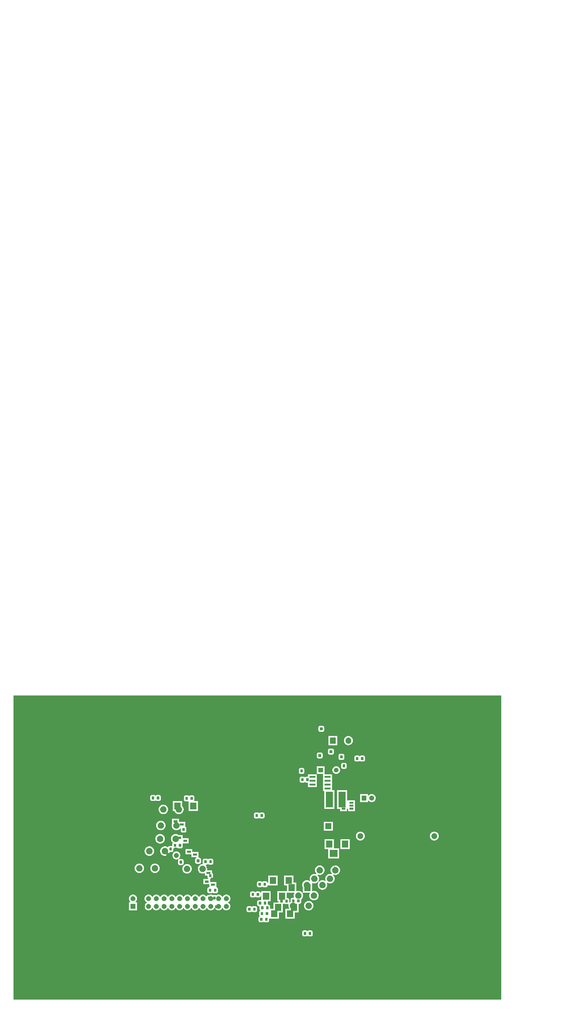
<source format=gbr>
%TF.GenerationSoftware,Flux,Pcbnew,9.0.6-9.0.6~ubuntu22.04.1*%
%TF.CreationDate,2026-02-18T22:19:33+00:00*%
%TF.ProjectId,input,696e7075-742e-46b6-9963-61645f706362,rev?*%
%TF.SameCoordinates,Original*%
%TF.FileFunction,Copper,L1,Top*%
%TF.FilePolarity,Positive*%
%FSLAX46Y46*%
G04 Gerber Fmt 4.6, Leading zero omitted, Abs format (unit mm)*
G04 Filename: line-sorter*
G04 Build it with Flux! Visit our site at: https://www.flux.ai (PCBNEW 9.0.6-9.0.6~ubuntu22.04.1) date 2026-02-18 22:19:33*
%MOMM*%
%LPD*%
G01*
G04 APERTURE LIST*
G04 Aperture macros list*
%AMFreePoly0*
4,1,129,0.022069,0.299187,0.036723,0.297744,0.051289,0.295583,0.065730,0.292711,0.080014,0.289133,0.094105,0.284858,0.107969,0.279898,0.121572,0.274263,0.134883,0.267967,0.147869,0.261026,0.160499,0.253456,0.172742,0.245275,0.184569,0.236504,0.195952,0.227163,0.206862,0.217274,0.217274,0.206862,0.227163,0.195952,0.236504,0.184569,0.245275,0.172742,0.253456,0.160499,
0.261026,0.147869,0.267967,0.134883,0.274263,0.121572,0.279898,0.107969,0.284858,0.094105,0.289133,0.080014,0.292711,0.065730,0.295583,0.051289,0.297744,0.036723,0.299187,0.022069,0.299910,0.007362,0.299910,-0.007362,0.299187,-0.022069,0.297744,-0.036723,0.295583,-0.051289,0.292711,-0.065730,0.289133,-0.080014,0.284858,-0.094105,0.279898,-0.107969,0.274263,-0.121572,
0.267967,-0.134883,0.261026,-0.147869,0.253456,-0.160499,0.245275,-0.172742,0.236504,-0.184569,0.227163,-0.195952,0.217274,-0.206862,0.206862,-0.217274,0.195952,-0.227163,0.184569,-0.236504,0.172742,-0.245275,0.160499,-0.253456,0.147869,-0.261026,0.134883,-0.267967,0.121572,-0.274263,0.107969,-0.279898,0.094105,-0.284858,0.080014,-0.289133,0.065730,-0.292711,0.051289,-0.295583,
0.036723,-0.297744,0.022069,-0.299187,0.007362,-0.299910,-0.007362,-0.299910,-0.022069,-0.299187,-0.036723,-0.297744,-0.051289,-0.295583,-0.065730,-0.292711,-0.080014,-0.289133,-0.094105,-0.284858,-0.107969,-0.279898,-0.121572,-0.274263,-0.134883,-0.267967,-0.147869,-0.261026,-0.160499,-0.253456,-0.172742,-0.245275,-0.184569,-0.236504,-0.195952,-0.227163,-0.206862,-0.217274,-0.217274,-0.206862,
-0.227163,-0.195952,-0.236504,-0.184569,-0.245275,-0.172742,-0.253456,-0.160499,-0.261026,-0.147869,-0.267967,-0.134883,-0.274263,-0.121572,-0.279898,-0.107969,-0.284858,-0.094105,-0.289133,-0.080014,-0.292711,-0.065730,-0.295583,-0.051289,-0.297744,-0.036723,-0.299187,-0.022069,-0.299910,-0.007362,-0.299910,0.007362,-0.299187,0.022069,-0.297744,0.036723,-0.295583,0.051289,-0.292711,0.065730,
-0.289133,0.080014,-0.284858,0.094105,-0.279898,0.107969,-0.274263,0.121572,-0.267967,0.134883,-0.261026,0.147869,-0.253456,0.160499,-0.245275,0.172742,-0.236504,0.184569,-0.227163,0.195952,-0.217274,0.206862,-0.206862,0.217274,-0.195952,0.227163,-0.184569,0.236504,-0.172742,0.245275,-0.160499,0.253456,-0.147869,0.261026,-0.134883,0.267967,-0.121572,0.274263,-0.107969,0.279898,
-0.094105,0.284858,-0.080014,0.289133,-0.065730,0.292711,-0.051289,0.295583,-0.036723,0.297744,-0.022069,0.299187,-0.007362,0.299910,0.007362,0.299910,0.022069,0.299187,0.022069,0.299187,$1*%
%AMFreePoly1*
4,1,9,0.000462,0.000191,0.000462,-0.000191,0.000191,-0.000462,-0.000191,-0.000462,-0.000462,-0.000191,-0.000462,0.000191,-0.000191,0.000462,0.000191,0.000462,0.000462,0.000191,0.000462,0.000191,$1*%
G04 Aperture macros list end*
%TA.AperFunction,EtchedComponent*%
%ADD10C,0.000000*%
%TD*%
%TA.AperFunction,ComponentPad*%
%ADD11FreePoly0,0.000000*%
%TD*%
%TA.AperFunction,SMDPad,CuDef*%
%ADD12FreePoly1,0.000000*%
%TD*%
%TA.AperFunction,ComponentPad*%
%ADD13FreePoly1,0.000000*%
%TD*%
G04 APERTURE END LIST*
D10*
%TA.AperFunction,EtchedComponent*%
%TO.C,*%
G36*
X-15297800Y-15982700D02*
G01*
X-15292800Y-15982700D01*
X-15288800Y-15983700D01*
X-15283800Y-15985700D01*
X-15279800Y-15986700D01*
X-15275800Y-15988700D01*
X-15271800Y-15991700D01*
X-15267800Y-15993700D01*
X-15259800Y-15999700D01*
X-15253800Y-16005700D01*
X-15247800Y-16013700D01*
X-15245800Y-16017700D01*
X-15242800Y-16021700D01*
X-15240800Y-16025700D01*
X-15239800Y-16029700D01*
X-15237800Y-16034700D01*
X-15236800Y-16038700D01*
X-15236800Y-16043700D01*
X-15235800Y-16048700D01*
X-15235800Y-16864700D01*
X-15236800Y-16869700D01*
X-15236800Y-16874700D01*
X-15237800Y-16878700D01*
X-15239800Y-16883700D01*
X-15240800Y-16887700D01*
X-15242800Y-16891700D01*
X-15245800Y-16895700D01*
X-15247800Y-16899700D01*
X-15253800Y-16907700D01*
X-15259800Y-16913700D01*
X-15267800Y-16919700D01*
X-15271800Y-16921700D01*
X-15275800Y-16924700D01*
X-15279800Y-16926700D01*
X-15283800Y-16927700D01*
X-15288800Y-16929700D01*
X-15292800Y-16930700D01*
X-15297800Y-16930700D01*
X-15302800Y-16931700D01*
X-15968800Y-16931700D01*
X-15973800Y-16930700D01*
X-15978800Y-16930700D01*
X-15982800Y-16929700D01*
X-15987800Y-16927700D01*
X-15991800Y-16926700D01*
X-15995800Y-16924700D01*
X-15999800Y-16921700D01*
X-16003800Y-16919700D01*
X-16011800Y-16913700D01*
X-16017800Y-16907700D01*
X-16023800Y-16899700D01*
X-16025800Y-16895700D01*
X-16028800Y-16891700D01*
X-16030800Y-16887700D01*
X-16031800Y-16883700D01*
X-16033800Y-16878700D01*
X-16034800Y-16874700D01*
X-16034800Y-16869700D01*
X-16035800Y-16864700D01*
X-16035800Y-16048700D01*
X-16034800Y-16043700D01*
X-16034800Y-16038700D01*
X-16033800Y-16034700D01*
X-16031800Y-16029700D01*
X-16030800Y-16025700D01*
X-16028800Y-16021700D01*
X-16025800Y-16017700D01*
X-16023800Y-16013700D01*
X-16017800Y-16005700D01*
X-16011800Y-15999700D01*
X-16003800Y-15993700D01*
X-15999800Y-15991700D01*
X-15995800Y-15988700D01*
X-15991800Y-15986700D01*
X-15987800Y-15985700D01*
X-15982800Y-15983700D01*
X-15978800Y-15982700D01*
X-15973800Y-15982700D01*
X-15968800Y-15981700D01*
X-15302800Y-15981700D01*
X-15297800Y-15982700D01*
G37*
%TD.AperFunction*%
%TA.AperFunction,EtchedComponent*%
G36*
X-13647800Y-15982700D02*
G01*
X-13642800Y-15982700D01*
X-13638800Y-15983700D01*
X-13633800Y-15985700D01*
X-13629800Y-15986700D01*
X-13625800Y-15988700D01*
X-13621800Y-15991700D01*
X-13617800Y-15993700D01*
X-13609800Y-15999700D01*
X-13603800Y-16005700D01*
X-13597800Y-16013700D01*
X-13595800Y-16017700D01*
X-13592800Y-16021700D01*
X-13590800Y-16025700D01*
X-13589800Y-16029700D01*
X-13587800Y-16034700D01*
X-13586800Y-16038700D01*
X-13586800Y-16043700D01*
X-13585800Y-16048700D01*
X-13585800Y-16864700D01*
X-13586800Y-16869700D01*
X-13586800Y-16874700D01*
X-13587800Y-16878700D01*
X-13589800Y-16883700D01*
X-13590800Y-16887700D01*
X-13592800Y-16891700D01*
X-13595800Y-16895700D01*
X-13597800Y-16899700D01*
X-13603800Y-16907700D01*
X-13609800Y-16913700D01*
X-13617800Y-16919700D01*
X-13621800Y-16921700D01*
X-13625800Y-16924700D01*
X-13629800Y-16926700D01*
X-13633800Y-16927700D01*
X-13638800Y-16929700D01*
X-13642800Y-16930700D01*
X-13647800Y-16930700D01*
X-13652800Y-16931700D01*
X-14318800Y-16931700D01*
X-14323800Y-16930700D01*
X-14328800Y-16930700D01*
X-14332800Y-16929700D01*
X-14337800Y-16927700D01*
X-14341800Y-16926700D01*
X-14345800Y-16924700D01*
X-14349800Y-16921700D01*
X-14353800Y-16919700D01*
X-14361800Y-16913700D01*
X-14367800Y-16907700D01*
X-14373800Y-16899700D01*
X-14375800Y-16895700D01*
X-14378800Y-16891700D01*
X-14380800Y-16887700D01*
X-14381800Y-16883700D01*
X-14383800Y-16878700D01*
X-14384800Y-16874700D01*
X-14384800Y-16869700D01*
X-14385800Y-16864700D01*
X-14385800Y-16048700D01*
X-14384800Y-16043700D01*
X-14384800Y-16038700D01*
X-14383800Y-16034700D01*
X-14381800Y-16029700D01*
X-14380800Y-16025700D01*
X-14378800Y-16021700D01*
X-14375800Y-16017700D01*
X-14373800Y-16013700D01*
X-14367800Y-16005700D01*
X-14361800Y-15999700D01*
X-14353800Y-15993700D01*
X-14349800Y-15991700D01*
X-14345800Y-15988700D01*
X-14341800Y-15986700D01*
X-14337800Y-15985700D01*
X-14332800Y-15983700D01*
X-14328800Y-15982700D01*
X-14323800Y-15982700D01*
X-14318800Y-15981700D01*
X-13652800Y-15981700D01*
X-13647800Y-15982700D01*
G37*
%TD.AperFunction*%
%TA.AperFunction,EtchedComponent*%
G36*
X18628067Y-14608865D02*
G01*
X18729129Y-14628967D01*
X18827734Y-14658879D01*
X18922933Y-14698311D01*
X19013808Y-14746885D01*
X19099484Y-14804132D01*
X19179137Y-14869501D01*
X19251999Y-14942363D01*
X19317368Y-15022016D01*
X19374615Y-15107692D01*
X19423189Y-15198567D01*
X19462621Y-15293766D01*
X19492533Y-15392371D01*
X19512635Y-15493433D01*
X19522735Y-15595979D01*
X19522735Y-15699021D01*
X19512635Y-15801567D01*
X19492533Y-15902629D01*
X19462621Y-16001234D01*
X19423189Y-16096433D01*
X19374615Y-16187308D01*
X19317368Y-16272984D01*
X19251999Y-16352637D01*
X19179137Y-16425499D01*
X19099484Y-16490868D01*
X19013808Y-16548115D01*
X18922933Y-16596689D01*
X18827734Y-16636121D01*
X18729129Y-16666033D01*
X18628067Y-16686135D01*
X18525521Y-16696235D01*
X18422479Y-16696235D01*
X18319933Y-16686135D01*
X18218871Y-16666033D01*
X18120266Y-16636121D01*
X18025067Y-16596689D01*
X17934192Y-16548115D01*
X17848516Y-16490868D01*
X17768863Y-16425499D01*
X17696001Y-16352637D01*
X17630632Y-16272984D01*
X17573385Y-16187308D01*
X17524811Y-16096433D01*
X17485379Y-16001234D01*
X17455467Y-15902629D01*
X17435365Y-15801567D01*
X17425265Y-15699021D01*
X17425265Y-15595979D01*
X17435365Y-15493433D01*
X17455467Y-15392371D01*
X17485379Y-15293766D01*
X17524811Y-15198567D01*
X17573385Y-15107692D01*
X17630632Y-15022016D01*
X17696001Y-14942363D01*
X17768863Y-14869501D01*
X17848516Y-14804132D01*
X17934192Y-14746885D01*
X18025067Y-14698311D01*
X18120266Y-14658879D01*
X18218871Y-14628967D01*
X18319933Y-14608865D01*
X18422479Y-14598765D01*
X18525521Y-14598765D01*
X18628067Y-14608865D01*
G37*
%TD.AperFunction*%
%TA.AperFunction,EtchedComponent*%
G36*
X18628067Y-14608865D02*
G01*
X18729129Y-14628967D01*
X18827734Y-14658879D01*
X18922933Y-14698311D01*
X19013808Y-14746885D01*
X19099484Y-14804132D01*
X19179137Y-14869501D01*
X19251999Y-14942363D01*
X19317368Y-15022016D01*
X19374615Y-15107692D01*
X19423189Y-15198567D01*
X19462621Y-15293766D01*
X19492533Y-15392371D01*
X19512635Y-15493433D01*
X19522735Y-15595979D01*
X19522735Y-15699021D01*
X19512635Y-15801567D01*
X19492533Y-15902629D01*
X19462621Y-16001234D01*
X19423189Y-16096433D01*
X19374615Y-16187308D01*
X19317368Y-16272984D01*
X19251999Y-16352637D01*
X19179137Y-16425499D01*
X19099484Y-16490868D01*
X19013808Y-16548115D01*
X18922933Y-16596689D01*
X18827734Y-16636121D01*
X18729129Y-16666033D01*
X18628067Y-16686135D01*
X18525521Y-16696235D01*
X18422479Y-16696235D01*
X18319933Y-16686135D01*
X18218871Y-16666033D01*
X18120266Y-16636121D01*
X18025067Y-16596689D01*
X17934192Y-16548115D01*
X17848516Y-16490868D01*
X17768863Y-16425499D01*
X17696001Y-16352637D01*
X17630632Y-16272984D01*
X17573385Y-16187308D01*
X17524811Y-16096433D01*
X17485379Y-16001234D01*
X17455467Y-15902629D01*
X17435365Y-15801567D01*
X17425265Y-15699021D01*
X17425265Y-15595979D01*
X17435365Y-15493433D01*
X17455467Y-15392371D01*
X17485379Y-15293766D01*
X17524811Y-15198567D01*
X17573385Y-15107692D01*
X17630632Y-15022016D01*
X17696001Y-14942363D01*
X17768863Y-14869501D01*
X17848516Y-14804132D01*
X17934192Y-14746885D01*
X18025067Y-14698311D01*
X18120266Y-14658879D01*
X18218871Y-14628967D01*
X18319933Y-14608865D01*
X18422479Y-14598765D01*
X18525521Y-14598765D01*
X18628067Y-14608865D01*
G37*
%TD.AperFunction*%
%TA.AperFunction,EtchedComponent*%
G36*
X13548067Y-14608865D02*
G01*
X13649129Y-14628967D01*
X13747734Y-14658879D01*
X13842933Y-14698311D01*
X13933808Y-14746885D01*
X14019484Y-14804132D01*
X14099137Y-14869501D01*
X14171999Y-14942363D01*
X14237368Y-15022016D01*
X14294615Y-15107692D01*
X14343189Y-15198567D01*
X14382621Y-15293766D01*
X14412533Y-15392371D01*
X14432635Y-15493433D01*
X14442735Y-15595979D01*
X14442735Y-15699021D01*
X14432635Y-15801567D01*
X14412533Y-15902629D01*
X14382621Y-16001234D01*
X14343189Y-16096433D01*
X14294615Y-16187308D01*
X14237368Y-16272984D01*
X14171999Y-16352637D01*
X14099137Y-16425499D01*
X14019484Y-16490868D01*
X13933808Y-16548115D01*
X13842933Y-16596689D01*
X13747734Y-16636121D01*
X13649129Y-16666033D01*
X13548067Y-16686135D01*
X13445521Y-16696235D01*
X13342479Y-16696235D01*
X13239933Y-16686135D01*
X13138871Y-16666033D01*
X13040266Y-16636121D01*
X12945067Y-16596689D01*
X12854192Y-16548115D01*
X12768516Y-16490868D01*
X12688863Y-16425499D01*
X12616001Y-16352637D01*
X12550632Y-16272984D01*
X12493385Y-16187308D01*
X12444811Y-16096433D01*
X12405379Y-16001234D01*
X12375467Y-15902629D01*
X12355365Y-15801567D01*
X12345265Y-15699021D01*
X12345265Y-15595979D01*
X12355365Y-15493433D01*
X12375467Y-15392371D01*
X12405379Y-15293766D01*
X12444811Y-15198567D01*
X12493385Y-15107692D01*
X12550632Y-15022016D01*
X12616001Y-14942363D01*
X12688863Y-14869501D01*
X12768516Y-14804132D01*
X12854192Y-14746885D01*
X12945067Y-14698311D01*
X13040266Y-14658879D01*
X13138871Y-14628967D01*
X13239933Y-14608865D01*
X13342479Y-14598765D01*
X13445521Y-14598765D01*
X13548067Y-14608865D01*
G37*
%TD.AperFunction*%
%TA.AperFunction,EtchedComponent*%
G36*
X13548067Y-14608865D02*
G01*
X13649129Y-14628967D01*
X13747734Y-14658879D01*
X13842933Y-14698311D01*
X13933808Y-14746885D01*
X14019484Y-14804132D01*
X14099137Y-14869501D01*
X14171999Y-14942363D01*
X14237368Y-15022016D01*
X14294615Y-15107692D01*
X14343189Y-15198567D01*
X14382621Y-15293766D01*
X14412533Y-15392371D01*
X14432635Y-15493433D01*
X14442735Y-15595979D01*
X14442735Y-15699021D01*
X14432635Y-15801567D01*
X14412533Y-15902629D01*
X14382621Y-16001234D01*
X14343189Y-16096433D01*
X14294615Y-16187308D01*
X14237368Y-16272984D01*
X14171999Y-16352637D01*
X14099137Y-16425499D01*
X14019484Y-16490868D01*
X13933808Y-16548115D01*
X13842933Y-16596689D01*
X13747734Y-16636121D01*
X13649129Y-16666033D01*
X13548067Y-16686135D01*
X13445521Y-16696235D01*
X13342479Y-16696235D01*
X13239933Y-16686135D01*
X13138871Y-16666033D01*
X13040266Y-16636121D01*
X12945067Y-16596689D01*
X12854192Y-16548115D01*
X12768516Y-16490868D01*
X12688863Y-16425499D01*
X12616001Y-16352637D01*
X12550632Y-16272984D01*
X12493385Y-16187308D01*
X12444811Y-16096433D01*
X12405379Y-16001234D01*
X12375467Y-15902629D01*
X12355365Y-15801567D01*
X12345265Y-15699021D01*
X12345265Y-15595979D01*
X12355365Y-15493433D01*
X12375467Y-15392371D01*
X12405379Y-15293766D01*
X12444811Y-15198567D01*
X12493385Y-15107692D01*
X12550632Y-15022016D01*
X12616001Y-14942363D01*
X12688863Y-14869501D01*
X12768516Y-14804132D01*
X12854192Y-14746885D01*
X12945067Y-14698311D01*
X13040266Y-14658879D01*
X13138871Y-14628967D01*
X13239933Y-14608865D01*
X13342479Y-14598765D01*
X13445521Y-14598765D01*
X13548067Y-14608865D01*
G37*
%TD.AperFunction*%
%TA.AperFunction,EtchedComponent*%
G36*
X28606200Y27156300D02*
G01*
X28611200Y27156300D01*
X28615200Y27155300D01*
X28620200Y27153300D01*
X28624200Y27152300D01*
X28628200Y27150300D01*
X28632200Y27147300D01*
X28636200Y27145300D01*
X28644200Y27139300D01*
X28650200Y27133300D01*
X28656200Y27125300D01*
X28658200Y27121300D01*
X28661200Y27117300D01*
X28663200Y27113300D01*
X28664200Y27109300D01*
X28666200Y27104300D01*
X28667200Y27100300D01*
X28667200Y27095300D01*
X28668200Y27090300D01*
X28668200Y26274300D01*
X28667200Y26269300D01*
X28667200Y26264300D01*
X28666200Y26260300D01*
X28664200Y26255300D01*
X28663200Y26251300D01*
X28661200Y26247300D01*
X28658200Y26243300D01*
X28656200Y26239300D01*
X28650200Y26231300D01*
X28644200Y26225300D01*
X28636200Y26219300D01*
X28632200Y26217300D01*
X28628200Y26214300D01*
X28624200Y26212300D01*
X28620200Y26211300D01*
X28615200Y26209300D01*
X28611200Y26208300D01*
X28606200Y26208300D01*
X28601200Y26207300D01*
X27935200Y26207300D01*
X27930200Y26208300D01*
X27925200Y26208300D01*
X27921200Y26209300D01*
X27916200Y26211300D01*
X27912200Y26212300D01*
X27908200Y26214300D01*
X27904200Y26217300D01*
X27900200Y26219300D01*
X27892200Y26225300D01*
X27886200Y26231300D01*
X27880200Y26239300D01*
X27878200Y26243300D01*
X27875200Y26247300D01*
X27873200Y26251300D01*
X27872200Y26255300D01*
X27870200Y26260300D01*
X27869200Y26264300D01*
X27869200Y26269300D01*
X27868200Y26274300D01*
X27868200Y27090300D01*
X27869200Y27095300D01*
X27869200Y27100300D01*
X27870200Y27104300D01*
X27872200Y27109300D01*
X27873200Y27113300D01*
X27875200Y27117300D01*
X27878200Y27121300D01*
X27880200Y27125300D01*
X27886200Y27133300D01*
X27892200Y27139300D01*
X27900200Y27145300D01*
X27904200Y27147300D01*
X27908200Y27150300D01*
X27912200Y27152300D01*
X27916200Y27153300D01*
X27921200Y27155300D01*
X27925200Y27156300D01*
X27930200Y27156300D01*
X27935200Y27157300D01*
X28601200Y27157300D01*
X28606200Y27156300D01*
G37*
%TD.AperFunction*%
%TA.AperFunction,EtchedComponent*%
G36*
X30256200Y27156300D02*
G01*
X30261200Y27156300D01*
X30265200Y27155300D01*
X30270200Y27153300D01*
X30274200Y27152300D01*
X30278200Y27150300D01*
X30282200Y27147300D01*
X30286200Y27145300D01*
X30294200Y27139300D01*
X30300200Y27133300D01*
X30306200Y27125300D01*
X30308200Y27121300D01*
X30311200Y27117300D01*
X30313200Y27113300D01*
X30314200Y27109300D01*
X30316200Y27104300D01*
X30317200Y27100300D01*
X30317200Y27095300D01*
X30318200Y27090300D01*
X30318200Y26274300D01*
X30317200Y26269300D01*
X30317200Y26264300D01*
X30316200Y26260300D01*
X30314200Y26255300D01*
X30313200Y26251300D01*
X30311200Y26247300D01*
X30308200Y26243300D01*
X30306200Y26239300D01*
X30300200Y26231300D01*
X30294200Y26225300D01*
X30286200Y26219300D01*
X30282200Y26217300D01*
X30278200Y26214300D01*
X30274200Y26212300D01*
X30270200Y26211300D01*
X30265200Y26209300D01*
X30261200Y26208300D01*
X30256200Y26208300D01*
X30251200Y26207300D01*
X29585200Y26207300D01*
X29580200Y26208300D01*
X29575200Y26208300D01*
X29571200Y26209300D01*
X29566200Y26211300D01*
X29562200Y26212300D01*
X29558200Y26214300D01*
X29554200Y26217300D01*
X29550200Y26219300D01*
X29542200Y26225300D01*
X29536200Y26231300D01*
X29530200Y26239300D01*
X29528200Y26243300D01*
X29525200Y26247300D01*
X29523200Y26251300D01*
X29522200Y26255300D01*
X29520200Y26260300D01*
X29519200Y26264300D01*
X29519200Y26269300D01*
X29518200Y26274300D01*
X29518200Y27090300D01*
X29519200Y27095300D01*
X29519200Y27100300D01*
X29520200Y27104300D01*
X29522200Y27109300D01*
X29523200Y27113300D01*
X29525200Y27117300D01*
X29528200Y27121300D01*
X29530200Y27125300D01*
X29536200Y27133300D01*
X29542200Y27139300D01*
X29550200Y27145300D01*
X29554200Y27147300D01*
X29558200Y27150300D01*
X29562200Y27152300D01*
X29566200Y27153300D01*
X29571200Y27155300D01*
X29575200Y27156300D01*
X29580200Y27156300D01*
X29585200Y27157300D01*
X30251200Y27157300D01*
X30256200Y27156300D01*
G37*
%TD.AperFunction*%
%TA.AperFunction,EtchedComponent*%
G36*
X37432584Y16954041D02*
G01*
X37509584Y16938725D01*
X37584712Y16915935D01*
X37657244Y16885891D01*
X37726482Y16848883D01*
X37791759Y16805266D01*
X37852447Y16755461D01*
X37907961Y16699947D01*
X37957766Y16639259D01*
X38001383Y16573982D01*
X38038391Y16504744D01*
X38068435Y16432212D01*
X38091225Y16357084D01*
X38106541Y16280084D01*
X38114236Y16201954D01*
X38114236Y16123446D01*
X38106541Y16045316D01*
X38091225Y15968316D01*
X38068435Y15893188D01*
X38038391Y15820656D01*
X38001383Y15751418D01*
X37957766Y15686141D01*
X37907961Y15625453D01*
X37852447Y15569939D01*
X37791759Y15520134D01*
X37726482Y15476517D01*
X37657244Y15439509D01*
X37584712Y15409465D01*
X37509584Y15386675D01*
X37432584Y15371359D01*
X37354454Y15363664D01*
X37275946Y15363664D01*
X37197816Y15371359D01*
X37120816Y15386675D01*
X37045688Y15409465D01*
X36973156Y15439509D01*
X36903918Y15476517D01*
X36838641Y15520134D01*
X36777953Y15569939D01*
X36722439Y15625453D01*
X36672634Y15686141D01*
X36629017Y15751418D01*
X36592009Y15820656D01*
X36561965Y15893188D01*
X36539175Y15968316D01*
X36523859Y16045316D01*
X36516164Y16123446D01*
X36516164Y16201954D01*
X36523859Y16280084D01*
X36539175Y16357084D01*
X36561965Y16432212D01*
X36592009Y16504744D01*
X36629017Y16573982D01*
X36672634Y16639259D01*
X36722439Y16699947D01*
X36777953Y16755461D01*
X36838641Y16805266D01*
X36903918Y16848883D01*
X36973156Y16885891D01*
X37045688Y16915935D01*
X37120816Y16938725D01*
X37197816Y16954041D01*
X37275946Y16961736D01*
X37354454Y16961736D01*
X37432584Y16954041D01*
G37*
%TD.AperFunction*%
%TA.AperFunction,EtchedComponent*%
G36*
X37432584Y16954041D02*
G01*
X37509584Y16938725D01*
X37584712Y16915935D01*
X37657244Y16885891D01*
X37726482Y16848883D01*
X37791759Y16805266D01*
X37852447Y16755461D01*
X37907961Y16699947D01*
X37957766Y16639259D01*
X38001383Y16573982D01*
X38038391Y16504744D01*
X38068435Y16432212D01*
X38091225Y16357084D01*
X38106541Y16280084D01*
X38114236Y16201954D01*
X38114236Y16123446D01*
X38106541Y16045316D01*
X38091225Y15968316D01*
X38068435Y15893188D01*
X38038391Y15820656D01*
X38001383Y15751418D01*
X37957766Y15686141D01*
X37907961Y15625453D01*
X37852447Y15569939D01*
X37791759Y15520134D01*
X37726482Y15476517D01*
X37657244Y15439509D01*
X37584712Y15409465D01*
X37509584Y15386675D01*
X37432584Y15371359D01*
X37354454Y15363664D01*
X37275946Y15363664D01*
X37197816Y15371359D01*
X37120816Y15386675D01*
X37045688Y15409465D01*
X36973156Y15439509D01*
X36903918Y15476517D01*
X36838641Y15520134D01*
X36777953Y15569939D01*
X36722439Y15625453D01*
X36672634Y15686141D01*
X36629017Y15751418D01*
X36592009Y15820656D01*
X36561965Y15893188D01*
X36539175Y15968316D01*
X36523859Y16045316D01*
X36516164Y16123446D01*
X36516164Y16201954D01*
X36523859Y16280084D01*
X36539175Y16357084D01*
X36561965Y16432212D01*
X36592009Y16504744D01*
X36629017Y16573982D01*
X36672634Y16639259D01*
X36722439Y16699947D01*
X36777953Y16755461D01*
X36838641Y16805266D01*
X36903918Y16848883D01*
X36973156Y16885891D01*
X37045688Y16915935D01*
X37120816Y16938725D01*
X37197816Y16954041D01*
X37275946Y16961736D01*
X37354454Y16961736D01*
X37432584Y16954041D01*
G37*
%TD.AperFunction*%
%TA.AperFunction,EtchedComponent*%
G36*
X35615200Y15362700D02*
G01*
X34015200Y15362700D01*
X34015200Y16962700D01*
X35615200Y16962700D01*
X35615200Y15362700D01*
G37*
%TD.AperFunction*%
%TA.AperFunction,EtchedComponent*%
G36*
X35615200Y15362700D02*
G01*
X34015200Y15362700D01*
X34015200Y16962700D01*
X35615200Y16962700D01*
X35615200Y15362700D01*
G37*
%TD.AperFunction*%
%TA.AperFunction,EtchedComponent*%
G36*
X24683500Y13148700D02*
G01*
X22333500Y13148700D01*
X22333500Y18248700D01*
X24683500Y18248700D01*
X24683500Y13148700D01*
G37*
%TD.AperFunction*%
%TA.AperFunction,EtchedComponent*%
G36*
X28833500Y13148700D02*
G01*
X26483500Y13148700D01*
X26483500Y18248700D01*
X28833500Y18248700D01*
X28833500Y13148700D01*
G37*
%TD.AperFunction*%
%TA.AperFunction,EtchedComponent*%
G36*
X16914867Y-17931365D02*
G01*
X17015929Y-17951467D01*
X17114534Y-17981379D01*
X17209733Y-18020811D01*
X17300608Y-18069385D01*
X17386284Y-18126632D01*
X17465937Y-18192001D01*
X17538799Y-18264863D01*
X17604168Y-18344516D01*
X17661415Y-18430192D01*
X17709989Y-18521067D01*
X17749421Y-18616266D01*
X17779333Y-18714871D01*
X17799435Y-18815933D01*
X17809535Y-18918479D01*
X17809535Y-19021521D01*
X17799435Y-19124067D01*
X17779333Y-19225129D01*
X17749421Y-19323734D01*
X17709989Y-19418933D01*
X17661415Y-19509808D01*
X17604168Y-19595484D01*
X17538799Y-19675137D01*
X17465937Y-19747999D01*
X17386284Y-19813368D01*
X17300608Y-19870615D01*
X17209733Y-19919189D01*
X17114534Y-19958621D01*
X17015929Y-19988533D01*
X16914867Y-20008635D01*
X16812321Y-20018735D01*
X16709279Y-20018735D01*
X16606733Y-20008635D01*
X16505671Y-19988533D01*
X16407066Y-19958621D01*
X16311867Y-19919189D01*
X16220992Y-19870615D01*
X16135316Y-19813368D01*
X16055663Y-19747999D01*
X15982801Y-19675137D01*
X15917432Y-19595484D01*
X15860185Y-19509808D01*
X15811611Y-19418933D01*
X15772179Y-19323734D01*
X15742267Y-19225129D01*
X15722165Y-19124067D01*
X15712065Y-19021521D01*
X15712065Y-18918479D01*
X15722165Y-18815933D01*
X15742267Y-18714871D01*
X15772179Y-18616266D01*
X15811611Y-18521067D01*
X15860185Y-18430192D01*
X15917432Y-18344516D01*
X15982801Y-18264863D01*
X16055663Y-18192001D01*
X16135316Y-18126632D01*
X16220992Y-18069385D01*
X16311867Y-18020811D01*
X16407066Y-17981379D01*
X16505671Y-17951467D01*
X16606733Y-17931365D01*
X16709279Y-17921265D01*
X16812321Y-17921265D01*
X16914867Y-17931365D01*
G37*
%TD.AperFunction*%
%TA.AperFunction,EtchedComponent*%
G36*
X16914867Y-17931365D02*
G01*
X17015929Y-17951467D01*
X17114534Y-17981379D01*
X17209733Y-18020811D01*
X17300608Y-18069385D01*
X17386284Y-18126632D01*
X17465937Y-18192001D01*
X17538799Y-18264863D01*
X17604168Y-18344516D01*
X17661415Y-18430192D01*
X17709989Y-18521067D01*
X17749421Y-18616266D01*
X17779333Y-18714871D01*
X17799435Y-18815933D01*
X17809535Y-18918479D01*
X17809535Y-19021521D01*
X17799435Y-19124067D01*
X17779333Y-19225129D01*
X17749421Y-19323734D01*
X17709989Y-19418933D01*
X17661415Y-19509808D01*
X17604168Y-19595484D01*
X17538799Y-19675137D01*
X17465937Y-19747999D01*
X17386284Y-19813368D01*
X17300608Y-19870615D01*
X17209733Y-19919189D01*
X17114534Y-19958621D01*
X17015929Y-19988533D01*
X16914867Y-20008635D01*
X16812321Y-20018735D01*
X16709279Y-20018735D01*
X16606733Y-20008635D01*
X16505671Y-19988533D01*
X16407066Y-19958621D01*
X16311867Y-19919189D01*
X16220992Y-19870615D01*
X16135316Y-19813368D01*
X16055663Y-19747999D01*
X15982801Y-19675137D01*
X15917432Y-19595484D01*
X15860185Y-19509808D01*
X15811611Y-19418933D01*
X15772179Y-19323734D01*
X15742267Y-19225129D01*
X15722165Y-19124067D01*
X15712065Y-19021521D01*
X15712065Y-18918479D01*
X15722165Y-18815933D01*
X15742267Y-18714871D01*
X15772179Y-18616266D01*
X15811611Y-18521067D01*
X15860185Y-18430192D01*
X15917432Y-18344516D01*
X15982801Y-18264863D01*
X16055663Y-18192001D01*
X16135316Y-18126632D01*
X16220992Y-18069385D01*
X16311867Y-18020811D01*
X16407066Y-17981379D01*
X16505671Y-17951467D01*
X16606733Y-17931365D01*
X16709279Y-17921265D01*
X16812321Y-17921265D01*
X16914867Y-17931365D01*
G37*
%TD.AperFunction*%
%TA.AperFunction,EtchedComponent*%
G36*
X11834867Y-17931365D02*
G01*
X11935929Y-17951467D01*
X12034534Y-17981379D01*
X12129733Y-18020811D01*
X12220608Y-18069385D01*
X12306284Y-18126632D01*
X12385937Y-18192001D01*
X12458799Y-18264863D01*
X12524168Y-18344516D01*
X12581415Y-18430192D01*
X12629989Y-18521067D01*
X12669421Y-18616266D01*
X12699333Y-18714871D01*
X12719435Y-18815933D01*
X12729535Y-18918479D01*
X12729535Y-19021521D01*
X12719435Y-19124067D01*
X12699333Y-19225129D01*
X12669421Y-19323734D01*
X12629989Y-19418933D01*
X12581415Y-19509808D01*
X12524168Y-19595484D01*
X12458799Y-19675137D01*
X12385937Y-19747999D01*
X12306284Y-19813368D01*
X12220608Y-19870615D01*
X12129733Y-19919189D01*
X12034534Y-19958621D01*
X11935929Y-19988533D01*
X11834867Y-20008635D01*
X11732321Y-20018735D01*
X11629279Y-20018735D01*
X11526733Y-20008635D01*
X11425671Y-19988533D01*
X11327066Y-19958621D01*
X11231867Y-19919189D01*
X11140992Y-19870615D01*
X11055316Y-19813368D01*
X10975663Y-19747999D01*
X10902801Y-19675137D01*
X10837432Y-19595484D01*
X10780185Y-19509808D01*
X10731611Y-19418933D01*
X10692179Y-19323734D01*
X10662267Y-19225129D01*
X10642165Y-19124067D01*
X10632065Y-19021521D01*
X10632065Y-18918479D01*
X10642165Y-18815933D01*
X10662267Y-18714871D01*
X10692179Y-18616266D01*
X10731611Y-18521067D01*
X10780185Y-18430192D01*
X10837432Y-18344516D01*
X10902801Y-18264863D01*
X10975663Y-18192001D01*
X11055316Y-18126632D01*
X11140992Y-18069385D01*
X11231867Y-18020811D01*
X11327066Y-17981379D01*
X11425671Y-17951467D01*
X11526733Y-17931365D01*
X11629279Y-17921265D01*
X11732321Y-17921265D01*
X11834867Y-17931365D01*
G37*
%TD.AperFunction*%
%TA.AperFunction,EtchedComponent*%
G36*
X11834867Y-17931365D02*
G01*
X11935929Y-17951467D01*
X12034534Y-17981379D01*
X12129733Y-18020811D01*
X12220608Y-18069385D01*
X12306284Y-18126632D01*
X12385937Y-18192001D01*
X12458799Y-18264863D01*
X12524168Y-18344516D01*
X12581415Y-18430192D01*
X12629989Y-18521067D01*
X12669421Y-18616266D01*
X12699333Y-18714871D01*
X12719435Y-18815933D01*
X12729535Y-18918479D01*
X12729535Y-19021521D01*
X12719435Y-19124067D01*
X12699333Y-19225129D01*
X12669421Y-19323734D01*
X12629989Y-19418933D01*
X12581415Y-19509808D01*
X12524168Y-19595484D01*
X12458799Y-19675137D01*
X12385937Y-19747999D01*
X12306284Y-19813368D01*
X12220608Y-19870615D01*
X12129733Y-19919189D01*
X12034534Y-19958621D01*
X11935929Y-19988533D01*
X11834867Y-20008635D01*
X11732321Y-20018735D01*
X11629279Y-20018735D01*
X11526733Y-20008635D01*
X11425671Y-19988533D01*
X11327066Y-19958621D01*
X11231867Y-19919189D01*
X11140992Y-19870615D01*
X11055316Y-19813368D01*
X10975663Y-19747999D01*
X10902801Y-19675137D01*
X10837432Y-19595484D01*
X10780185Y-19509808D01*
X10731611Y-19418933D01*
X10692179Y-19323734D01*
X10662267Y-19225129D01*
X10642165Y-19124067D01*
X10632065Y-19021521D01*
X10632065Y-18918479D01*
X10642165Y-18815933D01*
X10662267Y-18714871D01*
X10692179Y-18616266D01*
X10731611Y-18521067D01*
X10780185Y-18430192D01*
X10837432Y-18344516D01*
X10902801Y-18264863D01*
X10975663Y-18192001D01*
X11055316Y-18126632D01*
X11140992Y-18069385D01*
X11231867Y-18020811D01*
X11327066Y-17981379D01*
X11425671Y-17951467D01*
X11526733Y-17931365D01*
X11629279Y-17921265D01*
X11732321Y-17921265D01*
X11834867Y-17931365D01*
G37*
%TD.AperFunction*%
%TA.AperFunction,EtchedComponent*%
G36*
X33755861Y4702191D02*
G01*
X33847539Y4683955D01*
X33936988Y4656821D01*
X34023346Y4621050D01*
X34105783Y4576987D01*
X34183504Y4525055D01*
X34255760Y4465756D01*
X34321856Y4399660D01*
X34381155Y4327404D01*
X34433087Y4249683D01*
X34477150Y4167246D01*
X34512921Y4080888D01*
X34540055Y3991439D01*
X34558291Y3899761D01*
X34567453Y3806737D01*
X34567453Y3713263D01*
X34558291Y3620239D01*
X34540055Y3528561D01*
X34512921Y3439112D01*
X34477150Y3352754D01*
X34433087Y3270317D01*
X34381155Y3192596D01*
X34321856Y3120340D01*
X34255760Y3054244D01*
X34183504Y2994945D01*
X34105783Y2943013D01*
X34023346Y2898950D01*
X33936988Y2863179D01*
X33847539Y2836045D01*
X33755861Y2817809D01*
X33662837Y2808647D01*
X33569363Y2808647D01*
X33476339Y2817809D01*
X33384661Y2836045D01*
X33295212Y2863179D01*
X33208854Y2898950D01*
X33126417Y2943013D01*
X33048696Y2994945D01*
X32976440Y3054244D01*
X32910344Y3120340D01*
X32851045Y3192596D01*
X32799113Y3270317D01*
X32755050Y3352754D01*
X32719279Y3439112D01*
X32692145Y3528561D01*
X32673909Y3620239D01*
X32664747Y3713263D01*
X32664747Y3806737D01*
X32673909Y3899761D01*
X32692145Y3991439D01*
X32719279Y4080888D01*
X32755050Y4167246D01*
X32799113Y4249683D01*
X32851045Y4327404D01*
X32910344Y4399660D01*
X32976440Y4465756D01*
X33048696Y4525055D01*
X33126417Y4576987D01*
X33208854Y4621050D01*
X33295212Y4656821D01*
X33384661Y4683955D01*
X33476339Y4702191D01*
X33569363Y4711353D01*
X33662837Y4711353D01*
X33755861Y4702191D01*
G37*
%TD.AperFunction*%
%TA.AperFunction,EtchedComponent*%
G36*
X33755861Y4702191D02*
G01*
X33847539Y4683955D01*
X33936988Y4656821D01*
X34023346Y4621050D01*
X34105783Y4576987D01*
X34183504Y4525055D01*
X34255760Y4465756D01*
X34321856Y4399660D01*
X34381155Y4327404D01*
X34433087Y4249683D01*
X34477150Y4167246D01*
X34512921Y4080888D01*
X34540055Y3991439D01*
X34558291Y3899761D01*
X34567453Y3806737D01*
X34567453Y3713263D01*
X34558291Y3620239D01*
X34540055Y3528561D01*
X34512921Y3439112D01*
X34477150Y3352754D01*
X34433087Y3270317D01*
X34381155Y3192596D01*
X34321856Y3120340D01*
X34255760Y3054244D01*
X34183504Y2994945D01*
X34105783Y2943013D01*
X34023346Y2898950D01*
X33936988Y2863179D01*
X33847539Y2836045D01*
X33755861Y2817809D01*
X33662837Y2808647D01*
X33569363Y2808647D01*
X33476339Y2817809D01*
X33384661Y2836045D01*
X33295212Y2863179D01*
X33208854Y2898950D01*
X33126417Y2943013D01*
X33048696Y2994945D01*
X32976440Y3054244D01*
X32910344Y3120340D01*
X32851045Y3192596D01*
X32799113Y3270317D01*
X32755050Y3352754D01*
X32719279Y3439112D01*
X32692145Y3528561D01*
X32673909Y3620239D01*
X32664747Y3713263D01*
X32664747Y3806737D01*
X32673909Y3899761D01*
X32692145Y3991439D01*
X32719279Y4080888D01*
X32755050Y4167246D01*
X32799113Y4249683D01*
X32851045Y4327404D01*
X32910344Y4399660D01*
X32976440Y4465756D01*
X33048696Y4525055D01*
X33126417Y4576987D01*
X33208854Y4621050D01*
X33295212Y4656821D01*
X33384661Y4683955D01*
X33476339Y4702191D01*
X33569363Y4711353D01*
X33662837Y4711353D01*
X33755861Y4702191D01*
G37*
%TD.AperFunction*%
%TA.AperFunction,EtchedComponent*%
G36*
X57885861Y4702191D02*
G01*
X57977539Y4683955D01*
X58066988Y4656821D01*
X58153346Y4621050D01*
X58235783Y4576987D01*
X58313504Y4525055D01*
X58385760Y4465756D01*
X58451856Y4399660D01*
X58511155Y4327404D01*
X58563087Y4249683D01*
X58607150Y4167246D01*
X58642921Y4080888D01*
X58670055Y3991439D01*
X58688291Y3899761D01*
X58697453Y3806737D01*
X58697453Y3713263D01*
X58688291Y3620239D01*
X58670055Y3528561D01*
X58642921Y3439112D01*
X58607150Y3352754D01*
X58563087Y3270317D01*
X58511155Y3192596D01*
X58451856Y3120340D01*
X58385760Y3054244D01*
X58313504Y2994945D01*
X58235783Y2943013D01*
X58153346Y2898950D01*
X58066988Y2863179D01*
X57977539Y2836045D01*
X57885861Y2817809D01*
X57792837Y2808647D01*
X57699363Y2808647D01*
X57606339Y2817809D01*
X57514661Y2836045D01*
X57425212Y2863179D01*
X57338854Y2898950D01*
X57256417Y2943013D01*
X57178696Y2994945D01*
X57106440Y3054244D01*
X57040344Y3120340D01*
X56981045Y3192596D01*
X56929113Y3270317D01*
X56885050Y3352754D01*
X56849279Y3439112D01*
X56822145Y3528561D01*
X56803909Y3620239D01*
X56794747Y3713263D01*
X56794747Y3806737D01*
X56803909Y3899761D01*
X56822145Y3991439D01*
X56849279Y4080888D01*
X56885050Y4167246D01*
X56929113Y4249683D01*
X56981045Y4327404D01*
X57040344Y4399660D01*
X57106440Y4465756D01*
X57178696Y4525055D01*
X57256417Y4576987D01*
X57338854Y4621050D01*
X57425212Y4656821D01*
X57514661Y4683955D01*
X57606339Y4702191D01*
X57699363Y4711353D01*
X57792837Y4711353D01*
X57885861Y4702191D01*
G37*
%TD.AperFunction*%
%TA.AperFunction,EtchedComponent*%
G36*
X57885861Y4702191D02*
G01*
X57977539Y4683955D01*
X58066988Y4656821D01*
X58153346Y4621050D01*
X58235783Y4576987D01*
X58313504Y4525055D01*
X58385760Y4465756D01*
X58451856Y4399660D01*
X58511155Y4327404D01*
X58563087Y4249683D01*
X58607150Y4167246D01*
X58642921Y4080888D01*
X58670055Y3991439D01*
X58688291Y3899761D01*
X58697453Y3806737D01*
X58697453Y3713263D01*
X58688291Y3620239D01*
X58670055Y3528561D01*
X58642921Y3439112D01*
X58607150Y3352754D01*
X58563087Y3270317D01*
X58511155Y3192596D01*
X58451856Y3120340D01*
X58385760Y3054244D01*
X58313504Y2994945D01*
X58235783Y2943013D01*
X58153346Y2898950D01*
X58066988Y2863179D01*
X57977539Y2836045D01*
X57885861Y2817809D01*
X57792837Y2808647D01*
X57699363Y2808647D01*
X57606339Y2817809D01*
X57514661Y2836045D01*
X57425212Y2863179D01*
X57338854Y2898950D01*
X57256417Y2943013D01*
X57178696Y2994945D01*
X57106440Y3054244D01*
X57040344Y3120340D01*
X56981045Y3192596D01*
X56929113Y3270317D01*
X56885050Y3352754D01*
X56849279Y3439112D01*
X56822145Y3528561D01*
X56803909Y3620239D01*
X56794747Y3713263D01*
X56794747Y3806737D01*
X56803909Y3899761D01*
X56822145Y3991439D01*
X56849279Y4080888D01*
X56885050Y4167246D01*
X56929113Y4249683D01*
X56981045Y4327404D01*
X57040344Y4399660D01*
X57106440Y4465756D01*
X57178696Y4525055D01*
X57256417Y4576987D01*
X57338854Y4621050D01*
X57425212Y4656821D01*
X57514661Y4683955D01*
X57606339Y4702191D01*
X57699363Y4711353D01*
X57792837Y4711353D01*
X57885861Y4702191D01*
G37*
%TD.AperFunction*%
%TA.AperFunction,EtchedComponent*%
G36*
X1953900Y-19147100D02*
G01*
X1958900Y-19147100D01*
X1962900Y-19148100D01*
X1967900Y-19150100D01*
X1971900Y-19151100D01*
X1975900Y-19153100D01*
X1979900Y-19156100D01*
X1983900Y-19158100D01*
X1991900Y-19164100D01*
X1997900Y-19170100D01*
X2003900Y-19178100D01*
X2005900Y-19182100D01*
X2008900Y-19186100D01*
X2010900Y-19190100D01*
X2011900Y-19194100D01*
X2013900Y-19199100D01*
X2014900Y-19203100D01*
X2014900Y-19208100D01*
X2015900Y-19213100D01*
X2015900Y-20029100D01*
X2014900Y-20034100D01*
X2014900Y-20039100D01*
X2013900Y-20043100D01*
X2011900Y-20048100D01*
X2010900Y-20052100D01*
X2008900Y-20056100D01*
X2005900Y-20060100D01*
X2003900Y-20064100D01*
X1997900Y-20072100D01*
X1991900Y-20078100D01*
X1983900Y-20084100D01*
X1979900Y-20086100D01*
X1975900Y-20089100D01*
X1971900Y-20091100D01*
X1967900Y-20092100D01*
X1962900Y-20094100D01*
X1958900Y-20095100D01*
X1953900Y-20095100D01*
X1948900Y-20096100D01*
X1282900Y-20096100D01*
X1277900Y-20095100D01*
X1272900Y-20095100D01*
X1268900Y-20094100D01*
X1263900Y-20092100D01*
X1259900Y-20091100D01*
X1255900Y-20089100D01*
X1251900Y-20086100D01*
X1247900Y-20084100D01*
X1239900Y-20078100D01*
X1233900Y-20072100D01*
X1227900Y-20064100D01*
X1225900Y-20060100D01*
X1222900Y-20056100D01*
X1220900Y-20052100D01*
X1219900Y-20048100D01*
X1217900Y-20043100D01*
X1216900Y-20039100D01*
X1216900Y-20034100D01*
X1215900Y-20029100D01*
X1215900Y-19213100D01*
X1216900Y-19208100D01*
X1216900Y-19203100D01*
X1217900Y-19199100D01*
X1219900Y-19194100D01*
X1220900Y-19190100D01*
X1222900Y-19186100D01*
X1225900Y-19182100D01*
X1227900Y-19178100D01*
X1233900Y-19170100D01*
X1239900Y-19164100D01*
X1247900Y-19158100D01*
X1251900Y-19156100D01*
X1255900Y-19153100D01*
X1259900Y-19151100D01*
X1263900Y-19150100D01*
X1268900Y-19148100D01*
X1272900Y-19147100D01*
X1277900Y-19147100D01*
X1282900Y-19146100D01*
X1948900Y-19146100D01*
X1953900Y-19147100D01*
G37*
%TD.AperFunction*%
%TA.AperFunction,EtchedComponent*%
G36*
X3603900Y-19147100D02*
G01*
X3608900Y-19147100D01*
X3612900Y-19148100D01*
X3617900Y-19150100D01*
X3621900Y-19151100D01*
X3625900Y-19153100D01*
X3629900Y-19156100D01*
X3633900Y-19158100D01*
X3641900Y-19164100D01*
X3647900Y-19170100D01*
X3653900Y-19178100D01*
X3655900Y-19182100D01*
X3658900Y-19186100D01*
X3660900Y-19190100D01*
X3661900Y-19194100D01*
X3663900Y-19199100D01*
X3664900Y-19203100D01*
X3664900Y-19208100D01*
X3665900Y-19213100D01*
X3665900Y-20029100D01*
X3664900Y-20034100D01*
X3664900Y-20039100D01*
X3663900Y-20043100D01*
X3661900Y-20048100D01*
X3660900Y-20052100D01*
X3658900Y-20056100D01*
X3655900Y-20060100D01*
X3653900Y-20064100D01*
X3647900Y-20072100D01*
X3641900Y-20078100D01*
X3633900Y-20084100D01*
X3629900Y-20086100D01*
X3625900Y-20089100D01*
X3621900Y-20091100D01*
X3617900Y-20092100D01*
X3612900Y-20094100D01*
X3608900Y-20095100D01*
X3603900Y-20095100D01*
X3598900Y-20096100D01*
X2932900Y-20096100D01*
X2927900Y-20095100D01*
X2922900Y-20095100D01*
X2918900Y-20094100D01*
X2913900Y-20092100D01*
X2909900Y-20091100D01*
X2905900Y-20089100D01*
X2901900Y-20086100D01*
X2897900Y-20084100D01*
X2889900Y-20078100D01*
X2883900Y-20072100D01*
X2877900Y-20064100D01*
X2875900Y-20060100D01*
X2872900Y-20056100D01*
X2870900Y-20052100D01*
X2869900Y-20048100D01*
X2867900Y-20043100D01*
X2866900Y-20039100D01*
X2866900Y-20034100D01*
X2865900Y-20029100D01*
X2865900Y-19213100D01*
X2866900Y-19208100D01*
X2866900Y-19203100D01*
X2867900Y-19199100D01*
X2869900Y-19194100D01*
X2870900Y-19190100D01*
X2872900Y-19186100D01*
X2875900Y-19182100D01*
X2877900Y-19178100D01*
X2883900Y-19170100D01*
X2889900Y-19164100D01*
X2897900Y-19158100D01*
X2901900Y-19156100D01*
X2905900Y-19153100D01*
X2909900Y-19151100D01*
X2913900Y-19150100D01*
X2918900Y-19148100D01*
X2922900Y-19147100D01*
X2927900Y-19147100D01*
X2932900Y-19146100D01*
X3598900Y-19146100D01*
X3603900Y-19147100D01*
G37*
%TD.AperFunction*%
%TA.AperFunction,EtchedComponent*%
G36*
X-22738400Y16540600D02*
G01*
X-22733400Y16540600D01*
X-22729400Y16539600D01*
X-22724400Y16537600D01*
X-22720400Y16536600D01*
X-22716400Y16534600D01*
X-22712400Y16531600D01*
X-22708400Y16529600D01*
X-22700400Y16523600D01*
X-22694400Y16517600D01*
X-22688400Y16509600D01*
X-22686400Y16505600D01*
X-22683400Y16501600D01*
X-22681400Y16497600D01*
X-22680400Y16493600D01*
X-22678400Y16488600D01*
X-22677400Y16484600D01*
X-22677400Y16479600D01*
X-22676400Y16474600D01*
X-22676400Y15658600D01*
X-22677400Y15653600D01*
X-22677400Y15648600D01*
X-22678400Y15644600D01*
X-22680400Y15639600D01*
X-22681400Y15635600D01*
X-22683400Y15631600D01*
X-22686400Y15627600D01*
X-22688400Y15623600D01*
X-22694400Y15615600D01*
X-22700400Y15609600D01*
X-22708400Y15603600D01*
X-22712400Y15601600D01*
X-22716400Y15598600D01*
X-22720400Y15596600D01*
X-22724400Y15595600D01*
X-22729400Y15593600D01*
X-22733400Y15592600D01*
X-22738400Y15592600D01*
X-22743400Y15591600D01*
X-23409400Y15591600D01*
X-23414400Y15592600D01*
X-23419400Y15592600D01*
X-23423400Y15593600D01*
X-23428400Y15595600D01*
X-23432400Y15596600D01*
X-23436400Y15598600D01*
X-23440400Y15601600D01*
X-23444400Y15603600D01*
X-23452400Y15609600D01*
X-23458400Y15615600D01*
X-23464400Y15623600D01*
X-23466400Y15627600D01*
X-23469400Y15631600D01*
X-23471400Y15635600D01*
X-23472400Y15639600D01*
X-23474400Y15644600D01*
X-23475400Y15648600D01*
X-23475400Y15653600D01*
X-23476400Y15658600D01*
X-23476400Y16474600D01*
X-23475400Y16479600D01*
X-23475400Y16484600D01*
X-23474400Y16488600D01*
X-23472400Y16493600D01*
X-23471400Y16497600D01*
X-23469400Y16501600D01*
X-23466400Y16505600D01*
X-23464400Y16509600D01*
X-23458400Y16517600D01*
X-23452400Y16523600D01*
X-23444400Y16529600D01*
X-23440400Y16531600D01*
X-23436400Y16534600D01*
X-23432400Y16536600D01*
X-23428400Y16537600D01*
X-23423400Y16539600D01*
X-23419400Y16540600D01*
X-23414400Y16540600D01*
X-23409400Y16541600D01*
X-22743400Y16541600D01*
X-22738400Y16540600D01*
G37*
%TD.AperFunction*%
%TA.AperFunction,EtchedComponent*%
G36*
X-21088400Y16540600D02*
G01*
X-21083400Y16540600D01*
X-21079400Y16539600D01*
X-21074400Y16537600D01*
X-21070400Y16536600D01*
X-21066400Y16534600D01*
X-21062400Y16531600D01*
X-21058400Y16529600D01*
X-21050400Y16523600D01*
X-21044400Y16517600D01*
X-21038400Y16509600D01*
X-21036400Y16505600D01*
X-21033400Y16501600D01*
X-21031400Y16497600D01*
X-21030400Y16493600D01*
X-21028400Y16488600D01*
X-21027400Y16484600D01*
X-21027400Y16479600D01*
X-21026400Y16474600D01*
X-21026400Y15658600D01*
X-21027400Y15653600D01*
X-21027400Y15648600D01*
X-21028400Y15644600D01*
X-21030400Y15639600D01*
X-21031400Y15635600D01*
X-21033400Y15631600D01*
X-21036400Y15627600D01*
X-21038400Y15623600D01*
X-21044400Y15615600D01*
X-21050400Y15609600D01*
X-21058400Y15603600D01*
X-21062400Y15601600D01*
X-21066400Y15598600D01*
X-21070400Y15596600D01*
X-21074400Y15595600D01*
X-21079400Y15593600D01*
X-21083400Y15592600D01*
X-21088400Y15592600D01*
X-21093400Y15591600D01*
X-21759400Y15591600D01*
X-21764400Y15592600D01*
X-21769400Y15592600D01*
X-21773400Y15593600D01*
X-21778400Y15595600D01*
X-21782400Y15596600D01*
X-21786400Y15598600D01*
X-21790400Y15601600D01*
X-21794400Y15603600D01*
X-21802400Y15609600D01*
X-21808400Y15615600D01*
X-21814400Y15623600D01*
X-21816400Y15627600D01*
X-21819400Y15631600D01*
X-21821400Y15635600D01*
X-21822400Y15639600D01*
X-21824400Y15644600D01*
X-21825400Y15648600D01*
X-21825400Y15653600D01*
X-21826400Y15658600D01*
X-21826400Y16474600D01*
X-21825400Y16479600D01*
X-21825400Y16484600D01*
X-21824400Y16488600D01*
X-21822400Y16493600D01*
X-21821400Y16497600D01*
X-21819400Y16501600D01*
X-21816400Y16505600D01*
X-21814400Y16509600D01*
X-21808400Y16517600D01*
X-21802400Y16523600D01*
X-21794400Y16529600D01*
X-21790400Y16531600D01*
X-21786400Y16534600D01*
X-21782400Y16536600D01*
X-21778400Y16537600D01*
X-21773400Y16539600D01*
X-21769400Y16540600D01*
X-21764400Y16540600D01*
X-21759400Y16541600D01*
X-21093400Y16541600D01*
X-21088400Y16540600D01*
G37*
%TD.AperFunction*%
%TA.AperFunction,EtchedComponent*%
G36*
X6541500Y-22697700D02*
G01*
X4491500Y-22697700D01*
X4491500Y-20457700D01*
X6541500Y-20457700D01*
X6541500Y-22697700D01*
G37*
%TD.AperFunction*%
%TA.AperFunction,EtchedComponent*%
G36*
X11721500Y-22697700D02*
G01*
X9671500Y-22697700D01*
X9671500Y-20457700D01*
X11721500Y-20457700D01*
X11721500Y-22697700D01*
G37*
%TD.AperFunction*%
%TA.AperFunction,EtchedComponent*%
G36*
X-24053200Y7226400D02*
G01*
X-25303200Y7226400D01*
X-25303200Y7926400D01*
X-24053200Y7926400D01*
X-24053200Y7226400D01*
G37*
%TD.AperFunction*%
%TA.AperFunction,EtchedComponent*%
G36*
X-24053200Y9126400D02*
G01*
X-25303200Y9126400D01*
X-25303200Y9826400D01*
X-24053200Y9826400D01*
X-24053200Y9126400D01*
G37*
%TD.AperFunction*%
%TA.AperFunction,EtchedComponent*%
G36*
X-26053200Y8176400D02*
G01*
X-27303200Y8176400D01*
X-27303200Y8876400D01*
X-26053200Y8876400D01*
X-26053200Y8176400D01*
G37*
%TD.AperFunction*%
%TA.AperFunction,EtchedComponent*%
G36*
X-13879000Y-12412900D02*
G01*
X-15129000Y-12412900D01*
X-15129000Y-11712900D01*
X-13879000Y-11712900D01*
X-13879000Y-12412900D01*
G37*
%TD.AperFunction*%
%TA.AperFunction,EtchedComponent*%
G36*
X-13879000Y-10512900D02*
G01*
X-15129000Y-10512900D01*
X-15129000Y-9812900D01*
X-13879000Y-9812900D01*
X-13879000Y-10512900D01*
G37*
%TD.AperFunction*%
%TA.AperFunction,EtchedComponent*%
G36*
X-15879000Y-11462900D02*
G01*
X-17129000Y-11462900D01*
X-17129000Y-10762900D01*
X-15879000Y-10762900D01*
X-15879000Y-11462900D01*
G37*
%TD.AperFunction*%
%TA.AperFunction,EtchedComponent*%
G36*
X12189200Y-14192500D02*
G01*
X10139200Y-14192500D01*
X10139200Y-11952500D01*
X12189200Y-11952500D01*
X12189200Y-14192500D01*
G37*
%TD.AperFunction*%
%TA.AperFunction,EtchedComponent*%
G36*
X17369200Y-14192500D02*
G01*
X15319200Y-14192500D01*
X15319200Y-11952500D01*
X17369200Y-11952500D01*
X17369200Y-14192500D01*
G37*
%TD.AperFunction*%
%TA.AperFunction,EtchedComponent*%
G36*
X1105400Y-11481100D02*
G01*
X1110400Y-11481100D01*
X1114400Y-11482100D01*
X1119400Y-11484100D01*
X1123400Y-11485100D01*
X1127400Y-11487100D01*
X1131400Y-11490100D01*
X1135400Y-11492100D01*
X1143400Y-11498100D01*
X1149400Y-11504100D01*
X1155400Y-11512100D01*
X1157400Y-11516100D01*
X1160400Y-11520100D01*
X1162400Y-11524100D01*
X1163400Y-11528100D01*
X1165400Y-11533100D01*
X1166400Y-11537100D01*
X1166400Y-11542100D01*
X1167400Y-11547100D01*
X1167400Y-12363100D01*
X1166400Y-12368100D01*
X1166400Y-12373100D01*
X1165400Y-12377100D01*
X1163400Y-12382100D01*
X1162400Y-12386100D01*
X1160400Y-12390100D01*
X1157400Y-12394100D01*
X1155400Y-12398100D01*
X1149400Y-12406100D01*
X1143400Y-12412100D01*
X1135400Y-12418100D01*
X1131400Y-12420100D01*
X1127400Y-12423100D01*
X1123400Y-12425100D01*
X1119400Y-12426100D01*
X1114400Y-12428100D01*
X1110400Y-12429100D01*
X1105400Y-12429100D01*
X1100400Y-12430100D01*
X434400Y-12430100D01*
X429400Y-12429100D01*
X424400Y-12429100D01*
X420400Y-12428100D01*
X415400Y-12426100D01*
X411400Y-12425100D01*
X407400Y-12423100D01*
X403400Y-12420100D01*
X399400Y-12418100D01*
X391400Y-12412100D01*
X385400Y-12406100D01*
X379400Y-12398100D01*
X377400Y-12394100D01*
X374400Y-12390100D01*
X372400Y-12386100D01*
X371400Y-12382100D01*
X369400Y-12377100D01*
X368400Y-12373100D01*
X368400Y-12368100D01*
X367400Y-12363100D01*
X367400Y-11547100D01*
X368400Y-11542100D01*
X368400Y-11537100D01*
X369400Y-11533100D01*
X371400Y-11528100D01*
X372400Y-11524100D01*
X374400Y-11520100D01*
X377400Y-11516100D01*
X379400Y-11512100D01*
X385400Y-11504100D01*
X391400Y-11498100D01*
X399400Y-11492100D01*
X403400Y-11490100D01*
X407400Y-11487100D01*
X411400Y-11485100D01*
X415400Y-11484100D01*
X420400Y-11482100D01*
X424400Y-11481100D01*
X429400Y-11481100D01*
X434400Y-11480100D01*
X1100400Y-11480100D01*
X1105400Y-11481100D01*
G37*
%TD.AperFunction*%
%TA.AperFunction,EtchedComponent*%
G36*
X2755400Y-11481100D02*
G01*
X2760400Y-11481100D01*
X2764400Y-11482100D01*
X2769400Y-11484100D01*
X2773400Y-11485100D01*
X2777400Y-11487100D01*
X2781400Y-11490100D01*
X2785400Y-11492100D01*
X2793400Y-11498100D01*
X2799400Y-11504100D01*
X2805400Y-11512100D01*
X2807400Y-11516100D01*
X2810400Y-11520100D01*
X2812400Y-11524100D01*
X2813400Y-11528100D01*
X2815400Y-11533100D01*
X2816400Y-11537100D01*
X2816400Y-11542100D01*
X2817400Y-11547100D01*
X2817400Y-12363100D01*
X2816400Y-12368100D01*
X2816400Y-12373100D01*
X2815400Y-12377100D01*
X2813400Y-12382100D01*
X2812400Y-12386100D01*
X2810400Y-12390100D01*
X2807400Y-12394100D01*
X2805400Y-12398100D01*
X2799400Y-12406100D01*
X2793400Y-12412100D01*
X2785400Y-12418100D01*
X2781400Y-12420100D01*
X2777400Y-12423100D01*
X2773400Y-12425100D01*
X2769400Y-12426100D01*
X2764400Y-12428100D01*
X2760400Y-12429100D01*
X2755400Y-12429100D01*
X2750400Y-12430100D01*
X2084400Y-12430100D01*
X2079400Y-12429100D01*
X2074400Y-12429100D01*
X2070400Y-12428100D01*
X2065400Y-12426100D01*
X2061400Y-12425100D01*
X2057400Y-12423100D01*
X2053400Y-12420100D01*
X2049400Y-12418100D01*
X2041400Y-12412100D01*
X2035400Y-12406100D01*
X2029400Y-12398100D01*
X2027400Y-12394100D01*
X2024400Y-12390100D01*
X2022400Y-12386100D01*
X2021400Y-12382100D01*
X2019400Y-12377100D01*
X2018400Y-12373100D01*
X2018400Y-12368100D01*
X2017400Y-12363100D01*
X2017400Y-11547100D01*
X2018400Y-11542100D01*
X2018400Y-11537100D01*
X2019400Y-11533100D01*
X2021400Y-11528100D01*
X2022400Y-11524100D01*
X2024400Y-11520100D01*
X2027400Y-11516100D01*
X2029400Y-11512100D01*
X2035400Y-11504100D01*
X2041400Y-11498100D01*
X2049400Y-11492100D01*
X2053400Y-11490100D01*
X2057400Y-11487100D01*
X2061400Y-11485100D01*
X2065400Y-11484100D01*
X2070400Y-11482100D01*
X2074400Y-11481100D01*
X2079400Y-11481100D01*
X2084400Y-11480100D01*
X2750400Y-11480100D01*
X2755400Y-11481100D01*
G37*
%TD.AperFunction*%
%TA.AperFunction,EtchedComponent*%
G36*
X-25447033Y13494635D02*
G01*
X-25345971Y13474533D01*
X-25247366Y13444621D01*
X-25152167Y13405189D01*
X-25061292Y13356615D01*
X-24975616Y13299368D01*
X-24895963Y13233999D01*
X-24823101Y13161137D01*
X-24757732Y13081484D01*
X-24700485Y12995808D01*
X-24651911Y12904933D01*
X-24612479Y12809734D01*
X-24582567Y12711129D01*
X-24562465Y12610067D01*
X-24552365Y12507521D01*
X-24552365Y12404479D01*
X-24562465Y12301933D01*
X-24582567Y12200871D01*
X-24612479Y12102266D01*
X-24651911Y12007067D01*
X-24700485Y11916192D01*
X-24757732Y11830516D01*
X-24823101Y11750863D01*
X-24895963Y11678001D01*
X-24975616Y11612632D01*
X-25061292Y11555385D01*
X-25152167Y11506811D01*
X-25247366Y11467379D01*
X-25345971Y11437467D01*
X-25447033Y11417365D01*
X-25549579Y11407265D01*
X-25652621Y11407265D01*
X-25755167Y11417365D01*
X-25856229Y11437467D01*
X-25954834Y11467379D01*
X-26050033Y11506811D01*
X-26140908Y11555385D01*
X-26226584Y11612632D01*
X-26306237Y11678001D01*
X-26379099Y11750863D01*
X-26444468Y11830516D01*
X-26501715Y11916192D01*
X-26550289Y12007067D01*
X-26589721Y12102266D01*
X-26619633Y12200871D01*
X-26639735Y12301933D01*
X-26649835Y12404479D01*
X-26649835Y12507521D01*
X-26639735Y12610067D01*
X-26619633Y12711129D01*
X-26589721Y12809734D01*
X-26550289Y12904933D01*
X-26501715Y12995808D01*
X-26444468Y13081484D01*
X-26379099Y13161137D01*
X-26306237Y13233999D01*
X-26226584Y13299368D01*
X-26140908Y13356615D01*
X-26050033Y13405189D01*
X-25954834Y13444621D01*
X-25856229Y13474533D01*
X-25755167Y13494635D01*
X-25652621Y13504735D01*
X-25549579Y13504735D01*
X-25447033Y13494635D01*
G37*
%TD.AperFunction*%
%TA.AperFunction,EtchedComponent*%
G36*
X-25447033Y13494635D02*
G01*
X-25345971Y13474533D01*
X-25247366Y13444621D01*
X-25152167Y13405189D01*
X-25061292Y13356615D01*
X-24975616Y13299368D01*
X-24895963Y13233999D01*
X-24823101Y13161137D01*
X-24757732Y13081484D01*
X-24700485Y12995808D01*
X-24651911Y12904933D01*
X-24612479Y12809734D01*
X-24582567Y12711129D01*
X-24562465Y12610067D01*
X-24552365Y12507521D01*
X-24552365Y12404479D01*
X-24562465Y12301933D01*
X-24582567Y12200871D01*
X-24612479Y12102266D01*
X-24651911Y12007067D01*
X-24700485Y11916192D01*
X-24757732Y11830516D01*
X-24823101Y11750863D01*
X-24895963Y11678001D01*
X-24975616Y11612632D01*
X-25061292Y11555385D01*
X-25152167Y11506811D01*
X-25247366Y11467379D01*
X-25345971Y11437467D01*
X-25447033Y11417365D01*
X-25549579Y11407265D01*
X-25652621Y11407265D01*
X-25755167Y11417365D01*
X-25856229Y11437467D01*
X-25954834Y11467379D01*
X-26050033Y11506811D01*
X-26140908Y11555385D01*
X-26226584Y11612632D01*
X-26306237Y11678001D01*
X-26379099Y11750863D01*
X-26444468Y11830516D01*
X-26501715Y11916192D01*
X-26550289Y12007067D01*
X-26589721Y12102266D01*
X-26619633Y12200871D01*
X-26639735Y12301933D01*
X-26649835Y12404479D01*
X-26649835Y12507521D01*
X-26639735Y12610067D01*
X-26619633Y12711129D01*
X-26589721Y12809734D01*
X-26550289Y12904933D01*
X-26501715Y12995808D01*
X-26444468Y13081484D01*
X-26379099Y13161137D01*
X-26306237Y13233999D01*
X-26226584Y13299368D01*
X-26140908Y13356615D01*
X-26050033Y13405189D01*
X-25954834Y13444621D01*
X-25856229Y13474533D01*
X-25755167Y13494635D01*
X-25652621Y13504735D01*
X-25549579Y13504735D01*
X-25447033Y13494635D01*
G37*
%TD.AperFunction*%
%TA.AperFunction,EtchedComponent*%
G36*
X-30527033Y13494635D02*
G01*
X-30425971Y13474533D01*
X-30327366Y13444621D01*
X-30232167Y13405189D01*
X-30141292Y13356615D01*
X-30055616Y13299368D01*
X-29975963Y13233999D01*
X-29903101Y13161137D01*
X-29837732Y13081484D01*
X-29780485Y12995808D01*
X-29731911Y12904933D01*
X-29692479Y12809734D01*
X-29662567Y12711129D01*
X-29642465Y12610067D01*
X-29632365Y12507521D01*
X-29632365Y12404479D01*
X-29642465Y12301933D01*
X-29662567Y12200871D01*
X-29692479Y12102266D01*
X-29731911Y12007067D01*
X-29780485Y11916192D01*
X-29837732Y11830516D01*
X-29903101Y11750863D01*
X-29975963Y11678001D01*
X-30055616Y11612632D01*
X-30141292Y11555385D01*
X-30232167Y11506811D01*
X-30327366Y11467379D01*
X-30425971Y11437467D01*
X-30527033Y11417365D01*
X-30629579Y11407265D01*
X-30732621Y11407265D01*
X-30835167Y11417365D01*
X-30936229Y11437467D01*
X-31034834Y11467379D01*
X-31130033Y11506811D01*
X-31220908Y11555385D01*
X-31306584Y11612632D01*
X-31386237Y11678001D01*
X-31459099Y11750863D01*
X-31524468Y11830516D01*
X-31581715Y11916192D01*
X-31630289Y12007067D01*
X-31669721Y12102266D01*
X-31699633Y12200871D01*
X-31719735Y12301933D01*
X-31729835Y12404479D01*
X-31729835Y12507521D01*
X-31719735Y12610067D01*
X-31699633Y12711129D01*
X-31669721Y12809734D01*
X-31630289Y12904933D01*
X-31581715Y12995808D01*
X-31524468Y13081484D01*
X-31459099Y13161137D01*
X-31386237Y13233999D01*
X-31306584Y13299368D01*
X-31220908Y13356615D01*
X-31130033Y13405189D01*
X-31034834Y13444621D01*
X-30936229Y13474533D01*
X-30835167Y13494635D01*
X-30732621Y13504735D01*
X-30629579Y13504735D01*
X-30527033Y13494635D01*
G37*
%TD.AperFunction*%
%TA.AperFunction,EtchedComponent*%
G36*
X-30527033Y13494635D02*
G01*
X-30425971Y13474533D01*
X-30327366Y13444621D01*
X-30232167Y13405189D01*
X-30141292Y13356615D01*
X-30055616Y13299368D01*
X-29975963Y13233999D01*
X-29903101Y13161137D01*
X-29837732Y13081484D01*
X-29780485Y12995808D01*
X-29731911Y12904933D01*
X-29692479Y12809734D01*
X-29662567Y12711129D01*
X-29642465Y12610067D01*
X-29632365Y12507521D01*
X-29632365Y12404479D01*
X-29642465Y12301933D01*
X-29662567Y12200871D01*
X-29692479Y12102266D01*
X-29731911Y12007067D01*
X-29780485Y11916192D01*
X-29837732Y11830516D01*
X-29903101Y11750863D01*
X-29975963Y11678001D01*
X-30055616Y11612632D01*
X-30141292Y11555385D01*
X-30232167Y11506811D01*
X-30327366Y11467379D01*
X-30425971Y11437467D01*
X-30527033Y11417365D01*
X-30629579Y11407265D01*
X-30732621Y11407265D01*
X-30835167Y11417365D01*
X-30936229Y11437467D01*
X-31034834Y11467379D01*
X-31130033Y11506811D01*
X-31220908Y11555385D01*
X-31306584Y11612632D01*
X-31386237Y11678001D01*
X-31459099Y11750863D01*
X-31524468Y11830516D01*
X-31581715Y11916192D01*
X-31630289Y12007067D01*
X-31669721Y12102266D01*
X-31699633Y12200871D01*
X-31719735Y12301933D01*
X-31729835Y12404479D01*
X-31729835Y12507521D01*
X-31719735Y12610067D01*
X-31699633Y12711129D01*
X-31669721Y12809734D01*
X-31630289Y12904933D01*
X-31581715Y12995808D01*
X-31524468Y13081484D01*
X-31459099Y13161137D01*
X-31386237Y13233999D01*
X-31306584Y13299368D01*
X-31220908Y13356615D01*
X-31130033Y13405189D01*
X-31034834Y13444621D01*
X-30936229Y13474533D01*
X-30835167Y13494635D01*
X-30732621Y13504735D01*
X-30629579Y13504735D01*
X-30527033Y13494635D01*
G37*
%TD.AperFunction*%
%TA.AperFunction,EtchedComponent*%
G36*
X22803900Y39240400D02*
G01*
X22808900Y39240400D01*
X22812900Y39239400D01*
X22817900Y39237400D01*
X22821900Y39236400D01*
X22825900Y39234400D01*
X22829900Y39231400D01*
X22833900Y39229400D01*
X22841900Y39223400D01*
X22847900Y39217400D01*
X22853900Y39209400D01*
X22855900Y39205400D01*
X22858900Y39201400D01*
X22860900Y39197400D01*
X22861900Y39193400D01*
X22863900Y39188400D01*
X22864900Y39184400D01*
X22864900Y39179400D01*
X22865900Y39174400D01*
X22865900Y38358400D01*
X22864900Y38353400D01*
X22864900Y38348400D01*
X22863900Y38344400D01*
X22861900Y38339400D01*
X22860900Y38335400D01*
X22858900Y38331400D01*
X22855900Y38327400D01*
X22853900Y38323400D01*
X22847900Y38315400D01*
X22841900Y38309400D01*
X22833900Y38303400D01*
X22829900Y38301400D01*
X22825900Y38298400D01*
X22821900Y38296400D01*
X22817900Y38295400D01*
X22812900Y38293400D01*
X22808900Y38292400D01*
X22803900Y38292400D01*
X22798900Y38291400D01*
X22032900Y38291400D01*
X22027900Y38292400D01*
X22022900Y38292400D01*
X22018900Y38293400D01*
X22013900Y38295400D01*
X22009900Y38296400D01*
X22005900Y38298400D01*
X22001900Y38301400D01*
X21997900Y38303400D01*
X21989900Y38309400D01*
X21983900Y38315400D01*
X21977900Y38323400D01*
X21975900Y38327400D01*
X21972900Y38331400D01*
X21970900Y38335400D01*
X21969900Y38339400D01*
X21967900Y38344400D01*
X21966900Y38348400D01*
X21966900Y38353400D01*
X21965900Y38358400D01*
X21965900Y39174400D01*
X21966900Y39179400D01*
X21966900Y39184400D01*
X21967900Y39188400D01*
X21969900Y39193400D01*
X21970900Y39197400D01*
X21972900Y39201400D01*
X21975900Y39205400D01*
X21977900Y39209400D01*
X21983900Y39217400D01*
X21989900Y39223400D01*
X21997900Y39229400D01*
X22001900Y39231400D01*
X22005900Y39234400D01*
X22009900Y39236400D01*
X22013900Y39237400D01*
X22018900Y39239400D01*
X22022900Y39240400D01*
X22027900Y39240400D01*
X22032900Y39241400D01*
X22798900Y39241400D01*
X22803900Y39240400D01*
G37*
%TD.AperFunction*%
%TA.AperFunction,EtchedComponent*%
G36*
X21253900Y39240400D02*
G01*
X21258900Y39240400D01*
X21262900Y39239400D01*
X21267900Y39237400D01*
X21271900Y39236400D01*
X21275900Y39234400D01*
X21279900Y39231400D01*
X21283900Y39229400D01*
X21291900Y39223400D01*
X21297900Y39217400D01*
X21303900Y39209400D01*
X21305900Y39205400D01*
X21308900Y39201400D01*
X21310900Y39197400D01*
X21311900Y39193400D01*
X21313900Y39188400D01*
X21314900Y39184400D01*
X21314900Y39179400D01*
X21315900Y39174400D01*
X21315900Y38358400D01*
X21314900Y38353400D01*
X21314900Y38348400D01*
X21313900Y38344400D01*
X21311900Y38339400D01*
X21310900Y38335400D01*
X21308900Y38331400D01*
X21305900Y38327400D01*
X21303900Y38323400D01*
X21297900Y38315400D01*
X21291900Y38309400D01*
X21283900Y38303400D01*
X21279900Y38301400D01*
X21275900Y38298400D01*
X21271900Y38296400D01*
X21267900Y38295400D01*
X21262900Y38293400D01*
X21258900Y38292400D01*
X21253900Y38292400D01*
X21248900Y38291400D01*
X20482900Y38291400D01*
X20477900Y38292400D01*
X20472900Y38292400D01*
X20468900Y38293400D01*
X20463900Y38295400D01*
X20459900Y38296400D01*
X20455900Y38298400D01*
X20451900Y38301400D01*
X20447900Y38303400D01*
X20439900Y38309400D01*
X20433900Y38315400D01*
X20427900Y38323400D01*
X20425900Y38327400D01*
X20422900Y38331400D01*
X20420900Y38335400D01*
X20419900Y38339400D01*
X20417900Y38344400D01*
X20416900Y38348400D01*
X20416900Y38353400D01*
X20415900Y38358400D01*
X20415900Y39174400D01*
X20416900Y39179400D01*
X20416900Y39184400D01*
X20417900Y39188400D01*
X20419900Y39193400D01*
X20420900Y39197400D01*
X20422900Y39201400D01*
X20425900Y39205400D01*
X20427900Y39209400D01*
X20433900Y39217400D01*
X20439900Y39223400D01*
X20447900Y39229400D01*
X20451900Y39231400D01*
X20455900Y39234400D01*
X20459900Y39236400D01*
X20463900Y39237400D01*
X20468900Y39239400D01*
X20472900Y39240400D01*
X20477900Y39240400D01*
X20482900Y39241400D01*
X21248900Y39241400D01*
X21253900Y39240400D01*
G37*
%TD.AperFunction*%
%TA.AperFunction,EtchedComponent*%
G36*
X-15303700Y-8619300D02*
G01*
X-16553700Y-8619300D01*
X-16553700Y-7919300D01*
X-15303700Y-7919300D01*
X-15303700Y-8619300D01*
G37*
%TD.AperFunction*%
%TA.AperFunction,EtchedComponent*%
G36*
X-15303700Y-6719300D02*
G01*
X-16553700Y-6719300D01*
X-16553700Y-6019300D01*
X-15303700Y-6019300D01*
X-15303700Y-6719300D01*
G37*
%TD.AperFunction*%
%TA.AperFunction,EtchedComponent*%
G36*
X-17303700Y-7669300D02*
G01*
X-18553700Y-7669300D01*
X-18553700Y-6969300D01*
X-17303700Y-6969300D01*
X-17303700Y-7669300D01*
G37*
%TD.AperFunction*%
%TA.AperFunction,EtchedComponent*%
G36*
X21405067Y-11163965D02*
G01*
X21506129Y-11184067D01*
X21604734Y-11213979D01*
X21699933Y-11253411D01*
X21790808Y-11301985D01*
X21876484Y-11359232D01*
X21956137Y-11424601D01*
X22028999Y-11497463D01*
X22094368Y-11577116D01*
X22151615Y-11662792D01*
X22200189Y-11753667D01*
X22239621Y-11848866D01*
X22269533Y-11947471D01*
X22289635Y-12048533D01*
X22299735Y-12151079D01*
X22299735Y-12254121D01*
X22289635Y-12356667D01*
X22269533Y-12457729D01*
X22239621Y-12556334D01*
X22200189Y-12651533D01*
X22151615Y-12742408D01*
X22094368Y-12828084D01*
X22028999Y-12907737D01*
X21956137Y-12980599D01*
X21876484Y-13045968D01*
X21790808Y-13103215D01*
X21699933Y-13151789D01*
X21604734Y-13191221D01*
X21506129Y-13221133D01*
X21405067Y-13241235D01*
X21302521Y-13251335D01*
X21199479Y-13251335D01*
X21096933Y-13241235D01*
X20995871Y-13221133D01*
X20897266Y-13191221D01*
X20802067Y-13151789D01*
X20711192Y-13103215D01*
X20625516Y-13045968D01*
X20545863Y-12980599D01*
X20473001Y-12907737D01*
X20407632Y-12828084D01*
X20350385Y-12742408D01*
X20301811Y-12651533D01*
X20262379Y-12556334D01*
X20232467Y-12457729D01*
X20212365Y-12356667D01*
X20202265Y-12254121D01*
X20202265Y-12151079D01*
X20212365Y-12048533D01*
X20232467Y-11947471D01*
X20262379Y-11848866D01*
X20301811Y-11753667D01*
X20350385Y-11662792D01*
X20407632Y-11577116D01*
X20473001Y-11497463D01*
X20545863Y-11424601D01*
X20625516Y-11359232D01*
X20711192Y-11301985D01*
X20802067Y-11253411D01*
X20897266Y-11213979D01*
X20995871Y-11184067D01*
X21096933Y-11163965D01*
X21199479Y-11153865D01*
X21302521Y-11153865D01*
X21405067Y-11163965D01*
G37*
%TD.AperFunction*%
%TA.AperFunction,EtchedComponent*%
G36*
X21405067Y-11163965D02*
G01*
X21506129Y-11184067D01*
X21604734Y-11213979D01*
X21699933Y-11253411D01*
X21790808Y-11301985D01*
X21876484Y-11359232D01*
X21956137Y-11424601D01*
X22028999Y-11497463D01*
X22094368Y-11577116D01*
X22151615Y-11662792D01*
X22200189Y-11753667D01*
X22239621Y-11848866D01*
X22269533Y-11947471D01*
X22289635Y-12048533D01*
X22299735Y-12151079D01*
X22299735Y-12254121D01*
X22289635Y-12356667D01*
X22269533Y-12457729D01*
X22239621Y-12556334D01*
X22200189Y-12651533D01*
X22151615Y-12742408D01*
X22094368Y-12828084D01*
X22028999Y-12907737D01*
X21956137Y-12980599D01*
X21876484Y-13045968D01*
X21790808Y-13103215D01*
X21699933Y-13151789D01*
X21604734Y-13191221D01*
X21506129Y-13221133D01*
X21405067Y-13241235D01*
X21302521Y-13251335D01*
X21199479Y-13251335D01*
X21096933Y-13241235D01*
X20995871Y-13221133D01*
X20897266Y-13191221D01*
X20802067Y-13151789D01*
X20711192Y-13103215D01*
X20625516Y-13045968D01*
X20545863Y-12980599D01*
X20473001Y-12907737D01*
X20407632Y-12828084D01*
X20350385Y-12742408D01*
X20301811Y-12651533D01*
X20262379Y-12556334D01*
X20232467Y-12457729D01*
X20212365Y-12356667D01*
X20202265Y-12254121D01*
X20202265Y-12151079D01*
X20212365Y-12048533D01*
X20232467Y-11947471D01*
X20262379Y-11848866D01*
X20301811Y-11753667D01*
X20350385Y-11662792D01*
X20407632Y-11577116D01*
X20473001Y-11497463D01*
X20545863Y-11424601D01*
X20625516Y-11359232D01*
X20711192Y-11301985D01*
X20802067Y-11253411D01*
X20897266Y-11213979D01*
X20995871Y-11184067D01*
X21096933Y-11163965D01*
X21199479Y-11153865D01*
X21302521Y-11153865D01*
X21405067Y-11163965D01*
G37*
%TD.AperFunction*%
%TA.AperFunction,EtchedComponent*%
G36*
X16325067Y-11163965D02*
G01*
X16426129Y-11184067D01*
X16524734Y-11213979D01*
X16619933Y-11253411D01*
X16710808Y-11301985D01*
X16796484Y-11359232D01*
X16876137Y-11424601D01*
X16948999Y-11497463D01*
X17014368Y-11577116D01*
X17071615Y-11662792D01*
X17120189Y-11753667D01*
X17159621Y-11848866D01*
X17189533Y-11947471D01*
X17209635Y-12048533D01*
X17219735Y-12151079D01*
X17219735Y-12254121D01*
X17209635Y-12356667D01*
X17189533Y-12457729D01*
X17159621Y-12556334D01*
X17120189Y-12651533D01*
X17071615Y-12742408D01*
X17014368Y-12828084D01*
X16948999Y-12907737D01*
X16876137Y-12980599D01*
X16796484Y-13045968D01*
X16710808Y-13103215D01*
X16619933Y-13151789D01*
X16524734Y-13191221D01*
X16426129Y-13221133D01*
X16325067Y-13241235D01*
X16222521Y-13251335D01*
X16119479Y-13251335D01*
X16016933Y-13241235D01*
X15915871Y-13221133D01*
X15817266Y-13191221D01*
X15722067Y-13151789D01*
X15631192Y-13103215D01*
X15545516Y-13045968D01*
X15465863Y-12980599D01*
X15393001Y-12907737D01*
X15327632Y-12828084D01*
X15270385Y-12742408D01*
X15221811Y-12651533D01*
X15182379Y-12556334D01*
X15152467Y-12457729D01*
X15132365Y-12356667D01*
X15122265Y-12254121D01*
X15122265Y-12151079D01*
X15132365Y-12048533D01*
X15152467Y-11947471D01*
X15182379Y-11848866D01*
X15221811Y-11753667D01*
X15270385Y-11662792D01*
X15327632Y-11577116D01*
X15393001Y-11497463D01*
X15465863Y-11424601D01*
X15545516Y-11359232D01*
X15631192Y-11301985D01*
X15722067Y-11253411D01*
X15817266Y-11213979D01*
X15915871Y-11184067D01*
X16016933Y-11163965D01*
X16119479Y-11153865D01*
X16222521Y-11153865D01*
X16325067Y-11163965D01*
G37*
%TD.AperFunction*%
%TA.AperFunction,EtchedComponent*%
G36*
X16325067Y-11163965D02*
G01*
X16426129Y-11184067D01*
X16524734Y-11213979D01*
X16619933Y-11253411D01*
X16710808Y-11301985D01*
X16796484Y-11359232D01*
X16876137Y-11424601D01*
X16948999Y-11497463D01*
X17014368Y-11577116D01*
X17071615Y-11662792D01*
X17120189Y-11753667D01*
X17159621Y-11848866D01*
X17189533Y-11947471D01*
X17209635Y-12048533D01*
X17219735Y-12151079D01*
X17219735Y-12254121D01*
X17209635Y-12356667D01*
X17189533Y-12457729D01*
X17159621Y-12556334D01*
X17120189Y-12651533D01*
X17071615Y-12742408D01*
X17014368Y-12828084D01*
X16948999Y-12907737D01*
X16876137Y-12980599D01*
X16796484Y-13045968D01*
X16710808Y-13103215D01*
X16619933Y-13151789D01*
X16524734Y-13191221D01*
X16426129Y-13221133D01*
X16325067Y-13241235D01*
X16222521Y-13251335D01*
X16119479Y-13251335D01*
X16016933Y-13241235D01*
X15915871Y-13221133D01*
X15817266Y-13191221D01*
X15722067Y-13151789D01*
X15631192Y-13103215D01*
X15545516Y-13045968D01*
X15465863Y-12980599D01*
X15393001Y-12907737D01*
X15327632Y-12828084D01*
X15270385Y-12742408D01*
X15221811Y-12651533D01*
X15182379Y-12556334D01*
X15152467Y-12457729D01*
X15132365Y-12356667D01*
X15122265Y-12254121D01*
X15122265Y-12151079D01*
X15132365Y-12048533D01*
X15152467Y-11947471D01*
X15182379Y-11848866D01*
X15221811Y-11753667D01*
X15270385Y-11662792D01*
X15327632Y-11577116D01*
X15393001Y-11497463D01*
X15465863Y-11424601D01*
X15545516Y-11359232D01*
X15631192Y-11301985D01*
X15722067Y-11253411D01*
X15817266Y-11213979D01*
X15915871Y-11184067D01*
X16016933Y-11163965D01*
X16119479Y-11153865D01*
X16222521Y-11153865D01*
X16325067Y-11163965D01*
G37*
%TD.AperFunction*%
%TA.AperFunction,EtchedComponent*%
G36*
X-16584700Y-4124000D02*
G01*
X-16579700Y-4124000D01*
X-16575700Y-4125000D01*
X-16570700Y-4127000D01*
X-16566700Y-4128000D01*
X-16562700Y-4130000D01*
X-16558700Y-4133000D01*
X-16554700Y-4135000D01*
X-16546700Y-4141000D01*
X-16540700Y-4147000D01*
X-16534700Y-4155000D01*
X-16532700Y-4159000D01*
X-16529700Y-4163000D01*
X-16527700Y-4167000D01*
X-16526700Y-4171000D01*
X-16524700Y-4176000D01*
X-16523700Y-4180000D01*
X-16523700Y-4185000D01*
X-16522700Y-4190000D01*
X-16522700Y-5006000D01*
X-16523700Y-5011000D01*
X-16523700Y-5016000D01*
X-16524700Y-5020000D01*
X-16526700Y-5025000D01*
X-16527700Y-5029000D01*
X-16529700Y-5033000D01*
X-16532700Y-5037000D01*
X-16534700Y-5041000D01*
X-16540700Y-5049000D01*
X-16546700Y-5055000D01*
X-16554700Y-5061000D01*
X-16558700Y-5063000D01*
X-16562700Y-5066000D01*
X-16566700Y-5068000D01*
X-16570700Y-5069000D01*
X-16575700Y-5071000D01*
X-16579700Y-5072000D01*
X-16584700Y-5072000D01*
X-16589700Y-5073000D01*
X-17255700Y-5073000D01*
X-17260700Y-5072000D01*
X-17265700Y-5072000D01*
X-17269700Y-5071000D01*
X-17274700Y-5069000D01*
X-17278700Y-5068000D01*
X-17282700Y-5066000D01*
X-17286700Y-5063000D01*
X-17290700Y-5061000D01*
X-17298700Y-5055000D01*
X-17304700Y-5049000D01*
X-17310700Y-5041000D01*
X-17312700Y-5037000D01*
X-17315700Y-5033000D01*
X-17317700Y-5029000D01*
X-17318700Y-5025000D01*
X-17320700Y-5020000D01*
X-17321700Y-5016000D01*
X-17321700Y-5011000D01*
X-17322700Y-5006000D01*
X-17322700Y-4190000D01*
X-17321700Y-4185000D01*
X-17321700Y-4180000D01*
X-17320700Y-4176000D01*
X-17318700Y-4171000D01*
X-17317700Y-4167000D01*
X-17315700Y-4163000D01*
X-17312700Y-4159000D01*
X-17310700Y-4155000D01*
X-17304700Y-4147000D01*
X-17298700Y-4141000D01*
X-17290700Y-4135000D01*
X-17286700Y-4133000D01*
X-17282700Y-4130000D01*
X-17278700Y-4128000D01*
X-17274700Y-4127000D01*
X-17269700Y-4125000D01*
X-17265700Y-4124000D01*
X-17260700Y-4124000D01*
X-17255700Y-4123000D01*
X-16589700Y-4123000D01*
X-16584700Y-4124000D01*
G37*
%TD.AperFunction*%
%TA.AperFunction,EtchedComponent*%
G36*
X-14934700Y-4124000D02*
G01*
X-14929700Y-4124000D01*
X-14925700Y-4125000D01*
X-14920700Y-4127000D01*
X-14916700Y-4128000D01*
X-14912700Y-4130000D01*
X-14908700Y-4133000D01*
X-14904700Y-4135000D01*
X-14896700Y-4141000D01*
X-14890700Y-4147000D01*
X-14884700Y-4155000D01*
X-14882700Y-4159000D01*
X-14879700Y-4163000D01*
X-14877700Y-4167000D01*
X-14876700Y-4171000D01*
X-14874700Y-4176000D01*
X-14873700Y-4180000D01*
X-14873700Y-4185000D01*
X-14872700Y-4190000D01*
X-14872700Y-5006000D01*
X-14873700Y-5011000D01*
X-14873700Y-5016000D01*
X-14874700Y-5020000D01*
X-14876700Y-5025000D01*
X-14877700Y-5029000D01*
X-14879700Y-5033000D01*
X-14882700Y-5037000D01*
X-14884700Y-5041000D01*
X-14890700Y-5049000D01*
X-14896700Y-5055000D01*
X-14904700Y-5061000D01*
X-14908700Y-5063000D01*
X-14912700Y-5066000D01*
X-14916700Y-5068000D01*
X-14920700Y-5069000D01*
X-14925700Y-5071000D01*
X-14929700Y-5072000D01*
X-14934700Y-5072000D01*
X-14939700Y-5073000D01*
X-15605700Y-5073000D01*
X-15610700Y-5072000D01*
X-15615700Y-5072000D01*
X-15619700Y-5071000D01*
X-15624700Y-5069000D01*
X-15628700Y-5068000D01*
X-15632700Y-5066000D01*
X-15636700Y-5063000D01*
X-15640700Y-5061000D01*
X-15648700Y-5055000D01*
X-15654700Y-5049000D01*
X-15660700Y-5041000D01*
X-15662700Y-5037000D01*
X-15665700Y-5033000D01*
X-15667700Y-5029000D01*
X-15668700Y-5025000D01*
X-15670700Y-5020000D01*
X-15671700Y-5016000D01*
X-15671700Y-5011000D01*
X-15672700Y-5006000D01*
X-15672700Y-4190000D01*
X-15671700Y-4185000D01*
X-15671700Y-4180000D01*
X-15670700Y-4176000D01*
X-15668700Y-4171000D01*
X-15667700Y-4167000D01*
X-15665700Y-4163000D01*
X-15662700Y-4159000D01*
X-15660700Y-4155000D01*
X-15654700Y-4147000D01*
X-15648700Y-4141000D01*
X-15640700Y-4135000D01*
X-15636700Y-4133000D01*
X-15632700Y-4130000D01*
X-15628700Y-4128000D01*
X-15624700Y-4127000D01*
X-15619700Y-4125000D01*
X-15615700Y-4124000D01*
X-15610700Y-4124000D01*
X-15605700Y-4123000D01*
X-14939700Y-4123000D01*
X-14934700Y-4124000D01*
G37*
%TD.AperFunction*%
%TA.AperFunction,EtchedComponent*%
G36*
X-22906600Y1897300D02*
G01*
X-24156600Y1897300D01*
X-24156600Y2597300D01*
X-22906600Y2597300D01*
X-22906600Y1897300D01*
G37*
%TD.AperFunction*%
%TA.AperFunction,EtchedComponent*%
G36*
X-22906600Y3797300D02*
G01*
X-24156600Y3797300D01*
X-24156600Y4497300D01*
X-22906600Y4497300D01*
X-22906600Y3797300D01*
G37*
%TD.AperFunction*%
%TA.AperFunction,EtchedComponent*%
G36*
X-24906600Y2847300D02*
G01*
X-26156600Y2847300D01*
X-26156600Y3547300D01*
X-24906600Y3547300D01*
X-24906600Y2847300D01*
G37*
%TD.AperFunction*%
%TA.AperFunction,EtchedComponent*%
G36*
X27318761Y35893391D02*
G01*
X27410439Y35875155D01*
X27499888Y35848021D01*
X27586246Y35812250D01*
X27668683Y35768187D01*
X27746404Y35716255D01*
X27818660Y35656956D01*
X27884756Y35590860D01*
X27944055Y35518604D01*
X27995987Y35440883D01*
X28040050Y35358446D01*
X28075821Y35272088D01*
X28102955Y35182639D01*
X28121191Y35090961D01*
X28130353Y34997937D01*
X28130353Y34809463D01*
X28121191Y34716439D01*
X28102955Y34624761D01*
X28075821Y34535312D01*
X28040050Y34448954D01*
X27995987Y34366517D01*
X27944055Y34288796D01*
X27884756Y34216540D01*
X27818660Y34150444D01*
X27746404Y34091145D01*
X27668683Y34039213D01*
X27586246Y33995150D01*
X27499888Y33959379D01*
X27410439Y33932245D01*
X27318761Y33914009D01*
X27225737Y33904847D01*
X27132263Y33904847D01*
X27039239Y33914009D01*
X26947561Y33932245D01*
X26858112Y33959379D01*
X26771754Y33995150D01*
X26689317Y34039213D01*
X26611596Y34091145D01*
X26539340Y34150444D01*
X26473244Y34216540D01*
X26413945Y34288796D01*
X26362013Y34366517D01*
X26317950Y34448954D01*
X26282179Y34535312D01*
X26255045Y34624761D01*
X26236809Y34716439D01*
X26227647Y34809463D01*
X26227647Y34902937D01*
X26227647Y34997937D01*
X26236809Y35090961D01*
X26255045Y35182639D01*
X26282179Y35272088D01*
X26317950Y35358446D01*
X26362013Y35440883D01*
X26413945Y35518604D01*
X26473244Y35590860D01*
X26539340Y35656956D01*
X26611596Y35716255D01*
X26689317Y35768187D01*
X26771754Y35812250D01*
X26858112Y35848021D01*
X26947561Y35875155D01*
X27039239Y35893391D01*
X27132263Y35902553D01*
X27225737Y35902553D01*
X27318761Y35893391D01*
G37*
%TD.AperFunction*%
%TA.AperFunction,EtchedComponent*%
G36*
X27318761Y35893391D02*
G01*
X27410439Y35875155D01*
X27499888Y35848021D01*
X27586246Y35812250D01*
X27668683Y35768187D01*
X27746404Y35716255D01*
X27818660Y35656956D01*
X27884756Y35590860D01*
X27944055Y35518604D01*
X27995987Y35440883D01*
X28040050Y35358446D01*
X28075821Y35272088D01*
X28102955Y35182639D01*
X28121191Y35090961D01*
X28130353Y34997937D01*
X28130353Y34809463D01*
X28121191Y34716439D01*
X28102955Y34624761D01*
X28075821Y34535312D01*
X28040050Y34448954D01*
X27995987Y34366517D01*
X27944055Y34288796D01*
X27884756Y34216540D01*
X27818660Y34150444D01*
X27746404Y34091145D01*
X27668683Y34039213D01*
X27586246Y33995150D01*
X27499888Y33959379D01*
X27410439Y33932245D01*
X27318761Y33914009D01*
X27225737Y33904847D01*
X27132263Y33904847D01*
X27039239Y33914009D01*
X26947561Y33932245D01*
X26858112Y33959379D01*
X26771754Y33995150D01*
X26689317Y34039213D01*
X26611596Y34091145D01*
X26539340Y34150444D01*
X26473244Y34216540D01*
X26413945Y34288796D01*
X26362013Y34366517D01*
X26317950Y34448954D01*
X26282179Y34535312D01*
X26255045Y34624761D01*
X26236809Y34716439D01*
X26227647Y34809463D01*
X26227647Y34902937D01*
X26227647Y34997937D01*
X26236809Y35090961D01*
X26255045Y35182639D01*
X26282179Y35272088D01*
X26317950Y35358446D01*
X26362013Y35440883D01*
X26413945Y35518604D01*
X26473244Y35590860D01*
X26539340Y35656956D01*
X26611596Y35716255D01*
X26689317Y35768187D01*
X26771754Y35812250D01*
X26858112Y35848021D01*
X26947561Y35875155D01*
X27039239Y35893391D01*
X27132263Y35902553D01*
X27225737Y35902553D01*
X27318761Y35893391D01*
G37*
%TD.AperFunction*%
%TA.AperFunction,EtchedComponent*%
G36*
X25592000Y33903700D02*
G01*
X23687000Y33903700D01*
X23687000Y35903700D01*
X25592000Y35903700D01*
X25592000Y33903700D01*
G37*
%TD.AperFunction*%
%TA.AperFunction,EtchedComponent*%
G36*
X25592000Y33903700D02*
G01*
X23687000Y33903700D01*
X23687000Y35903700D01*
X25592000Y35903700D01*
X25592000Y33903700D01*
G37*
%TD.AperFunction*%
%TA.AperFunction,EtchedComponent*%
G36*
X29858761Y35893391D02*
G01*
X29950439Y35875155D01*
X30039888Y35848021D01*
X30126246Y35812250D01*
X30208683Y35768187D01*
X30286404Y35716255D01*
X30358660Y35656956D01*
X30424756Y35590860D01*
X30484055Y35518604D01*
X30535987Y35440883D01*
X30580050Y35358446D01*
X30615821Y35272088D01*
X30642955Y35182639D01*
X30661191Y35090961D01*
X30670353Y34997937D01*
X30670353Y34809463D01*
X30661191Y34716439D01*
X30642955Y34624761D01*
X30615821Y34535312D01*
X30580050Y34448954D01*
X30535987Y34366517D01*
X30484055Y34288796D01*
X30424756Y34216540D01*
X30358660Y34150444D01*
X30286404Y34091145D01*
X30208683Y34039213D01*
X30126246Y33995150D01*
X30039888Y33959379D01*
X29950439Y33932245D01*
X29858761Y33914009D01*
X29765737Y33904847D01*
X29672263Y33904847D01*
X29579239Y33914009D01*
X29487561Y33932245D01*
X29398112Y33959379D01*
X29311754Y33995150D01*
X29229317Y34039213D01*
X29151596Y34091145D01*
X29079340Y34150444D01*
X29013244Y34216540D01*
X28953945Y34288796D01*
X28902013Y34366517D01*
X28857950Y34448954D01*
X28822179Y34535312D01*
X28795045Y34624761D01*
X28776809Y34716439D01*
X28767647Y34809463D01*
X28767647Y34902937D01*
X28767647Y34997937D01*
X28776809Y35090961D01*
X28795045Y35182639D01*
X28822179Y35272088D01*
X28857950Y35358446D01*
X28902013Y35440883D01*
X28953945Y35518604D01*
X29013244Y35590860D01*
X29079340Y35656956D01*
X29151596Y35716255D01*
X29229317Y35768187D01*
X29311754Y35812250D01*
X29398112Y35848021D01*
X29487561Y35875155D01*
X29579239Y35893391D01*
X29672263Y35902553D01*
X29765737Y35902553D01*
X29858761Y35893391D01*
G37*
%TD.AperFunction*%
%TA.AperFunction,EtchedComponent*%
G36*
X29858761Y35893391D02*
G01*
X29950439Y35875155D01*
X30039888Y35848021D01*
X30126246Y35812250D01*
X30208683Y35768187D01*
X30286404Y35716255D01*
X30358660Y35656956D01*
X30424756Y35590860D01*
X30484055Y35518604D01*
X30535987Y35440883D01*
X30580050Y35358446D01*
X30615821Y35272088D01*
X30642955Y35182639D01*
X30661191Y35090961D01*
X30670353Y34997937D01*
X30670353Y34809463D01*
X30661191Y34716439D01*
X30642955Y34624761D01*
X30615821Y34535312D01*
X30580050Y34448954D01*
X30535987Y34366517D01*
X30484055Y34288796D01*
X30424756Y34216540D01*
X30358660Y34150444D01*
X30286404Y34091145D01*
X30208683Y34039213D01*
X30126246Y33995150D01*
X30039888Y33959379D01*
X29950439Y33932245D01*
X29858761Y33914009D01*
X29765737Y33904847D01*
X29672263Y33904847D01*
X29579239Y33914009D01*
X29487561Y33932245D01*
X29398112Y33959379D01*
X29311754Y33995150D01*
X29229317Y34039213D01*
X29151596Y34091145D01*
X29079340Y34150444D01*
X29013244Y34216540D01*
X28953945Y34288796D01*
X28902013Y34366517D01*
X28857950Y34448954D01*
X28822179Y34535312D01*
X28795045Y34624761D01*
X28776809Y34716439D01*
X28767647Y34809463D01*
X28767647Y34902937D01*
X28767647Y34997937D01*
X28776809Y35090961D01*
X28795045Y35182639D01*
X28822179Y35272088D01*
X28857950Y35358446D01*
X28902013Y35440883D01*
X28953945Y35518604D01*
X29013244Y35590860D01*
X29079340Y35656956D01*
X29151596Y35716255D01*
X29229317Y35768187D01*
X29311754Y35812250D01*
X29398112Y35848021D01*
X29487561Y35875155D01*
X29579239Y35893391D01*
X29672263Y35902553D01*
X29765737Y35902553D01*
X29858761Y35893391D01*
G37*
%TD.AperFunction*%
%TA.AperFunction,EtchedComponent*%
G36*
X32915800Y29535400D02*
G01*
X32920800Y29535400D01*
X32924800Y29534400D01*
X32929800Y29532400D01*
X32933800Y29531400D01*
X32937800Y29529400D01*
X32941800Y29526400D01*
X32945800Y29524400D01*
X32953800Y29518400D01*
X32959800Y29512400D01*
X32965800Y29504400D01*
X32967800Y29500400D01*
X32970800Y29496400D01*
X32972800Y29492400D01*
X32973800Y29488400D01*
X32975800Y29483400D01*
X32976800Y29479400D01*
X32976800Y29474400D01*
X32977800Y29469400D01*
X32977800Y28653400D01*
X32976800Y28648400D01*
X32976800Y28643400D01*
X32975800Y28639400D01*
X32973800Y28634400D01*
X32972800Y28630400D01*
X32970800Y28626400D01*
X32967800Y28622400D01*
X32965800Y28618400D01*
X32959800Y28610400D01*
X32953800Y28604400D01*
X32945800Y28598400D01*
X32941800Y28596400D01*
X32937800Y28593400D01*
X32933800Y28591400D01*
X32929800Y28590400D01*
X32924800Y28588400D01*
X32920800Y28587400D01*
X32915800Y28587400D01*
X32910800Y28586400D01*
X32244800Y28586400D01*
X32239800Y28587400D01*
X32234800Y28587400D01*
X32230800Y28588400D01*
X32225800Y28590400D01*
X32221800Y28591400D01*
X32217800Y28593400D01*
X32213800Y28596400D01*
X32209800Y28598400D01*
X32201800Y28604400D01*
X32195800Y28610400D01*
X32189800Y28618400D01*
X32187800Y28622400D01*
X32184800Y28626400D01*
X32182800Y28630400D01*
X32181800Y28634400D01*
X32179800Y28639400D01*
X32178800Y28643400D01*
X32178800Y28648400D01*
X32177800Y28653400D01*
X32177800Y29469400D01*
X32178800Y29474400D01*
X32178800Y29479400D01*
X32179800Y29483400D01*
X32181800Y29488400D01*
X32182800Y29492400D01*
X32184800Y29496400D01*
X32187800Y29500400D01*
X32189800Y29504400D01*
X32195800Y29512400D01*
X32201800Y29518400D01*
X32209800Y29524400D01*
X32213800Y29526400D01*
X32217800Y29529400D01*
X32221800Y29531400D01*
X32225800Y29532400D01*
X32230800Y29534400D01*
X32234800Y29535400D01*
X32239800Y29535400D01*
X32244800Y29536400D01*
X32910800Y29536400D01*
X32915800Y29535400D01*
G37*
%TD.AperFunction*%
%TA.AperFunction,EtchedComponent*%
G36*
X34565800Y29535400D02*
G01*
X34570800Y29535400D01*
X34574800Y29534400D01*
X34579800Y29532400D01*
X34583800Y29531400D01*
X34587800Y29529400D01*
X34591800Y29526400D01*
X34595800Y29524400D01*
X34603800Y29518400D01*
X34609800Y29512400D01*
X34615800Y29504400D01*
X34617800Y29500400D01*
X34620800Y29496400D01*
X34622800Y29492400D01*
X34623800Y29488400D01*
X34625800Y29483400D01*
X34626800Y29479400D01*
X34626800Y29474400D01*
X34627800Y29469400D01*
X34627800Y28653400D01*
X34626800Y28648400D01*
X34626800Y28643400D01*
X34625800Y28639400D01*
X34623800Y28634400D01*
X34622800Y28630400D01*
X34620800Y28626400D01*
X34617800Y28622400D01*
X34615800Y28618400D01*
X34609800Y28610400D01*
X34603800Y28604400D01*
X34595800Y28598400D01*
X34591800Y28596400D01*
X34587800Y28593400D01*
X34583800Y28591400D01*
X34579800Y28590400D01*
X34574800Y28588400D01*
X34570800Y28587400D01*
X34565800Y28587400D01*
X34560800Y28586400D01*
X33894800Y28586400D01*
X33889800Y28587400D01*
X33884800Y28587400D01*
X33880800Y28588400D01*
X33875800Y28590400D01*
X33871800Y28591400D01*
X33867800Y28593400D01*
X33863800Y28596400D01*
X33859800Y28598400D01*
X33851800Y28604400D01*
X33845800Y28610400D01*
X33839800Y28618400D01*
X33837800Y28622400D01*
X33834800Y28626400D01*
X33832800Y28630400D01*
X33831800Y28634400D01*
X33829800Y28639400D01*
X33828800Y28643400D01*
X33828800Y28648400D01*
X33827800Y28653400D01*
X33827800Y29469400D01*
X33828800Y29474400D01*
X33828800Y29479400D01*
X33829800Y29483400D01*
X33831800Y29488400D01*
X33832800Y29492400D01*
X33834800Y29496400D01*
X33837800Y29500400D01*
X33839800Y29504400D01*
X33845800Y29512400D01*
X33851800Y29518400D01*
X33859800Y29524400D01*
X33863800Y29526400D01*
X33867800Y29529400D01*
X33871800Y29531400D01*
X33875800Y29532400D01*
X33880800Y29534400D01*
X33884800Y29535400D01*
X33889800Y29535400D01*
X33894800Y29536400D01*
X34560800Y29536400D01*
X34565800Y29535400D01*
G37*
%TD.AperFunction*%
%TA.AperFunction,EtchedComponent*%
G36*
X7816000Y-20629900D02*
G01*
X5766000Y-20629900D01*
X5766000Y-18389900D01*
X7816000Y-18389900D01*
X7816000Y-20629900D01*
G37*
%TD.AperFunction*%
%TA.AperFunction,EtchedComponent*%
G36*
X12996000Y-20629900D02*
G01*
X10946000Y-20629900D01*
X10946000Y-18389900D01*
X12996000Y-18389900D01*
X12996000Y-20629900D01*
G37*
%TD.AperFunction*%
%TA.AperFunction,EtchedComponent*%
G36*
X6122100Y-11874200D02*
G01*
X4072100Y-11874200D01*
X4072100Y-9634200D01*
X6122100Y-9634200D01*
X6122100Y-11874200D01*
G37*
%TD.AperFunction*%
%TA.AperFunction,EtchedComponent*%
G36*
X11302100Y-11874200D02*
G01*
X9252100Y-11874200D01*
X9252100Y-9634200D01*
X11302100Y-9634200D01*
X11302100Y-11874200D01*
G37*
%TD.AperFunction*%
%TA.AperFunction,EtchedComponent*%
G36*
X31329100Y12402700D02*
G01*
X30109100Y12402700D01*
X30109100Y13052700D01*
X31329100Y13052700D01*
X31329100Y12402700D01*
G37*
%TD.AperFunction*%
%TA.AperFunction,EtchedComponent*%
G36*
X28709100Y12402700D02*
G01*
X27489100Y12402700D01*
X27489100Y13052700D01*
X28709100Y13052700D01*
X28709100Y12402700D01*
G37*
%TD.AperFunction*%
%TA.AperFunction,EtchedComponent*%
G36*
X28709100Y14302700D02*
G01*
X27489100Y14302700D01*
X27489100Y14952700D01*
X28709100Y14952700D01*
X28709100Y14302700D01*
G37*
%TD.AperFunction*%
%TA.AperFunction,EtchedComponent*%
G36*
X31329100Y13352700D02*
G01*
X30109100Y13352700D01*
X30109100Y14002700D01*
X31329100Y14002700D01*
X31329100Y13352700D01*
G37*
%TD.AperFunction*%
%TA.AperFunction,EtchedComponent*%
G36*
X28709100Y13352700D02*
G01*
X27489100Y13352700D01*
X27489100Y14002700D01*
X28709100Y14002700D01*
X28709100Y13352700D01*
G37*
%TD.AperFunction*%
%TA.AperFunction,EtchedComponent*%
G36*
X31329100Y14302700D02*
G01*
X30109100Y14302700D01*
X30109100Y14952700D01*
X31329100Y14952700D01*
X31329100Y14302700D01*
G37*
%TD.AperFunction*%
%TA.AperFunction,EtchedComponent*%
G36*
X18943200Y20269700D02*
G01*
X16993200Y20269700D01*
X16993200Y20869700D01*
X18943200Y20869700D01*
X18943200Y20269700D01*
G37*
%TD.AperFunction*%
%TA.AperFunction,EtchedComponent*%
G36*
X18943200Y22809700D02*
G01*
X16993200Y22809700D01*
X16993200Y23409700D01*
X18943200Y23409700D01*
X18943200Y22809700D01*
G37*
%TD.AperFunction*%
%TA.AperFunction,EtchedComponent*%
G36*
X23893200Y21539700D02*
G01*
X21943200Y21539700D01*
X21943200Y22139700D01*
X23893200Y22139700D01*
X23893200Y21539700D01*
G37*
%TD.AperFunction*%
%TA.AperFunction,EtchedComponent*%
G36*
X18943200Y18999700D02*
G01*
X16993200Y18999700D01*
X16993200Y19599700D01*
X18943200Y19599700D01*
X18943200Y18999700D01*
G37*
%TD.AperFunction*%
%TA.AperFunction,EtchedComponent*%
G36*
X23893200Y22809700D02*
G01*
X21943200Y22809700D01*
X21943200Y23409700D01*
X23893200Y23409700D01*
X23893200Y22809700D01*
G37*
%TD.AperFunction*%
%TA.AperFunction,EtchedComponent*%
G36*
X23893200Y18999700D02*
G01*
X21943200Y18999700D01*
X21943200Y19599700D01*
X23893200Y19599700D01*
X23893200Y18999700D01*
G37*
%TD.AperFunction*%
%TA.AperFunction,EtchedComponent*%
G36*
X23893200Y20269700D02*
G01*
X21943200Y20269700D01*
X21943200Y20869700D01*
X23893200Y20869700D01*
X23893200Y20269700D01*
G37*
%TD.AperFunction*%
%TA.AperFunction,EtchedComponent*%
G36*
X18943200Y21539700D02*
G01*
X16993200Y21539700D01*
X16993200Y22139700D01*
X18943200Y22139700D01*
X18943200Y21539700D01*
G37*
%TD.AperFunction*%
%TA.AperFunction,EtchedComponent*%
G36*
X24466800Y25700D02*
G01*
X22416800Y25700D01*
X22416800Y2265700D01*
X24466800Y2265700D01*
X24466800Y25700D01*
G37*
%TD.AperFunction*%
%TA.AperFunction,EtchedComponent*%
G36*
X29646800Y25700D02*
G01*
X27596800Y25700D01*
X27596800Y2265700D01*
X29646800Y2265700D01*
X29646800Y25700D01*
G37*
%TD.AperFunction*%
%TA.AperFunction,EtchedComponent*%
G36*
X-26547800Y1211600D02*
G01*
X-26542800Y1211600D01*
X-26538800Y1210600D01*
X-26533800Y1208600D01*
X-26529800Y1207600D01*
X-26525800Y1205600D01*
X-26521800Y1202600D01*
X-26517800Y1200600D01*
X-26509800Y1194600D01*
X-26503800Y1188600D01*
X-26497800Y1180600D01*
X-26495800Y1176600D01*
X-26492800Y1172600D01*
X-26490800Y1168600D01*
X-26489800Y1164600D01*
X-26487800Y1159600D01*
X-26486800Y1155600D01*
X-26486800Y1150600D01*
X-26485800Y1145600D01*
X-26485800Y329600D01*
X-26486800Y324600D01*
X-26486800Y319600D01*
X-26487800Y315600D01*
X-26489800Y310600D01*
X-26490800Y306600D01*
X-26492800Y302600D01*
X-26495800Y298600D01*
X-26497800Y294600D01*
X-26503800Y286600D01*
X-26509800Y280600D01*
X-26517800Y274600D01*
X-26521800Y272600D01*
X-26525800Y269600D01*
X-26529800Y267600D01*
X-26533800Y266600D01*
X-26538800Y264600D01*
X-26542800Y263600D01*
X-26547800Y263600D01*
X-26552800Y262600D01*
X-27218800Y262600D01*
X-27223800Y263600D01*
X-27228800Y263600D01*
X-27232800Y264600D01*
X-27237800Y266600D01*
X-27241800Y267600D01*
X-27245800Y269600D01*
X-27249800Y272600D01*
X-27253800Y274600D01*
X-27261800Y280600D01*
X-27267800Y286600D01*
X-27273800Y294600D01*
X-27275800Y298600D01*
X-27278800Y302600D01*
X-27280800Y306600D01*
X-27281800Y310600D01*
X-27283800Y315600D01*
X-27284800Y319600D01*
X-27284800Y324600D01*
X-27285800Y329600D01*
X-27285800Y1145600D01*
X-27284800Y1150600D01*
X-27284800Y1155600D01*
X-27283800Y1159600D01*
X-27281800Y1164600D01*
X-27280800Y1168600D01*
X-27278800Y1172600D01*
X-27275800Y1176600D01*
X-27273800Y1180600D01*
X-27267800Y1188600D01*
X-27261800Y1194600D01*
X-27253800Y1200600D01*
X-27249800Y1202600D01*
X-27245800Y1205600D01*
X-27241800Y1207600D01*
X-27237800Y1208600D01*
X-27232800Y1210600D01*
X-27228800Y1211600D01*
X-27223800Y1211600D01*
X-27218800Y1212600D01*
X-26552800Y1212600D01*
X-26547800Y1211600D01*
G37*
%TD.AperFunction*%
%TA.AperFunction,EtchedComponent*%
G36*
X-24897800Y1211600D02*
G01*
X-24892800Y1211600D01*
X-24888800Y1210600D01*
X-24883800Y1208600D01*
X-24879800Y1207600D01*
X-24875800Y1205600D01*
X-24871800Y1202600D01*
X-24867800Y1200600D01*
X-24859800Y1194600D01*
X-24853800Y1188600D01*
X-24847800Y1180600D01*
X-24845800Y1176600D01*
X-24842800Y1172600D01*
X-24840800Y1168600D01*
X-24839800Y1164600D01*
X-24837800Y1159600D01*
X-24836800Y1155600D01*
X-24836800Y1150600D01*
X-24835800Y1145600D01*
X-24835800Y329600D01*
X-24836800Y324600D01*
X-24836800Y319600D01*
X-24837800Y315600D01*
X-24839800Y310600D01*
X-24840800Y306600D01*
X-24842800Y302600D01*
X-24845800Y298600D01*
X-24847800Y294600D01*
X-24853800Y286600D01*
X-24859800Y280600D01*
X-24867800Y274600D01*
X-24871800Y272600D01*
X-24875800Y269600D01*
X-24879800Y267600D01*
X-24883800Y266600D01*
X-24888800Y264600D01*
X-24892800Y263600D01*
X-24897800Y263600D01*
X-24902800Y262600D01*
X-25568800Y262600D01*
X-25573800Y263600D01*
X-25578800Y263600D01*
X-25582800Y264600D01*
X-25587800Y266600D01*
X-25591800Y267600D01*
X-25595800Y269600D01*
X-25599800Y272600D01*
X-25603800Y274600D01*
X-25611800Y280600D01*
X-25617800Y286600D01*
X-25623800Y294600D01*
X-25625800Y298600D01*
X-25628800Y302600D01*
X-25630800Y306600D01*
X-25631800Y310600D01*
X-25633800Y315600D01*
X-25634800Y319600D01*
X-25634800Y324600D01*
X-25635800Y329600D01*
X-25635800Y1145600D01*
X-25634800Y1150600D01*
X-25634800Y1155600D01*
X-25633800Y1159600D01*
X-25631800Y1164600D01*
X-25630800Y1168600D01*
X-25628800Y1172600D01*
X-25625800Y1176600D01*
X-25623800Y1180600D01*
X-25617800Y1188600D01*
X-25611800Y1194600D01*
X-25603800Y1200600D01*
X-25599800Y1202600D01*
X-25595800Y1205600D01*
X-25591800Y1207600D01*
X-25587800Y1208600D01*
X-25582800Y1210600D01*
X-25578800Y1211600D01*
X-25573800Y1211600D01*
X-25568800Y1212600D01*
X-24902800Y1212600D01*
X-24897800Y1211600D01*
G37*
%TD.AperFunction*%
%TA.AperFunction,EtchedComponent*%
G36*
X25594967Y-6338665D02*
G01*
X25696029Y-6358767D01*
X25794634Y-6388679D01*
X25889833Y-6428111D01*
X25980708Y-6476685D01*
X26066384Y-6533932D01*
X26146037Y-6599301D01*
X26218899Y-6672163D01*
X26284268Y-6751816D01*
X26341515Y-6837492D01*
X26390089Y-6928367D01*
X26429521Y-7023566D01*
X26459433Y-7122171D01*
X26479535Y-7223233D01*
X26489635Y-7325779D01*
X26489635Y-7428821D01*
X26479535Y-7531367D01*
X26459433Y-7632429D01*
X26429521Y-7731034D01*
X26390089Y-7826233D01*
X26341515Y-7917108D01*
X26284268Y-8002784D01*
X26218899Y-8082437D01*
X26146037Y-8155299D01*
X26066384Y-8220668D01*
X25980708Y-8277915D01*
X25889833Y-8326489D01*
X25794634Y-8365921D01*
X25696029Y-8395833D01*
X25594967Y-8415935D01*
X25492421Y-8426035D01*
X25389379Y-8426035D01*
X25286833Y-8415935D01*
X25185771Y-8395833D01*
X25087166Y-8365921D01*
X24991967Y-8326489D01*
X24901092Y-8277915D01*
X24815416Y-8220668D01*
X24735763Y-8155299D01*
X24662901Y-8082437D01*
X24597532Y-8002784D01*
X24540285Y-7917108D01*
X24491711Y-7826233D01*
X24452279Y-7731034D01*
X24422367Y-7632429D01*
X24402265Y-7531367D01*
X24392165Y-7428821D01*
X24392165Y-7325779D01*
X24402265Y-7223233D01*
X24422367Y-7122171D01*
X24452279Y-7023566D01*
X24491711Y-6928367D01*
X24540285Y-6837492D01*
X24597532Y-6751816D01*
X24662901Y-6672163D01*
X24735763Y-6599301D01*
X24815416Y-6533932D01*
X24901092Y-6476685D01*
X24991967Y-6428111D01*
X25087166Y-6388679D01*
X25185771Y-6358767D01*
X25286833Y-6338665D01*
X25389379Y-6328565D01*
X25492421Y-6328565D01*
X25594967Y-6338665D01*
G37*
%TD.AperFunction*%
%TA.AperFunction,EtchedComponent*%
G36*
X25594967Y-6338665D02*
G01*
X25696029Y-6358767D01*
X25794634Y-6388679D01*
X25889833Y-6428111D01*
X25980708Y-6476685D01*
X26066384Y-6533932D01*
X26146037Y-6599301D01*
X26218899Y-6672163D01*
X26284268Y-6751816D01*
X26341515Y-6837492D01*
X26390089Y-6928367D01*
X26429521Y-7023566D01*
X26459433Y-7122171D01*
X26479535Y-7223233D01*
X26489635Y-7325779D01*
X26489635Y-7428821D01*
X26479535Y-7531367D01*
X26459433Y-7632429D01*
X26429521Y-7731034D01*
X26390089Y-7826233D01*
X26341515Y-7917108D01*
X26284268Y-8002784D01*
X26218899Y-8082437D01*
X26146037Y-8155299D01*
X26066384Y-8220668D01*
X25980708Y-8277915D01*
X25889833Y-8326489D01*
X25794634Y-8365921D01*
X25696029Y-8395833D01*
X25594967Y-8415935D01*
X25492421Y-8426035D01*
X25389379Y-8426035D01*
X25286833Y-8415935D01*
X25185771Y-8395833D01*
X25087166Y-8365921D01*
X24991967Y-8326489D01*
X24901092Y-8277915D01*
X24815416Y-8220668D01*
X24735763Y-8155299D01*
X24662901Y-8082437D01*
X24597532Y-8002784D01*
X24540285Y-7917108D01*
X24491711Y-7826233D01*
X24452279Y-7731034D01*
X24422367Y-7632429D01*
X24402265Y-7531367D01*
X24392165Y-7428821D01*
X24392165Y-7325779D01*
X24402265Y-7223233D01*
X24422367Y-7122171D01*
X24452279Y-7023566D01*
X24491711Y-6928367D01*
X24540285Y-6837492D01*
X24597532Y-6751816D01*
X24662901Y-6672163D01*
X24735763Y-6599301D01*
X24815416Y-6533932D01*
X24901092Y-6476685D01*
X24991967Y-6428111D01*
X25087166Y-6388679D01*
X25185771Y-6358767D01*
X25286833Y-6338665D01*
X25389379Y-6328565D01*
X25492421Y-6328565D01*
X25594967Y-6338665D01*
G37*
%TD.AperFunction*%
%TA.AperFunction,EtchedComponent*%
G36*
X20514967Y-6338665D02*
G01*
X20616029Y-6358767D01*
X20714634Y-6388679D01*
X20809833Y-6428111D01*
X20900708Y-6476685D01*
X20986384Y-6533932D01*
X21066037Y-6599301D01*
X21138899Y-6672163D01*
X21204268Y-6751816D01*
X21261515Y-6837492D01*
X21310089Y-6928367D01*
X21349521Y-7023566D01*
X21379433Y-7122171D01*
X21399535Y-7223233D01*
X21409635Y-7325779D01*
X21409635Y-7428821D01*
X21399535Y-7531367D01*
X21379433Y-7632429D01*
X21349521Y-7731034D01*
X21310089Y-7826233D01*
X21261515Y-7917108D01*
X21204268Y-8002784D01*
X21138899Y-8082437D01*
X21066037Y-8155299D01*
X20986384Y-8220668D01*
X20900708Y-8277915D01*
X20809833Y-8326489D01*
X20714634Y-8365921D01*
X20616029Y-8395833D01*
X20514967Y-8415935D01*
X20412421Y-8426035D01*
X20309379Y-8426035D01*
X20206833Y-8415935D01*
X20105771Y-8395833D01*
X20007166Y-8365921D01*
X19911967Y-8326489D01*
X19821092Y-8277915D01*
X19735416Y-8220668D01*
X19655763Y-8155299D01*
X19582901Y-8082437D01*
X19517532Y-8002784D01*
X19460285Y-7917108D01*
X19411711Y-7826233D01*
X19372279Y-7731034D01*
X19342367Y-7632429D01*
X19322265Y-7531367D01*
X19312165Y-7428821D01*
X19312165Y-7325779D01*
X19322265Y-7223233D01*
X19342367Y-7122171D01*
X19372279Y-7023566D01*
X19411711Y-6928367D01*
X19460285Y-6837492D01*
X19517532Y-6751816D01*
X19582901Y-6672163D01*
X19655763Y-6599301D01*
X19735416Y-6533932D01*
X19821092Y-6476685D01*
X19911967Y-6428111D01*
X20007166Y-6388679D01*
X20105771Y-6358767D01*
X20206833Y-6338665D01*
X20309379Y-6328565D01*
X20412421Y-6328565D01*
X20514967Y-6338665D01*
G37*
%TD.AperFunction*%
%TA.AperFunction,EtchedComponent*%
G36*
X20514967Y-6338665D02*
G01*
X20616029Y-6358767D01*
X20714634Y-6388679D01*
X20809833Y-6428111D01*
X20900708Y-6476685D01*
X20986384Y-6533932D01*
X21066037Y-6599301D01*
X21138899Y-6672163D01*
X21204268Y-6751816D01*
X21261515Y-6837492D01*
X21310089Y-6928367D01*
X21349521Y-7023566D01*
X21379433Y-7122171D01*
X21399535Y-7223233D01*
X21409635Y-7325779D01*
X21409635Y-7428821D01*
X21399535Y-7531367D01*
X21379433Y-7632429D01*
X21349521Y-7731034D01*
X21310089Y-7826233D01*
X21261515Y-7917108D01*
X21204268Y-8002784D01*
X21138899Y-8082437D01*
X21066037Y-8155299D01*
X20986384Y-8220668D01*
X20900708Y-8277915D01*
X20809833Y-8326489D01*
X20714634Y-8365921D01*
X20616029Y-8395833D01*
X20514967Y-8415935D01*
X20412421Y-8426035D01*
X20309379Y-8426035D01*
X20206833Y-8415935D01*
X20105771Y-8395833D01*
X20007166Y-8365921D01*
X19911967Y-8326489D01*
X19821092Y-8277915D01*
X19735416Y-8220668D01*
X19655763Y-8155299D01*
X19582901Y-8082437D01*
X19517532Y-8002784D01*
X19460285Y-7917108D01*
X19411711Y-7826233D01*
X19372279Y-7731034D01*
X19342367Y-7632429D01*
X19322265Y-7531367D01*
X19312165Y-7428821D01*
X19312165Y-7325779D01*
X19322265Y-7223233D01*
X19342367Y-7122171D01*
X19372279Y-7023566D01*
X19411711Y-6928367D01*
X19460285Y-6837492D01*
X19517532Y-6751816D01*
X19582901Y-6672163D01*
X19655763Y-6599301D01*
X19735416Y-6533932D01*
X19821092Y-6476685D01*
X19911967Y-6428111D01*
X20007166Y-6388679D01*
X20105771Y-6358767D01*
X20206833Y-6338665D01*
X20309379Y-6328565D01*
X20412421Y-6328565D01*
X20514967Y-6338665D01*
G37*
%TD.AperFunction*%
%TA.AperFunction,EtchedComponent*%
G36*
X138900Y10954600D02*
G01*
X143900Y10954600D01*
X147900Y10953600D01*
X152900Y10951600D01*
X156900Y10950600D01*
X160900Y10948600D01*
X164900Y10945600D01*
X168900Y10943600D01*
X176900Y10937600D01*
X182900Y10931600D01*
X188900Y10923600D01*
X190900Y10919600D01*
X193900Y10915600D01*
X195900Y10911600D01*
X196900Y10907600D01*
X198900Y10902600D01*
X199900Y10898600D01*
X199900Y10893600D01*
X200900Y10888600D01*
X200900Y10072600D01*
X199900Y10067600D01*
X199900Y10062600D01*
X198900Y10058600D01*
X196900Y10053600D01*
X195900Y10049600D01*
X193900Y10045600D01*
X190900Y10041600D01*
X188900Y10037600D01*
X182900Y10029600D01*
X176900Y10023600D01*
X168900Y10017600D01*
X164900Y10015600D01*
X160900Y10012600D01*
X156900Y10010600D01*
X152900Y10009600D01*
X147900Y10007600D01*
X143900Y10006600D01*
X138900Y10006600D01*
X133900Y10005600D01*
X-532100Y10005600D01*
X-537100Y10006600D01*
X-542100Y10006600D01*
X-546100Y10007600D01*
X-551100Y10009600D01*
X-555100Y10010600D01*
X-559100Y10012600D01*
X-563100Y10015600D01*
X-567100Y10017600D01*
X-575100Y10023600D01*
X-581100Y10029600D01*
X-587100Y10037600D01*
X-589100Y10041600D01*
X-592100Y10045600D01*
X-594100Y10049600D01*
X-595100Y10053600D01*
X-597100Y10058600D01*
X-598100Y10062600D01*
X-598100Y10067600D01*
X-599100Y10072600D01*
X-599100Y10888600D01*
X-598100Y10893600D01*
X-598100Y10898600D01*
X-597100Y10902600D01*
X-595100Y10907600D01*
X-594100Y10911600D01*
X-592100Y10915600D01*
X-589100Y10919600D01*
X-587100Y10923600D01*
X-581100Y10931600D01*
X-575100Y10937600D01*
X-567100Y10943600D01*
X-563100Y10945600D01*
X-559100Y10948600D01*
X-555100Y10950600D01*
X-551100Y10951600D01*
X-546100Y10953600D01*
X-542100Y10954600D01*
X-537100Y10954600D01*
X-532100Y10955600D01*
X133900Y10955600D01*
X138900Y10954600D01*
G37*
%TD.AperFunction*%
%TA.AperFunction,EtchedComponent*%
G36*
X1788900Y10954600D02*
G01*
X1793900Y10954600D01*
X1797900Y10953600D01*
X1802900Y10951600D01*
X1806900Y10950600D01*
X1810900Y10948600D01*
X1814900Y10945600D01*
X1818900Y10943600D01*
X1826900Y10937600D01*
X1832900Y10931600D01*
X1838900Y10923600D01*
X1840900Y10919600D01*
X1843900Y10915600D01*
X1845900Y10911600D01*
X1846900Y10907600D01*
X1848900Y10902600D01*
X1849900Y10898600D01*
X1849900Y10893600D01*
X1850900Y10888600D01*
X1850900Y10072600D01*
X1849900Y10067600D01*
X1849900Y10062600D01*
X1848900Y10058600D01*
X1846900Y10053600D01*
X1845900Y10049600D01*
X1843900Y10045600D01*
X1840900Y10041600D01*
X1838900Y10037600D01*
X1832900Y10029600D01*
X1826900Y10023600D01*
X1818900Y10017600D01*
X1814900Y10015600D01*
X1810900Y10012600D01*
X1806900Y10010600D01*
X1802900Y10009600D01*
X1797900Y10007600D01*
X1793900Y10006600D01*
X1788900Y10006600D01*
X1783900Y10005600D01*
X1117900Y10005600D01*
X1112900Y10006600D01*
X1107900Y10006600D01*
X1103900Y10007600D01*
X1098900Y10009600D01*
X1094900Y10010600D01*
X1090900Y10012600D01*
X1086900Y10015600D01*
X1082900Y10017600D01*
X1074900Y10023600D01*
X1068900Y10029600D01*
X1062900Y10037600D01*
X1060900Y10041600D01*
X1057900Y10045600D01*
X1055900Y10049600D01*
X1054900Y10053600D01*
X1052900Y10058600D01*
X1051900Y10062600D01*
X1051900Y10067600D01*
X1050900Y10072600D01*
X1050900Y10888600D01*
X1051900Y10893600D01*
X1051900Y10898600D01*
X1052900Y10902600D01*
X1054900Y10907600D01*
X1055900Y10911600D01*
X1057900Y10915600D01*
X1060900Y10919600D01*
X1062900Y10923600D01*
X1068900Y10931600D01*
X1074900Y10937600D01*
X1082900Y10943600D01*
X1086900Y10945600D01*
X1090900Y10948600D01*
X1094900Y10950600D01*
X1098900Y10951600D01*
X1103900Y10953600D01*
X1107900Y10954600D01*
X1112900Y10954600D01*
X1117900Y10955600D01*
X1783900Y10955600D01*
X1788900Y10954600D01*
G37*
%TD.AperFunction*%
%TA.AperFunction,EtchedComponent*%
G36*
X1845300Y-21027200D02*
G01*
X1850300Y-21027200D01*
X1854300Y-21028200D01*
X1859300Y-21030200D01*
X1863300Y-21031200D01*
X1867300Y-21033200D01*
X1871300Y-21036200D01*
X1875300Y-21038200D01*
X1883300Y-21044200D01*
X1889300Y-21050200D01*
X1895300Y-21058200D01*
X1897300Y-21062200D01*
X1900300Y-21066200D01*
X1902300Y-21070200D01*
X1903300Y-21074200D01*
X1905300Y-21079200D01*
X1906300Y-21083200D01*
X1906300Y-21088200D01*
X1907300Y-21093200D01*
X1907300Y-21909200D01*
X1906300Y-21914200D01*
X1906300Y-21919200D01*
X1905300Y-21923200D01*
X1903300Y-21928200D01*
X1902300Y-21932200D01*
X1900300Y-21936200D01*
X1897300Y-21940200D01*
X1895300Y-21944200D01*
X1889300Y-21952200D01*
X1883300Y-21958200D01*
X1875300Y-21964200D01*
X1871300Y-21966200D01*
X1867300Y-21969200D01*
X1863300Y-21971200D01*
X1859300Y-21972200D01*
X1854300Y-21974200D01*
X1850300Y-21975200D01*
X1845300Y-21975200D01*
X1840300Y-21976200D01*
X1174300Y-21976200D01*
X1169300Y-21975200D01*
X1164300Y-21975200D01*
X1160300Y-21974200D01*
X1155300Y-21972200D01*
X1151300Y-21971200D01*
X1147300Y-21969200D01*
X1143300Y-21966200D01*
X1139300Y-21964200D01*
X1131300Y-21958200D01*
X1125300Y-21952200D01*
X1119300Y-21944200D01*
X1117300Y-21940200D01*
X1114300Y-21936200D01*
X1112300Y-21932200D01*
X1111300Y-21928200D01*
X1109300Y-21923200D01*
X1108300Y-21919200D01*
X1108300Y-21914200D01*
X1107300Y-21909200D01*
X1107300Y-21093200D01*
X1108300Y-21088200D01*
X1108300Y-21083200D01*
X1109300Y-21079200D01*
X1111300Y-21074200D01*
X1112300Y-21070200D01*
X1114300Y-21066200D01*
X1117300Y-21062200D01*
X1119300Y-21058200D01*
X1125300Y-21050200D01*
X1131300Y-21044200D01*
X1139300Y-21038200D01*
X1143300Y-21036200D01*
X1147300Y-21033200D01*
X1151300Y-21031200D01*
X1155300Y-21030200D01*
X1160300Y-21028200D01*
X1164300Y-21027200D01*
X1169300Y-21027200D01*
X1174300Y-21026200D01*
X1840300Y-21026200D01*
X1845300Y-21027200D01*
G37*
%TD.AperFunction*%
%TA.AperFunction,EtchedComponent*%
G36*
X3495300Y-21027200D02*
G01*
X3500300Y-21027200D01*
X3504300Y-21028200D01*
X3509300Y-21030200D01*
X3513300Y-21031200D01*
X3517300Y-21033200D01*
X3521300Y-21036200D01*
X3525300Y-21038200D01*
X3533300Y-21044200D01*
X3539300Y-21050200D01*
X3545300Y-21058200D01*
X3547300Y-21062200D01*
X3550300Y-21066200D01*
X3552300Y-21070200D01*
X3553300Y-21074200D01*
X3555300Y-21079200D01*
X3556300Y-21083200D01*
X3556300Y-21088200D01*
X3557300Y-21093200D01*
X3557300Y-21909200D01*
X3556300Y-21914200D01*
X3556300Y-21919200D01*
X3555300Y-21923200D01*
X3553300Y-21928200D01*
X3552300Y-21932200D01*
X3550300Y-21936200D01*
X3547300Y-21940200D01*
X3545300Y-21944200D01*
X3539300Y-21952200D01*
X3533300Y-21958200D01*
X3525300Y-21964200D01*
X3521300Y-21966200D01*
X3517300Y-21969200D01*
X3513300Y-21971200D01*
X3509300Y-21972200D01*
X3504300Y-21974200D01*
X3500300Y-21975200D01*
X3495300Y-21975200D01*
X3490300Y-21976200D01*
X2824300Y-21976200D01*
X2819300Y-21975200D01*
X2814300Y-21975200D01*
X2810300Y-21974200D01*
X2805300Y-21972200D01*
X2801300Y-21971200D01*
X2797300Y-21969200D01*
X2793300Y-21966200D01*
X2789300Y-21964200D01*
X2781300Y-21958200D01*
X2775300Y-21952200D01*
X2769300Y-21944200D01*
X2767300Y-21940200D01*
X2764300Y-21936200D01*
X2762300Y-21932200D01*
X2761300Y-21928200D01*
X2759300Y-21923200D01*
X2758300Y-21919200D01*
X2758300Y-21914200D01*
X2757300Y-21909200D01*
X2757300Y-21093200D01*
X2758300Y-21088200D01*
X2758300Y-21083200D01*
X2759300Y-21079200D01*
X2761300Y-21074200D01*
X2762300Y-21070200D01*
X2764300Y-21066200D01*
X2767300Y-21062200D01*
X2769300Y-21058200D01*
X2775300Y-21050200D01*
X2781300Y-21044200D01*
X2789300Y-21038200D01*
X2793300Y-21036200D01*
X2797300Y-21033200D01*
X2801300Y-21031200D01*
X2805300Y-21030200D01*
X2810300Y-21028200D01*
X2814300Y-21027200D01*
X2819300Y-21027200D01*
X2824300Y-21026200D01*
X3490300Y-21026200D01*
X3495300Y-21027200D01*
G37*
%TD.AperFunction*%
%TA.AperFunction,EtchedComponent*%
G36*
X1185200Y-17632700D02*
G01*
X1190200Y-17632700D01*
X1194200Y-17633700D01*
X1199200Y-17635700D01*
X1203200Y-17636700D01*
X1207200Y-17638700D01*
X1211200Y-17641700D01*
X1215200Y-17643700D01*
X1223200Y-17649700D01*
X1229200Y-17655700D01*
X1235200Y-17663700D01*
X1237200Y-17667700D01*
X1240200Y-17671700D01*
X1242200Y-17675700D01*
X1243200Y-17679700D01*
X1245200Y-17684700D01*
X1246200Y-17688700D01*
X1246200Y-17693700D01*
X1247200Y-17698700D01*
X1247200Y-18514700D01*
X1246200Y-18519700D01*
X1246200Y-18524700D01*
X1245200Y-18528700D01*
X1243200Y-18533700D01*
X1242200Y-18537700D01*
X1240200Y-18541700D01*
X1237200Y-18545700D01*
X1235200Y-18549700D01*
X1229200Y-18557700D01*
X1223200Y-18563700D01*
X1215200Y-18569700D01*
X1211200Y-18571700D01*
X1207200Y-18574700D01*
X1203200Y-18576700D01*
X1199200Y-18577700D01*
X1194200Y-18579700D01*
X1190200Y-18580700D01*
X1185200Y-18580700D01*
X1180200Y-18581700D01*
X514200Y-18581700D01*
X509200Y-18580700D01*
X504200Y-18580700D01*
X500200Y-18579700D01*
X495200Y-18577700D01*
X491200Y-18576700D01*
X487200Y-18574700D01*
X483200Y-18571700D01*
X479200Y-18569700D01*
X471200Y-18563700D01*
X465200Y-18557700D01*
X459200Y-18549700D01*
X457200Y-18545700D01*
X454200Y-18541700D01*
X452200Y-18537700D01*
X451200Y-18533700D01*
X449200Y-18528700D01*
X448200Y-18524700D01*
X448200Y-18519700D01*
X447200Y-18514700D01*
X447200Y-17698700D01*
X448200Y-17693700D01*
X448200Y-17688700D01*
X449200Y-17684700D01*
X451200Y-17679700D01*
X452200Y-17675700D01*
X454200Y-17671700D01*
X457200Y-17667700D01*
X459200Y-17663700D01*
X465200Y-17655700D01*
X471200Y-17649700D01*
X479200Y-17643700D01*
X483200Y-17641700D01*
X487200Y-17638700D01*
X491200Y-17636700D01*
X495200Y-17635700D01*
X500200Y-17633700D01*
X504200Y-17632700D01*
X509200Y-17632700D01*
X514200Y-17631700D01*
X1180200Y-17631700D01*
X1185200Y-17632700D01*
G37*
%TD.AperFunction*%
%TA.AperFunction,EtchedComponent*%
G36*
X2835200Y-17632700D02*
G01*
X2840200Y-17632700D01*
X2844200Y-17633700D01*
X2849200Y-17635700D01*
X2853200Y-17636700D01*
X2857200Y-17638700D01*
X2861200Y-17641700D01*
X2865200Y-17643700D01*
X2873200Y-17649700D01*
X2879200Y-17655700D01*
X2885200Y-17663700D01*
X2887200Y-17667700D01*
X2890200Y-17671700D01*
X2892200Y-17675700D01*
X2893200Y-17679700D01*
X2895200Y-17684700D01*
X2896200Y-17688700D01*
X2896200Y-17693700D01*
X2897200Y-17698700D01*
X2897200Y-18514700D01*
X2896200Y-18519700D01*
X2896200Y-18524700D01*
X2895200Y-18528700D01*
X2893200Y-18533700D01*
X2892200Y-18537700D01*
X2890200Y-18541700D01*
X2887200Y-18545700D01*
X2885200Y-18549700D01*
X2879200Y-18557700D01*
X2873200Y-18563700D01*
X2865200Y-18569700D01*
X2861200Y-18571700D01*
X2857200Y-18574700D01*
X2853200Y-18576700D01*
X2849200Y-18577700D01*
X2844200Y-18579700D01*
X2840200Y-18580700D01*
X2835200Y-18580700D01*
X2830200Y-18581700D01*
X2164200Y-18581700D01*
X2159200Y-18580700D01*
X2154200Y-18580700D01*
X2150200Y-18579700D01*
X2145200Y-18577700D01*
X2141200Y-18576700D01*
X2137200Y-18574700D01*
X2133200Y-18571700D01*
X2129200Y-18569700D01*
X2121200Y-18563700D01*
X2115200Y-18557700D01*
X2109200Y-18549700D01*
X2107200Y-18545700D01*
X2104200Y-18541700D01*
X2102200Y-18537700D01*
X2101200Y-18533700D01*
X2099200Y-18528700D01*
X2098200Y-18524700D01*
X2098200Y-18519700D01*
X2097200Y-18514700D01*
X2097200Y-17698700D01*
X2098200Y-17693700D01*
X2098200Y-17688700D01*
X2099200Y-17684700D01*
X2101200Y-17679700D01*
X2102200Y-17675700D01*
X2104200Y-17671700D01*
X2107200Y-17667700D01*
X2109200Y-17663700D01*
X2115200Y-17655700D01*
X2121200Y-17649700D01*
X2129200Y-17643700D01*
X2133200Y-17641700D01*
X2137200Y-17638700D01*
X2141200Y-17636700D01*
X2145200Y-17635700D01*
X2150200Y-17633700D01*
X2154200Y-17632700D01*
X2159200Y-17632700D01*
X2164200Y-17631700D01*
X2830200Y-17631700D01*
X2835200Y-17632700D01*
G37*
%TD.AperFunction*%
%TA.AperFunction,EtchedComponent*%
G36*
X29381900Y30081100D02*
G01*
X29386900Y30081100D01*
X29390900Y30080100D01*
X29395900Y30078100D01*
X29399900Y30077100D01*
X29403900Y30075100D01*
X29407900Y30072100D01*
X29411900Y30070100D01*
X29419900Y30064100D01*
X29425900Y30058100D01*
X29431900Y30050100D01*
X29433900Y30046100D01*
X29436900Y30042100D01*
X29438900Y30038100D01*
X29439900Y30034100D01*
X29441900Y30029100D01*
X29442900Y30025100D01*
X29442900Y30020100D01*
X29443900Y30015100D01*
X29443900Y29199100D01*
X29442900Y29194100D01*
X29442900Y29189100D01*
X29441900Y29185100D01*
X29439900Y29180100D01*
X29438900Y29176100D01*
X29436900Y29172100D01*
X29433900Y29168100D01*
X29431900Y29164100D01*
X29425900Y29156100D01*
X29419900Y29150100D01*
X29411900Y29144100D01*
X29407900Y29142100D01*
X29403900Y29139100D01*
X29399900Y29137100D01*
X29395900Y29136100D01*
X29390900Y29134100D01*
X29386900Y29133100D01*
X29381900Y29133100D01*
X29376900Y29132100D01*
X28610900Y29132100D01*
X28605900Y29133100D01*
X28600900Y29133100D01*
X28596900Y29134100D01*
X28591900Y29136100D01*
X28587900Y29137100D01*
X28583900Y29139100D01*
X28579900Y29142100D01*
X28575900Y29144100D01*
X28567900Y29150100D01*
X28561900Y29156100D01*
X28555900Y29164100D01*
X28553900Y29168100D01*
X28550900Y29172100D01*
X28548900Y29176100D01*
X28547900Y29180100D01*
X28545900Y29185100D01*
X28544900Y29189100D01*
X28544900Y29194100D01*
X28543900Y29199100D01*
X28543900Y30015100D01*
X28544900Y30020100D01*
X28544900Y30025100D01*
X28545900Y30029100D01*
X28547900Y30034100D01*
X28548900Y30038100D01*
X28550900Y30042100D01*
X28553900Y30046100D01*
X28555900Y30050100D01*
X28561900Y30058100D01*
X28567900Y30064100D01*
X28575900Y30070100D01*
X28579900Y30072100D01*
X28583900Y30075100D01*
X28587900Y30077100D01*
X28591900Y30078100D01*
X28596900Y30080100D01*
X28600900Y30081100D01*
X28605900Y30081100D01*
X28610900Y30082100D01*
X29376900Y30082100D01*
X29381900Y30081100D01*
G37*
%TD.AperFunction*%
%TA.AperFunction,EtchedComponent*%
G36*
X27831900Y30081100D02*
G01*
X27836900Y30081100D01*
X27840900Y30080100D01*
X27845900Y30078100D01*
X27849900Y30077100D01*
X27853900Y30075100D01*
X27857900Y30072100D01*
X27861900Y30070100D01*
X27869900Y30064100D01*
X27875900Y30058100D01*
X27881900Y30050100D01*
X27883900Y30046100D01*
X27886900Y30042100D01*
X27888900Y30038100D01*
X27889900Y30034100D01*
X27891900Y30029100D01*
X27892900Y30025100D01*
X27892900Y30020100D01*
X27893900Y30015100D01*
X27893900Y29199100D01*
X27892900Y29194100D01*
X27892900Y29189100D01*
X27891900Y29185100D01*
X27889900Y29180100D01*
X27888900Y29176100D01*
X27886900Y29172100D01*
X27883900Y29168100D01*
X27881900Y29164100D01*
X27875900Y29156100D01*
X27869900Y29150100D01*
X27861900Y29144100D01*
X27857900Y29142100D01*
X27853900Y29139100D01*
X27849900Y29137100D01*
X27845900Y29136100D01*
X27840900Y29134100D01*
X27836900Y29133100D01*
X27831900Y29133100D01*
X27826900Y29132100D01*
X27060900Y29132100D01*
X27055900Y29133100D01*
X27050900Y29133100D01*
X27046900Y29134100D01*
X27041900Y29136100D01*
X27037900Y29137100D01*
X27033900Y29139100D01*
X27029900Y29142100D01*
X27025900Y29144100D01*
X27017900Y29150100D01*
X27011900Y29156100D01*
X27005900Y29164100D01*
X27003900Y29168100D01*
X27000900Y29172100D01*
X26998900Y29176100D01*
X26997900Y29180100D01*
X26995900Y29185100D01*
X26994900Y29189100D01*
X26994900Y29194100D01*
X26993900Y29199100D01*
X26993900Y30015100D01*
X26994900Y30020100D01*
X26994900Y30025100D01*
X26995900Y30029100D01*
X26997900Y30034100D01*
X26998900Y30038100D01*
X27000900Y30042100D01*
X27003900Y30046100D01*
X27005900Y30050100D01*
X27011900Y30058100D01*
X27017900Y30064100D01*
X27025900Y30070100D01*
X27029900Y30072100D01*
X27033900Y30075100D01*
X27037900Y30077100D01*
X27041900Y30078100D01*
X27046900Y30080100D01*
X27050900Y30081100D01*
X27055900Y30081100D01*
X27060900Y30082100D01*
X27826900Y30082100D01*
X27831900Y30081100D01*
G37*
%TD.AperFunction*%
%TA.AperFunction,EtchedComponent*%
G36*
X-23744700Y6362200D02*
G01*
X-23739700Y6362200D01*
X-23735700Y6361200D01*
X-23730700Y6359200D01*
X-23726700Y6358200D01*
X-23722700Y6356200D01*
X-23718700Y6353200D01*
X-23714700Y6351200D01*
X-23706700Y6345200D01*
X-23700700Y6339200D01*
X-23694700Y6331200D01*
X-23692700Y6327200D01*
X-23689700Y6323200D01*
X-23687700Y6319200D01*
X-23686700Y6315200D01*
X-23684700Y6310200D01*
X-23683700Y6306200D01*
X-23683700Y6301200D01*
X-23682700Y6296200D01*
X-23682700Y5480200D01*
X-23683700Y5475200D01*
X-23683700Y5470200D01*
X-23684700Y5466200D01*
X-23686700Y5461200D01*
X-23687700Y5457200D01*
X-23689700Y5453200D01*
X-23692700Y5449200D01*
X-23694700Y5445200D01*
X-23700700Y5437200D01*
X-23706700Y5431200D01*
X-23714700Y5425200D01*
X-23718700Y5423200D01*
X-23722700Y5420200D01*
X-23726700Y5418200D01*
X-23730700Y5417200D01*
X-23735700Y5415200D01*
X-23739700Y5414200D01*
X-23744700Y5414200D01*
X-23749700Y5413200D01*
X-24415700Y5413200D01*
X-24420700Y5414200D01*
X-24425700Y5414200D01*
X-24429700Y5415200D01*
X-24434700Y5417200D01*
X-24438700Y5418200D01*
X-24442700Y5420200D01*
X-24446700Y5423200D01*
X-24450700Y5425200D01*
X-24458700Y5431200D01*
X-24464700Y5437200D01*
X-24470700Y5445200D01*
X-24472700Y5449200D01*
X-24475700Y5453200D01*
X-24477700Y5457200D01*
X-24478700Y5461200D01*
X-24480700Y5466200D01*
X-24481700Y5470200D01*
X-24481700Y5475200D01*
X-24482700Y5480200D01*
X-24482700Y6296200D01*
X-24481700Y6301200D01*
X-24481700Y6306200D01*
X-24480700Y6310200D01*
X-24478700Y6315200D01*
X-24477700Y6319200D01*
X-24475700Y6323200D01*
X-24472700Y6327200D01*
X-24470700Y6331200D01*
X-24464700Y6339200D01*
X-24458700Y6345200D01*
X-24450700Y6351200D01*
X-24446700Y6353200D01*
X-24442700Y6356200D01*
X-24438700Y6358200D01*
X-24434700Y6359200D01*
X-24429700Y6361200D01*
X-24425700Y6362200D01*
X-24420700Y6362200D01*
X-24415700Y6363200D01*
X-23749700Y6363200D01*
X-23744700Y6362200D01*
G37*
%TD.AperFunction*%
%TA.AperFunction,EtchedComponent*%
G36*
X-22094700Y6362200D02*
G01*
X-22089700Y6362200D01*
X-22085700Y6361200D01*
X-22080700Y6359200D01*
X-22076700Y6358200D01*
X-22072700Y6356200D01*
X-22068700Y6353200D01*
X-22064700Y6351200D01*
X-22056700Y6345200D01*
X-22050700Y6339200D01*
X-22044700Y6331200D01*
X-22042700Y6327200D01*
X-22039700Y6323200D01*
X-22037700Y6319200D01*
X-22036700Y6315200D01*
X-22034700Y6310200D01*
X-22033700Y6306200D01*
X-22033700Y6301200D01*
X-22032700Y6296200D01*
X-22032700Y5480200D01*
X-22033700Y5475200D01*
X-22033700Y5470200D01*
X-22034700Y5466200D01*
X-22036700Y5461200D01*
X-22037700Y5457200D01*
X-22039700Y5453200D01*
X-22042700Y5449200D01*
X-22044700Y5445200D01*
X-22050700Y5437200D01*
X-22056700Y5431200D01*
X-22064700Y5425200D01*
X-22068700Y5423200D01*
X-22072700Y5420200D01*
X-22076700Y5418200D01*
X-22080700Y5417200D01*
X-22085700Y5415200D01*
X-22089700Y5414200D01*
X-22094700Y5414200D01*
X-22099700Y5413200D01*
X-22765700Y5413200D01*
X-22770700Y5414200D01*
X-22775700Y5414200D01*
X-22779700Y5415200D01*
X-22784700Y5417200D01*
X-22788700Y5418200D01*
X-22792700Y5420200D01*
X-22796700Y5423200D01*
X-22800700Y5425200D01*
X-22808700Y5431200D01*
X-22814700Y5437200D01*
X-22820700Y5445200D01*
X-22822700Y5449200D01*
X-22825700Y5453200D01*
X-22827700Y5457200D01*
X-22828700Y5461200D01*
X-22830700Y5466200D01*
X-22831700Y5470200D01*
X-22831700Y5475200D01*
X-22832700Y5480200D01*
X-22832700Y6296200D01*
X-22831700Y6301200D01*
X-22831700Y6306200D01*
X-22830700Y6310200D01*
X-22828700Y6315200D01*
X-22827700Y6319200D01*
X-22825700Y6323200D01*
X-22822700Y6327200D01*
X-22820700Y6331200D01*
X-22814700Y6339200D01*
X-22808700Y6345200D01*
X-22800700Y6351200D01*
X-22796700Y6353200D01*
X-22792700Y6356200D01*
X-22788700Y6358200D01*
X-22784700Y6359200D01*
X-22779700Y6361200D01*
X-22775700Y6362200D01*
X-22770700Y6362200D01*
X-22765700Y6363200D01*
X-22099700Y6363200D01*
X-22094700Y6362200D01*
G37*
%TD.AperFunction*%
%TA.AperFunction,EtchedComponent*%
G36*
X-19702400Y-2609800D02*
G01*
X-20952400Y-2609800D01*
X-20952400Y-1909800D01*
X-19702400Y-1909800D01*
X-19702400Y-2609800D01*
G37*
%TD.AperFunction*%
%TA.AperFunction,EtchedComponent*%
G36*
X-19702400Y-709800D02*
G01*
X-20952400Y-709800D01*
X-20952400Y-9800D01*
X-19702400Y-9800D01*
X-19702400Y-709800D01*
G37*
%TD.AperFunction*%
%TA.AperFunction,EtchedComponent*%
G36*
X-21702400Y-1659800D02*
G01*
X-22952400Y-1659800D01*
X-22952400Y-959800D01*
X-21702400Y-959800D01*
X-21702400Y-1659800D01*
G37*
%TD.AperFunction*%
%TA.AperFunction,EtchedComponent*%
G36*
X-18932400Y-3827800D02*
G01*
X-18927400Y-3827800D01*
X-18923400Y-3828800D01*
X-18918400Y-3830800D01*
X-18914400Y-3831800D01*
X-18910400Y-3833800D01*
X-18906400Y-3836800D01*
X-18902400Y-3838800D01*
X-18894400Y-3844800D01*
X-18888400Y-3850800D01*
X-18882400Y-3858800D01*
X-18880400Y-3862800D01*
X-18877400Y-3866800D01*
X-18875400Y-3870800D01*
X-18874400Y-3874800D01*
X-18872400Y-3879800D01*
X-18871400Y-3883800D01*
X-18871400Y-3888800D01*
X-18870400Y-3893800D01*
X-18870400Y-4709800D01*
X-18871400Y-4714800D01*
X-18871400Y-4719800D01*
X-18872400Y-4723800D01*
X-18874400Y-4728800D01*
X-18875400Y-4732800D01*
X-18877400Y-4736800D01*
X-18880400Y-4740800D01*
X-18882400Y-4744800D01*
X-18888400Y-4752800D01*
X-18894400Y-4758800D01*
X-18902400Y-4764800D01*
X-18906400Y-4766800D01*
X-18910400Y-4769800D01*
X-18914400Y-4771800D01*
X-18918400Y-4772800D01*
X-18923400Y-4774800D01*
X-18927400Y-4775800D01*
X-18932400Y-4775800D01*
X-18937400Y-4776800D01*
X-19703400Y-4776800D01*
X-19708400Y-4775800D01*
X-19713400Y-4775800D01*
X-19717400Y-4774800D01*
X-19722400Y-4772800D01*
X-19726400Y-4771800D01*
X-19730400Y-4769800D01*
X-19734400Y-4766800D01*
X-19738400Y-4764800D01*
X-19746400Y-4758800D01*
X-19752400Y-4752800D01*
X-19758400Y-4744800D01*
X-19760400Y-4740800D01*
X-19763400Y-4736800D01*
X-19765400Y-4732800D01*
X-19766400Y-4728800D01*
X-19768400Y-4723800D01*
X-19769400Y-4719800D01*
X-19769400Y-4714800D01*
X-19770400Y-4709800D01*
X-19770400Y-3893800D01*
X-19769400Y-3888800D01*
X-19769400Y-3883800D01*
X-19768400Y-3879800D01*
X-19766400Y-3874800D01*
X-19765400Y-3870800D01*
X-19763400Y-3866800D01*
X-19760400Y-3862800D01*
X-19758400Y-3858800D01*
X-19752400Y-3850800D01*
X-19746400Y-3844800D01*
X-19738400Y-3838800D01*
X-19734400Y-3836800D01*
X-19730400Y-3833800D01*
X-19726400Y-3831800D01*
X-19722400Y-3830800D01*
X-19717400Y-3828800D01*
X-19713400Y-3827800D01*
X-19708400Y-3827800D01*
X-19703400Y-3826800D01*
X-18937400Y-3826800D01*
X-18932400Y-3827800D01*
G37*
%TD.AperFunction*%
%TA.AperFunction,EtchedComponent*%
G36*
X-20482400Y-3827800D02*
G01*
X-20477400Y-3827800D01*
X-20473400Y-3828800D01*
X-20468400Y-3830800D01*
X-20464400Y-3831800D01*
X-20460400Y-3833800D01*
X-20456400Y-3836800D01*
X-20452400Y-3838800D01*
X-20444400Y-3844800D01*
X-20438400Y-3850800D01*
X-20432400Y-3858800D01*
X-20430400Y-3862800D01*
X-20427400Y-3866800D01*
X-20425400Y-3870800D01*
X-20424400Y-3874800D01*
X-20422400Y-3879800D01*
X-20421400Y-3883800D01*
X-20421400Y-3888800D01*
X-20420400Y-3893800D01*
X-20420400Y-4709800D01*
X-20421400Y-4714800D01*
X-20421400Y-4719800D01*
X-20422400Y-4723800D01*
X-20424400Y-4728800D01*
X-20425400Y-4732800D01*
X-20427400Y-4736800D01*
X-20430400Y-4740800D01*
X-20432400Y-4744800D01*
X-20438400Y-4752800D01*
X-20444400Y-4758800D01*
X-20452400Y-4764800D01*
X-20456400Y-4766800D01*
X-20460400Y-4769800D01*
X-20464400Y-4771800D01*
X-20468400Y-4772800D01*
X-20473400Y-4774800D01*
X-20477400Y-4775800D01*
X-20482400Y-4775800D01*
X-20487400Y-4776800D01*
X-21253400Y-4776800D01*
X-21258400Y-4775800D01*
X-21263400Y-4775800D01*
X-21267400Y-4774800D01*
X-21272400Y-4772800D01*
X-21276400Y-4771800D01*
X-21280400Y-4769800D01*
X-21284400Y-4766800D01*
X-21288400Y-4764800D01*
X-21296400Y-4758800D01*
X-21302400Y-4752800D01*
X-21308400Y-4744800D01*
X-21310400Y-4740800D01*
X-21313400Y-4736800D01*
X-21315400Y-4732800D01*
X-21316400Y-4728800D01*
X-21318400Y-4723800D01*
X-21319400Y-4719800D01*
X-21319400Y-4714800D01*
X-21320400Y-4709800D01*
X-21320400Y-3893800D01*
X-21319400Y-3888800D01*
X-21319400Y-3883800D01*
X-21318400Y-3879800D01*
X-21316400Y-3874800D01*
X-21315400Y-3870800D01*
X-21313400Y-3866800D01*
X-21310400Y-3862800D01*
X-21308400Y-3858800D01*
X-21302400Y-3850800D01*
X-21296400Y-3844800D01*
X-21288400Y-3838800D01*
X-21284400Y-3836800D01*
X-21280400Y-3833800D01*
X-21276400Y-3831800D01*
X-21272400Y-3830800D01*
X-21267400Y-3828800D01*
X-21263400Y-3827800D01*
X-21258400Y-3827800D01*
X-21253400Y-3826800D01*
X-20487400Y-3826800D01*
X-20482400Y-3827800D01*
G37*
%TD.AperFunction*%
%TA.AperFunction,EtchedComponent*%
G36*
X-25060800Y12423100D02*
G01*
X-27110800Y12423100D01*
X-27110800Y14663100D01*
X-25060800Y14663100D01*
X-25060800Y12423100D01*
G37*
%TD.AperFunction*%
%TA.AperFunction,EtchedComponent*%
G36*
X-19880800Y12423100D02*
G01*
X-21930800Y12423100D01*
X-21930800Y14663100D01*
X-19880800Y14663100D01*
X-19880800Y12423100D01*
G37*
%TD.AperFunction*%
%TA.AperFunction,EtchedComponent*%
G36*
X-15016600Y-8687700D02*
G01*
X-15011600Y-8687700D01*
X-15007600Y-8688700D01*
X-15002600Y-8690700D01*
X-14998600Y-8691700D01*
X-14994600Y-8693700D01*
X-14990600Y-8696700D01*
X-14986600Y-8698700D01*
X-14978600Y-8704700D01*
X-14972600Y-8710700D01*
X-14966600Y-8718700D01*
X-14964600Y-8722700D01*
X-14961600Y-8726700D01*
X-14959600Y-8730700D01*
X-14958600Y-8734700D01*
X-14956600Y-8739700D01*
X-14955600Y-8743700D01*
X-14955600Y-8748700D01*
X-14954600Y-8753700D01*
X-14954600Y-9569700D01*
X-14955600Y-9574700D01*
X-14955600Y-9579700D01*
X-14956600Y-9583700D01*
X-14958600Y-9588700D01*
X-14959600Y-9592700D01*
X-14961600Y-9596700D01*
X-14964600Y-9600700D01*
X-14966600Y-9604700D01*
X-14972600Y-9612700D01*
X-14978600Y-9618700D01*
X-14986600Y-9624700D01*
X-14990600Y-9626700D01*
X-14994600Y-9629700D01*
X-14998600Y-9631700D01*
X-15002600Y-9632700D01*
X-15007600Y-9634700D01*
X-15011600Y-9635700D01*
X-15016600Y-9635700D01*
X-15021600Y-9636700D01*
X-15687600Y-9636700D01*
X-15692600Y-9635700D01*
X-15697600Y-9635700D01*
X-15701600Y-9634700D01*
X-15706600Y-9632700D01*
X-15710600Y-9631700D01*
X-15714600Y-9629700D01*
X-15718600Y-9626700D01*
X-15722600Y-9624700D01*
X-15730600Y-9618700D01*
X-15736600Y-9612700D01*
X-15742600Y-9604700D01*
X-15744600Y-9600700D01*
X-15747600Y-9596700D01*
X-15749600Y-9592700D01*
X-15750600Y-9588700D01*
X-15752600Y-9583700D01*
X-15753600Y-9579700D01*
X-15753600Y-9574700D01*
X-15754600Y-9569700D01*
X-15754600Y-8753700D01*
X-15753600Y-8748700D01*
X-15753600Y-8743700D01*
X-15752600Y-8739700D01*
X-15750600Y-8734700D01*
X-15749600Y-8730700D01*
X-15747600Y-8726700D01*
X-15744600Y-8722700D01*
X-15742600Y-8718700D01*
X-15736600Y-8710700D01*
X-15730600Y-8704700D01*
X-15722600Y-8698700D01*
X-15718600Y-8696700D01*
X-15714600Y-8693700D01*
X-15710600Y-8691700D01*
X-15706600Y-8690700D01*
X-15701600Y-8688700D01*
X-15697600Y-8687700D01*
X-15692600Y-8687700D01*
X-15687600Y-8686700D01*
X-15021600Y-8686700D01*
X-15016600Y-8687700D01*
G37*
%TD.AperFunction*%
%TA.AperFunction,EtchedComponent*%
G36*
X-13366600Y-8687700D02*
G01*
X-13361600Y-8687700D01*
X-13357600Y-8688700D01*
X-13352600Y-8690700D01*
X-13348600Y-8691700D01*
X-13344600Y-8693700D01*
X-13340600Y-8696700D01*
X-13336600Y-8698700D01*
X-13328600Y-8704700D01*
X-13322600Y-8710700D01*
X-13316600Y-8718700D01*
X-13314600Y-8722700D01*
X-13311600Y-8726700D01*
X-13309600Y-8730700D01*
X-13308600Y-8734700D01*
X-13306600Y-8739700D01*
X-13305600Y-8743700D01*
X-13305600Y-8748700D01*
X-13304600Y-8753700D01*
X-13304600Y-9569700D01*
X-13305600Y-9574700D01*
X-13305600Y-9579700D01*
X-13306600Y-9583700D01*
X-13308600Y-9588700D01*
X-13309600Y-9592700D01*
X-13311600Y-9596700D01*
X-13314600Y-9600700D01*
X-13316600Y-9604700D01*
X-13322600Y-9612700D01*
X-13328600Y-9618700D01*
X-13336600Y-9624700D01*
X-13340600Y-9626700D01*
X-13344600Y-9629700D01*
X-13348600Y-9631700D01*
X-13352600Y-9632700D01*
X-13357600Y-9634700D01*
X-13361600Y-9635700D01*
X-13366600Y-9635700D01*
X-13371600Y-9636700D01*
X-14037600Y-9636700D01*
X-14042600Y-9635700D01*
X-14047600Y-9635700D01*
X-14051600Y-9634700D01*
X-14056600Y-9632700D01*
X-14060600Y-9631700D01*
X-14064600Y-9629700D01*
X-14068600Y-9626700D01*
X-14072600Y-9624700D01*
X-14080600Y-9618700D01*
X-14086600Y-9612700D01*
X-14092600Y-9604700D01*
X-14094600Y-9600700D01*
X-14097600Y-9596700D01*
X-14099600Y-9592700D01*
X-14100600Y-9588700D01*
X-14102600Y-9583700D01*
X-14103600Y-9579700D01*
X-14103600Y-9574700D01*
X-14104600Y-9569700D01*
X-14104600Y-8753700D01*
X-14103600Y-8748700D01*
X-14103600Y-8743700D01*
X-14102600Y-8739700D01*
X-14100600Y-8734700D01*
X-14099600Y-8730700D01*
X-14097600Y-8726700D01*
X-14094600Y-8722700D01*
X-14092600Y-8718700D01*
X-14086600Y-8710700D01*
X-14080600Y-8704700D01*
X-14072600Y-8698700D01*
X-14068600Y-8696700D01*
X-14064600Y-8693700D01*
X-14060600Y-8691700D01*
X-14056600Y-8690700D01*
X-14051600Y-8688700D01*
X-14047600Y-8687700D01*
X-14042600Y-8687700D01*
X-14037600Y-8686700D01*
X-13371600Y-8686700D01*
X-13366600Y-8687700D01*
G37*
%TD.AperFunction*%
%TA.AperFunction,EtchedComponent*%
G36*
X-1133000Y-14810300D02*
G01*
X-1128000Y-14810300D01*
X-1124000Y-14811300D01*
X-1119000Y-14813300D01*
X-1115000Y-14814300D01*
X-1111000Y-14816300D01*
X-1107000Y-14819300D01*
X-1103000Y-14821300D01*
X-1095000Y-14827300D01*
X-1089000Y-14833300D01*
X-1083000Y-14841300D01*
X-1081000Y-14845300D01*
X-1078000Y-14849300D01*
X-1076000Y-14853300D01*
X-1075000Y-14857300D01*
X-1073000Y-14862300D01*
X-1072000Y-14866300D01*
X-1072000Y-14871300D01*
X-1071000Y-14876300D01*
X-1071000Y-15692300D01*
X-1072000Y-15697300D01*
X-1072000Y-15702300D01*
X-1073000Y-15706300D01*
X-1075000Y-15711300D01*
X-1076000Y-15715300D01*
X-1078000Y-15719300D01*
X-1081000Y-15723300D01*
X-1083000Y-15727300D01*
X-1089000Y-15735300D01*
X-1095000Y-15741300D01*
X-1103000Y-15747300D01*
X-1107000Y-15749300D01*
X-1111000Y-15752300D01*
X-1115000Y-15754300D01*
X-1119000Y-15755300D01*
X-1124000Y-15757300D01*
X-1128000Y-15758300D01*
X-1133000Y-15758300D01*
X-1138000Y-15759300D01*
X-1804000Y-15759300D01*
X-1809000Y-15758300D01*
X-1814000Y-15758300D01*
X-1818000Y-15757300D01*
X-1823000Y-15755300D01*
X-1827000Y-15754300D01*
X-1831000Y-15752300D01*
X-1835000Y-15749300D01*
X-1839000Y-15747300D01*
X-1847000Y-15741300D01*
X-1853000Y-15735300D01*
X-1859000Y-15727300D01*
X-1861000Y-15723300D01*
X-1864000Y-15719300D01*
X-1866000Y-15715300D01*
X-1867000Y-15711300D01*
X-1869000Y-15706300D01*
X-1870000Y-15702300D01*
X-1870000Y-15697300D01*
X-1871000Y-15692300D01*
X-1871000Y-14876300D01*
X-1870000Y-14871300D01*
X-1870000Y-14866300D01*
X-1869000Y-14862300D01*
X-1867000Y-14857300D01*
X-1866000Y-14853300D01*
X-1864000Y-14849300D01*
X-1861000Y-14845300D01*
X-1859000Y-14841300D01*
X-1853000Y-14833300D01*
X-1847000Y-14827300D01*
X-1839000Y-14821300D01*
X-1835000Y-14819300D01*
X-1831000Y-14816300D01*
X-1827000Y-14814300D01*
X-1823000Y-14813300D01*
X-1818000Y-14811300D01*
X-1814000Y-14810300D01*
X-1809000Y-14810300D01*
X-1804000Y-14809300D01*
X-1138000Y-14809300D01*
X-1133000Y-14810300D01*
G37*
%TD.AperFunction*%
%TA.AperFunction,EtchedComponent*%
G36*
X517000Y-14810300D02*
G01*
X522000Y-14810300D01*
X526000Y-14811300D01*
X531000Y-14813300D01*
X535000Y-14814300D01*
X539000Y-14816300D01*
X543000Y-14819300D01*
X547000Y-14821300D01*
X555000Y-14827300D01*
X561000Y-14833300D01*
X567000Y-14841300D01*
X569000Y-14845300D01*
X572000Y-14849300D01*
X574000Y-14853300D01*
X575000Y-14857300D01*
X577000Y-14862300D01*
X578000Y-14866300D01*
X578000Y-14871300D01*
X579000Y-14876300D01*
X579000Y-15692300D01*
X578000Y-15697300D01*
X578000Y-15702300D01*
X577000Y-15706300D01*
X575000Y-15711300D01*
X574000Y-15715300D01*
X572000Y-15719300D01*
X569000Y-15723300D01*
X567000Y-15727300D01*
X561000Y-15735300D01*
X555000Y-15741300D01*
X547000Y-15747300D01*
X543000Y-15749300D01*
X539000Y-15752300D01*
X535000Y-15754300D01*
X531000Y-15755300D01*
X526000Y-15757300D01*
X522000Y-15758300D01*
X517000Y-15758300D01*
X512000Y-15759300D01*
X-154000Y-15759300D01*
X-159000Y-15758300D01*
X-164000Y-15758300D01*
X-168000Y-15757300D01*
X-173000Y-15755300D01*
X-177000Y-15754300D01*
X-181000Y-15752300D01*
X-185000Y-15749300D01*
X-189000Y-15747300D01*
X-197000Y-15741300D01*
X-203000Y-15735300D01*
X-209000Y-15727300D01*
X-211000Y-15723300D01*
X-214000Y-15719300D01*
X-216000Y-15715300D01*
X-217000Y-15711300D01*
X-219000Y-15706300D01*
X-220000Y-15702300D01*
X-220000Y-15697300D01*
X-221000Y-15692300D01*
X-221000Y-14876300D01*
X-220000Y-14871300D01*
X-220000Y-14866300D01*
X-219000Y-14862300D01*
X-217000Y-14857300D01*
X-216000Y-14853300D01*
X-214000Y-14849300D01*
X-211000Y-14845300D01*
X-209000Y-14841300D01*
X-203000Y-14833300D01*
X-197000Y-14827300D01*
X-189000Y-14821300D01*
X-185000Y-14819300D01*
X-181000Y-14816300D01*
X-177000Y-14814300D01*
X-173000Y-14813300D01*
X-168000Y-14811300D01*
X-164000Y-14810300D01*
X-159000Y-14810300D01*
X-154000Y-14809300D01*
X512000Y-14809300D01*
X517000Y-14810300D01*
G37*
%TD.AperFunction*%
%TA.AperFunction,EtchedComponent*%
G36*
X-24628500Y-4249200D02*
G01*
X-24623500Y-4249200D01*
X-24619500Y-4250200D01*
X-24614500Y-4252200D01*
X-24610500Y-4253200D01*
X-24606500Y-4255200D01*
X-24602500Y-4258200D01*
X-24598500Y-4260200D01*
X-24590500Y-4266200D01*
X-24584500Y-4272200D01*
X-24578500Y-4280200D01*
X-24576500Y-4284200D01*
X-24573500Y-4288200D01*
X-24571500Y-4292200D01*
X-24570500Y-4296200D01*
X-24568500Y-4301200D01*
X-24567500Y-4305200D01*
X-24567500Y-4310200D01*
X-24566500Y-4315200D01*
X-24566500Y-5131200D01*
X-24567500Y-5136200D01*
X-24567500Y-5141200D01*
X-24568500Y-5145200D01*
X-24570500Y-5150200D01*
X-24571500Y-5154200D01*
X-24573500Y-5158200D01*
X-24576500Y-5162200D01*
X-24578500Y-5166200D01*
X-24584500Y-5174200D01*
X-24590500Y-5180200D01*
X-24598500Y-5186200D01*
X-24602500Y-5188200D01*
X-24606500Y-5191200D01*
X-24610500Y-5193200D01*
X-24614500Y-5194200D01*
X-24619500Y-5196200D01*
X-24623500Y-5197200D01*
X-24628500Y-5197200D01*
X-24633500Y-5198200D01*
X-25299500Y-5198200D01*
X-25304500Y-5197200D01*
X-25309500Y-5197200D01*
X-25313500Y-5196200D01*
X-25318500Y-5194200D01*
X-25322500Y-5193200D01*
X-25326500Y-5191200D01*
X-25330500Y-5188200D01*
X-25334500Y-5186200D01*
X-25342500Y-5180200D01*
X-25348500Y-5174200D01*
X-25354500Y-5166200D01*
X-25356500Y-5162200D01*
X-25359500Y-5158200D01*
X-25361500Y-5154200D01*
X-25362500Y-5150200D01*
X-25364500Y-5145200D01*
X-25365500Y-5141200D01*
X-25365500Y-5136200D01*
X-25366500Y-5131200D01*
X-25366500Y-4315200D01*
X-25365500Y-4310200D01*
X-25365500Y-4305200D01*
X-25364500Y-4301200D01*
X-25362500Y-4296200D01*
X-25361500Y-4292200D01*
X-25359500Y-4288200D01*
X-25356500Y-4284200D01*
X-25354500Y-4280200D01*
X-25348500Y-4272200D01*
X-25342500Y-4266200D01*
X-25334500Y-4260200D01*
X-25330500Y-4258200D01*
X-25326500Y-4255200D01*
X-25322500Y-4253200D01*
X-25318500Y-4252200D01*
X-25313500Y-4250200D01*
X-25309500Y-4249200D01*
X-25304500Y-4249200D01*
X-25299500Y-4248200D01*
X-24633500Y-4248200D01*
X-24628500Y-4249200D01*
G37*
%TD.AperFunction*%
%TA.AperFunction,EtchedComponent*%
G36*
X-22978500Y-4249200D02*
G01*
X-22973500Y-4249200D01*
X-22969500Y-4250200D01*
X-22964500Y-4252200D01*
X-22960500Y-4253200D01*
X-22956500Y-4255200D01*
X-22952500Y-4258200D01*
X-22948500Y-4260200D01*
X-22940500Y-4266200D01*
X-22934500Y-4272200D01*
X-22928500Y-4280200D01*
X-22926500Y-4284200D01*
X-22923500Y-4288200D01*
X-22921500Y-4292200D01*
X-22920500Y-4296200D01*
X-22918500Y-4301200D01*
X-22917500Y-4305200D01*
X-22917500Y-4310200D01*
X-22916500Y-4315200D01*
X-22916500Y-5131200D01*
X-22917500Y-5136200D01*
X-22917500Y-5141200D01*
X-22918500Y-5145200D01*
X-22920500Y-5150200D01*
X-22921500Y-5154200D01*
X-22923500Y-5158200D01*
X-22926500Y-5162200D01*
X-22928500Y-5166200D01*
X-22934500Y-5174200D01*
X-22940500Y-5180200D01*
X-22948500Y-5186200D01*
X-22952500Y-5188200D01*
X-22956500Y-5191200D01*
X-22960500Y-5193200D01*
X-22964500Y-5194200D01*
X-22969500Y-5196200D01*
X-22973500Y-5197200D01*
X-22978500Y-5197200D01*
X-22983500Y-5198200D01*
X-23649500Y-5198200D01*
X-23654500Y-5197200D01*
X-23659500Y-5197200D01*
X-23663500Y-5196200D01*
X-23668500Y-5194200D01*
X-23672500Y-5193200D01*
X-23676500Y-5191200D01*
X-23680500Y-5188200D01*
X-23684500Y-5186200D01*
X-23692500Y-5180200D01*
X-23698500Y-5174200D01*
X-23704500Y-5166200D01*
X-23706500Y-5162200D01*
X-23709500Y-5158200D01*
X-23711500Y-5154200D01*
X-23712500Y-5150200D01*
X-23714500Y-5145200D01*
X-23715500Y-5141200D01*
X-23715500Y-5136200D01*
X-23716500Y-5131200D01*
X-23716500Y-4315200D01*
X-23715500Y-4310200D01*
X-23715500Y-4305200D01*
X-23714500Y-4301200D01*
X-23712500Y-4296200D01*
X-23711500Y-4292200D01*
X-23709500Y-4288200D01*
X-23706500Y-4284200D01*
X-23704500Y-4280200D01*
X-23698500Y-4272200D01*
X-23692500Y-4266200D01*
X-23684500Y-4260200D01*
X-23680500Y-4258200D01*
X-23676500Y-4255200D01*
X-23672500Y-4253200D01*
X-23668500Y-4252200D01*
X-23663500Y-4250200D01*
X-23659500Y-4249200D01*
X-23654500Y-4249200D01*
X-23649500Y-4248200D01*
X-22983500Y-4248200D01*
X-22978500Y-4249200D01*
G37*
%TD.AperFunction*%
%TA.AperFunction,EtchedComponent*%
G36*
X25960700Y31804000D02*
G01*
X25965700Y31804000D01*
X25969700Y31803000D01*
X25974700Y31801000D01*
X25978700Y31800000D01*
X25982700Y31798000D01*
X25986700Y31795000D01*
X25990700Y31793000D01*
X25998700Y31787000D01*
X26004700Y31781000D01*
X26010700Y31773000D01*
X26012700Y31769000D01*
X26015700Y31765000D01*
X26017700Y31761000D01*
X26018700Y31757000D01*
X26020700Y31752000D01*
X26021700Y31748000D01*
X26021700Y31743000D01*
X26022700Y31738000D01*
X26022700Y30922000D01*
X26021700Y30917000D01*
X26021700Y30912000D01*
X26020700Y30908000D01*
X26018700Y30903000D01*
X26017700Y30899000D01*
X26015700Y30895000D01*
X26012700Y30891000D01*
X26010700Y30887000D01*
X26004700Y30879000D01*
X25998700Y30873000D01*
X25990700Y30867000D01*
X25986700Y30865000D01*
X25982700Y30862000D01*
X25978700Y30860000D01*
X25974700Y30859000D01*
X25969700Y30857000D01*
X25965700Y30856000D01*
X25960700Y30856000D01*
X25955700Y30855000D01*
X25189700Y30855000D01*
X25184700Y30856000D01*
X25179700Y30856000D01*
X25175700Y30857000D01*
X25170700Y30859000D01*
X25166700Y30860000D01*
X25162700Y30862000D01*
X25158700Y30865000D01*
X25154700Y30867000D01*
X25146700Y30873000D01*
X25140700Y30879000D01*
X25134700Y30887000D01*
X25132700Y30891000D01*
X25129700Y30895000D01*
X25127700Y30899000D01*
X25126700Y30903000D01*
X25124700Y30908000D01*
X25123700Y30912000D01*
X25123700Y30917000D01*
X25122700Y30922000D01*
X25122700Y31738000D01*
X25123700Y31743000D01*
X25123700Y31748000D01*
X25124700Y31752000D01*
X25126700Y31757000D01*
X25127700Y31761000D01*
X25129700Y31765000D01*
X25132700Y31769000D01*
X25134700Y31773000D01*
X25140700Y31781000D01*
X25146700Y31787000D01*
X25154700Y31793000D01*
X25158700Y31795000D01*
X25162700Y31798000D01*
X25166700Y31800000D01*
X25170700Y31801000D01*
X25175700Y31803000D01*
X25179700Y31804000D01*
X25184700Y31804000D01*
X25189700Y31805000D01*
X25955700Y31805000D01*
X25960700Y31804000D01*
G37*
%TD.AperFunction*%
%TA.AperFunction,EtchedComponent*%
G36*
X24410700Y31804000D02*
G01*
X24415700Y31804000D01*
X24419700Y31803000D01*
X24424700Y31801000D01*
X24428700Y31800000D01*
X24432700Y31798000D01*
X24436700Y31795000D01*
X24440700Y31793000D01*
X24448700Y31787000D01*
X24454700Y31781000D01*
X24460700Y31773000D01*
X24462700Y31769000D01*
X24465700Y31765000D01*
X24467700Y31761000D01*
X24468700Y31757000D01*
X24470700Y31752000D01*
X24471700Y31748000D01*
X24471700Y31743000D01*
X24472700Y31738000D01*
X24472700Y30922000D01*
X24471700Y30917000D01*
X24471700Y30912000D01*
X24470700Y30908000D01*
X24468700Y30903000D01*
X24467700Y30899000D01*
X24465700Y30895000D01*
X24462700Y30891000D01*
X24460700Y30887000D01*
X24454700Y30879000D01*
X24448700Y30873000D01*
X24440700Y30867000D01*
X24436700Y30865000D01*
X24432700Y30862000D01*
X24428700Y30860000D01*
X24424700Y30859000D01*
X24419700Y30857000D01*
X24415700Y30856000D01*
X24410700Y30856000D01*
X24405700Y30855000D01*
X23639700Y30855000D01*
X23634700Y30856000D01*
X23629700Y30856000D01*
X23625700Y30857000D01*
X23620700Y30859000D01*
X23616700Y30860000D01*
X23612700Y30862000D01*
X23608700Y30865000D01*
X23604700Y30867000D01*
X23596700Y30873000D01*
X23590700Y30879000D01*
X23584700Y30887000D01*
X23582700Y30891000D01*
X23579700Y30895000D01*
X23577700Y30899000D01*
X23576700Y30903000D01*
X23574700Y30908000D01*
X23573700Y30912000D01*
X23573700Y30917000D01*
X23572700Y30922000D01*
X23572700Y31738000D01*
X23573700Y31743000D01*
X23573700Y31748000D01*
X23574700Y31752000D01*
X23576700Y31757000D01*
X23577700Y31761000D01*
X23579700Y31765000D01*
X23582700Y31769000D01*
X23584700Y31773000D01*
X23590700Y31781000D01*
X23596700Y31787000D01*
X23604700Y31793000D01*
X23608700Y31795000D01*
X23612700Y31798000D01*
X23616700Y31800000D01*
X23620700Y31801000D01*
X23625700Y31803000D01*
X23629700Y31804000D01*
X23634700Y31804000D01*
X23639700Y31805000D01*
X24405700Y31805000D01*
X24410700Y31804000D01*
G37*
%TD.AperFunction*%
%TA.AperFunction,EtchedComponent*%
G36*
X-33708900Y16664600D02*
G01*
X-33703900Y16664600D01*
X-33699900Y16663600D01*
X-33694900Y16661600D01*
X-33690900Y16660600D01*
X-33686900Y16658600D01*
X-33682900Y16655600D01*
X-33678900Y16653600D01*
X-33670900Y16647600D01*
X-33664900Y16641600D01*
X-33658900Y16633600D01*
X-33656900Y16629600D01*
X-33653900Y16625600D01*
X-33651900Y16621600D01*
X-33650900Y16617600D01*
X-33648900Y16612600D01*
X-33647900Y16608600D01*
X-33647900Y16603600D01*
X-33646900Y16598600D01*
X-33646900Y15782600D01*
X-33647900Y15777600D01*
X-33647900Y15772600D01*
X-33648900Y15768600D01*
X-33650900Y15763600D01*
X-33651900Y15759600D01*
X-33653900Y15755600D01*
X-33656900Y15751600D01*
X-33658900Y15747600D01*
X-33664900Y15739600D01*
X-33670900Y15733600D01*
X-33678900Y15727600D01*
X-33682900Y15725600D01*
X-33686900Y15722600D01*
X-33690900Y15720600D01*
X-33694900Y15719600D01*
X-33699900Y15717600D01*
X-33703900Y15716600D01*
X-33708900Y15716600D01*
X-33713900Y15715600D01*
X-34379900Y15715600D01*
X-34384900Y15716600D01*
X-34389900Y15716600D01*
X-34393900Y15717600D01*
X-34398900Y15719600D01*
X-34402900Y15720600D01*
X-34406900Y15722600D01*
X-34410900Y15725600D01*
X-34414900Y15727600D01*
X-34422900Y15733600D01*
X-34428900Y15739600D01*
X-34434900Y15747600D01*
X-34436900Y15751600D01*
X-34439900Y15755600D01*
X-34441900Y15759600D01*
X-34442900Y15763600D01*
X-34444900Y15768600D01*
X-34445900Y15772600D01*
X-34445900Y15777600D01*
X-34446900Y15782600D01*
X-34446900Y16598600D01*
X-34445900Y16603600D01*
X-34445900Y16608600D01*
X-34444900Y16612600D01*
X-34442900Y16617600D01*
X-34441900Y16621600D01*
X-34439900Y16625600D01*
X-34436900Y16629600D01*
X-34434900Y16633600D01*
X-34428900Y16641600D01*
X-34422900Y16647600D01*
X-34414900Y16653600D01*
X-34410900Y16655600D01*
X-34406900Y16658600D01*
X-34402900Y16660600D01*
X-34398900Y16661600D01*
X-34393900Y16663600D01*
X-34389900Y16664600D01*
X-34384900Y16664600D01*
X-34379900Y16665600D01*
X-33713900Y16665600D01*
X-33708900Y16664600D01*
G37*
%TD.AperFunction*%
%TA.AperFunction,EtchedComponent*%
G36*
X-32058900Y16664600D02*
G01*
X-32053900Y16664600D01*
X-32049900Y16663600D01*
X-32044900Y16661600D01*
X-32040900Y16660600D01*
X-32036900Y16658600D01*
X-32032900Y16655600D01*
X-32028900Y16653600D01*
X-32020900Y16647600D01*
X-32014900Y16641600D01*
X-32008900Y16633600D01*
X-32006900Y16629600D01*
X-32003900Y16625600D01*
X-32001900Y16621600D01*
X-32000900Y16617600D01*
X-31998900Y16612600D01*
X-31997900Y16608600D01*
X-31997900Y16603600D01*
X-31996900Y16598600D01*
X-31996900Y15782600D01*
X-31997900Y15777600D01*
X-31997900Y15772600D01*
X-31998900Y15768600D01*
X-32000900Y15763600D01*
X-32001900Y15759600D01*
X-32003900Y15755600D01*
X-32006900Y15751600D01*
X-32008900Y15747600D01*
X-32014900Y15739600D01*
X-32020900Y15733600D01*
X-32028900Y15727600D01*
X-32032900Y15725600D01*
X-32036900Y15722600D01*
X-32040900Y15720600D01*
X-32044900Y15719600D01*
X-32049900Y15717600D01*
X-32053900Y15716600D01*
X-32058900Y15716600D01*
X-32063900Y15715600D01*
X-32729900Y15715600D01*
X-32734900Y15716600D01*
X-32739900Y15716600D01*
X-32743900Y15717600D01*
X-32748900Y15719600D01*
X-32752900Y15720600D01*
X-32756900Y15722600D01*
X-32760900Y15725600D01*
X-32764900Y15727600D01*
X-32772900Y15733600D01*
X-32778900Y15739600D01*
X-32784900Y15747600D01*
X-32786900Y15751600D01*
X-32789900Y15755600D01*
X-32791900Y15759600D01*
X-32792900Y15763600D01*
X-32794900Y15768600D01*
X-32795900Y15772600D01*
X-32795900Y15777600D01*
X-32796900Y15782600D01*
X-32796900Y16598600D01*
X-32795900Y16603600D01*
X-32795900Y16608600D01*
X-32794900Y16612600D01*
X-32792900Y16617600D01*
X-32791900Y16621600D01*
X-32789900Y16625600D01*
X-32786900Y16629600D01*
X-32784900Y16633600D01*
X-32778900Y16641600D01*
X-32772900Y16647600D01*
X-32764900Y16653600D01*
X-32760900Y16655600D01*
X-32756900Y16658600D01*
X-32752900Y16660600D01*
X-32748900Y16661600D01*
X-32743900Y16663600D01*
X-32739900Y16664600D01*
X-32734900Y16664600D01*
X-32729900Y16665600D01*
X-32063900Y16665600D01*
X-32058900Y16664600D01*
G37*
%TD.AperFunction*%
%TA.AperFunction,EtchedComponent*%
G36*
X-26496833Y3897535D02*
G01*
X-26395771Y3877433D01*
X-26297166Y3847521D01*
X-26201967Y3808089D01*
X-26111092Y3759515D01*
X-26025416Y3702268D01*
X-25945763Y3636899D01*
X-25872901Y3564037D01*
X-25807532Y3484384D01*
X-25750285Y3398708D01*
X-25701711Y3307833D01*
X-25662279Y3212634D01*
X-25632367Y3114029D01*
X-25612265Y3012967D01*
X-25602165Y2910421D01*
X-25602165Y2807379D01*
X-25612265Y2704833D01*
X-25632367Y2603771D01*
X-25662279Y2505166D01*
X-25701711Y2409967D01*
X-25750285Y2319092D01*
X-25807532Y2233416D01*
X-25872901Y2153763D01*
X-25945763Y2080901D01*
X-26025416Y2015532D01*
X-26111092Y1958285D01*
X-26201967Y1909711D01*
X-26297166Y1870279D01*
X-26395771Y1840367D01*
X-26496833Y1820265D01*
X-26599379Y1810165D01*
X-26702421Y1810165D01*
X-26804967Y1820265D01*
X-26906029Y1840367D01*
X-27004634Y1870279D01*
X-27099833Y1909711D01*
X-27190708Y1958285D01*
X-27276384Y2015532D01*
X-27356037Y2080901D01*
X-27428899Y2153763D01*
X-27494268Y2233416D01*
X-27551515Y2319092D01*
X-27600089Y2409967D01*
X-27639521Y2505166D01*
X-27669433Y2603771D01*
X-27689535Y2704833D01*
X-27699635Y2807379D01*
X-27699635Y2910421D01*
X-27689535Y3012967D01*
X-27669433Y3114029D01*
X-27639521Y3212634D01*
X-27600089Y3307833D01*
X-27551515Y3398708D01*
X-27494268Y3484384D01*
X-27428899Y3564037D01*
X-27356037Y3636899D01*
X-27276384Y3702268D01*
X-27190708Y3759515D01*
X-27099833Y3808089D01*
X-27004634Y3847521D01*
X-26906029Y3877433D01*
X-26804967Y3897535D01*
X-26702421Y3907635D01*
X-26599379Y3907635D01*
X-26496833Y3897535D01*
G37*
%TD.AperFunction*%
%TA.AperFunction,EtchedComponent*%
G36*
X-26496833Y3897535D02*
G01*
X-26395771Y3877433D01*
X-26297166Y3847521D01*
X-26201967Y3808089D01*
X-26111092Y3759515D01*
X-26025416Y3702268D01*
X-25945763Y3636899D01*
X-25872901Y3564037D01*
X-25807532Y3484384D01*
X-25750285Y3398708D01*
X-25701711Y3307833D01*
X-25662279Y3212634D01*
X-25632367Y3114029D01*
X-25612265Y3012967D01*
X-25602165Y2910421D01*
X-25602165Y2807379D01*
X-25612265Y2704833D01*
X-25632367Y2603771D01*
X-25662279Y2505166D01*
X-25701711Y2409967D01*
X-25750285Y2319092D01*
X-25807532Y2233416D01*
X-25872901Y2153763D01*
X-25945763Y2080901D01*
X-26025416Y2015532D01*
X-26111092Y1958285D01*
X-26201967Y1909711D01*
X-26297166Y1870279D01*
X-26395771Y1840367D01*
X-26496833Y1820265D01*
X-26599379Y1810165D01*
X-26702421Y1810165D01*
X-26804967Y1820265D01*
X-26906029Y1840367D01*
X-27004634Y1870279D01*
X-27099833Y1909711D01*
X-27190708Y1958285D01*
X-27276384Y2015532D01*
X-27356037Y2080901D01*
X-27428899Y2153763D01*
X-27494268Y2233416D01*
X-27551515Y2319092D01*
X-27600089Y2409967D01*
X-27639521Y2505166D01*
X-27669433Y2603771D01*
X-27689535Y2704833D01*
X-27699635Y2807379D01*
X-27699635Y2910421D01*
X-27689535Y3012967D01*
X-27669433Y3114029D01*
X-27639521Y3212634D01*
X-27600089Y3307833D01*
X-27551515Y3398708D01*
X-27494268Y3484384D01*
X-27428899Y3564037D01*
X-27356037Y3636899D01*
X-27276384Y3702268D01*
X-27190708Y3759515D01*
X-27099833Y3808089D01*
X-27004634Y3847521D01*
X-26906029Y3877433D01*
X-26804967Y3897535D01*
X-26702421Y3907635D01*
X-26599379Y3907635D01*
X-26496833Y3897535D01*
G37*
%TD.AperFunction*%
%TA.AperFunction,EtchedComponent*%
G36*
X-31576833Y3897535D02*
G01*
X-31475771Y3877433D01*
X-31377166Y3847521D01*
X-31281967Y3808089D01*
X-31191092Y3759515D01*
X-31105416Y3702268D01*
X-31025763Y3636899D01*
X-30952901Y3564037D01*
X-30887532Y3484384D01*
X-30830285Y3398708D01*
X-30781711Y3307833D01*
X-30742279Y3212634D01*
X-30712367Y3114029D01*
X-30692265Y3012967D01*
X-30682165Y2910421D01*
X-30682165Y2807379D01*
X-30692265Y2704833D01*
X-30712367Y2603771D01*
X-30742279Y2505166D01*
X-30781711Y2409967D01*
X-30830285Y2319092D01*
X-30887532Y2233416D01*
X-30952901Y2153763D01*
X-31025763Y2080901D01*
X-31105416Y2015532D01*
X-31191092Y1958285D01*
X-31281967Y1909711D01*
X-31377166Y1870279D01*
X-31475771Y1840367D01*
X-31576833Y1820265D01*
X-31679379Y1810165D01*
X-31782421Y1810165D01*
X-31884967Y1820265D01*
X-31986029Y1840367D01*
X-32084634Y1870279D01*
X-32179833Y1909711D01*
X-32270708Y1958285D01*
X-32356384Y2015532D01*
X-32436037Y2080901D01*
X-32508899Y2153763D01*
X-32574268Y2233416D01*
X-32631515Y2319092D01*
X-32680089Y2409967D01*
X-32719521Y2505166D01*
X-32749433Y2603771D01*
X-32769535Y2704833D01*
X-32779635Y2807379D01*
X-32779635Y2910421D01*
X-32769535Y3012967D01*
X-32749433Y3114029D01*
X-32719521Y3212634D01*
X-32680089Y3307833D01*
X-32631515Y3398708D01*
X-32574268Y3484384D01*
X-32508899Y3564037D01*
X-32436037Y3636899D01*
X-32356384Y3702268D01*
X-32270708Y3759515D01*
X-32179833Y3808089D01*
X-32084634Y3847521D01*
X-31986029Y3877433D01*
X-31884967Y3897535D01*
X-31782421Y3907635D01*
X-31679379Y3907635D01*
X-31576833Y3897535D01*
G37*
%TD.AperFunction*%
%TA.AperFunction,EtchedComponent*%
G36*
X-31576833Y3897535D02*
G01*
X-31475771Y3877433D01*
X-31377166Y3847521D01*
X-31281967Y3808089D01*
X-31191092Y3759515D01*
X-31105416Y3702268D01*
X-31025763Y3636899D01*
X-30952901Y3564037D01*
X-30887532Y3484384D01*
X-30830285Y3398708D01*
X-30781711Y3307833D01*
X-30742279Y3212634D01*
X-30712367Y3114029D01*
X-30692265Y3012967D01*
X-30682165Y2910421D01*
X-30682165Y2807379D01*
X-30692265Y2704833D01*
X-30712367Y2603771D01*
X-30742279Y2505166D01*
X-30781711Y2409967D01*
X-30830285Y2319092D01*
X-30887532Y2233416D01*
X-30952901Y2153763D01*
X-31025763Y2080901D01*
X-31105416Y2015532D01*
X-31191092Y1958285D01*
X-31281967Y1909711D01*
X-31377166Y1870279D01*
X-31475771Y1840367D01*
X-31576833Y1820265D01*
X-31679379Y1810165D01*
X-31782421Y1810165D01*
X-31884967Y1820265D01*
X-31986029Y1840367D01*
X-32084634Y1870279D01*
X-32179833Y1909711D01*
X-32270708Y1958285D01*
X-32356384Y2015532D01*
X-32436037Y2080901D01*
X-32508899Y2153763D01*
X-32574268Y2233416D01*
X-32631515Y2319092D01*
X-32680089Y2409967D01*
X-32719521Y2505166D01*
X-32749433Y2603771D01*
X-32769535Y2704833D01*
X-32779635Y2807379D01*
X-32779635Y2910421D01*
X-32769535Y3012967D01*
X-32749433Y3114029D01*
X-32719521Y3212634D01*
X-32680089Y3307833D01*
X-32631515Y3398708D01*
X-32574268Y3484384D01*
X-32508899Y3564037D01*
X-32436037Y3636899D01*
X-32356384Y3702268D01*
X-32270708Y3759515D01*
X-32179833Y3808089D01*
X-32084634Y3847521D01*
X-31986029Y3877433D01*
X-31884967Y3897535D01*
X-31782421Y3907635D01*
X-31679379Y3907635D01*
X-31576833Y3897535D01*
G37*
%TD.AperFunction*%
%TA.AperFunction,EtchedComponent*%
G36*
X22310200Y30535300D02*
G01*
X22315200Y30535300D01*
X22319200Y30534300D01*
X22324200Y30532300D01*
X22328200Y30531300D01*
X22332200Y30529300D01*
X22336200Y30526300D01*
X22340200Y30524300D01*
X22348200Y30518300D01*
X22354200Y30512300D01*
X22360200Y30504300D01*
X22362200Y30500300D01*
X22365200Y30496300D01*
X22367200Y30492300D01*
X22368200Y30488300D01*
X22370200Y30483300D01*
X22371200Y30479300D01*
X22371200Y30474300D01*
X22372200Y30469300D01*
X22372200Y29653300D01*
X22371200Y29648300D01*
X22371200Y29643300D01*
X22370200Y29639300D01*
X22368200Y29634300D01*
X22367200Y29630300D01*
X22365200Y29626300D01*
X22362200Y29622300D01*
X22360200Y29618300D01*
X22354200Y29610300D01*
X22348200Y29604300D01*
X22340200Y29598300D01*
X22336200Y29596300D01*
X22332200Y29593300D01*
X22328200Y29591300D01*
X22324200Y29590300D01*
X22319200Y29588300D01*
X22315200Y29587300D01*
X22310200Y29587300D01*
X22305200Y29586300D01*
X21539200Y29586300D01*
X21534200Y29587300D01*
X21529200Y29587300D01*
X21525200Y29588300D01*
X21520200Y29590300D01*
X21516200Y29591300D01*
X21512200Y29593300D01*
X21508200Y29596300D01*
X21504200Y29598300D01*
X21496200Y29604300D01*
X21490200Y29610300D01*
X21484200Y29618300D01*
X21482200Y29622300D01*
X21479200Y29626300D01*
X21477200Y29630300D01*
X21476200Y29634300D01*
X21474200Y29639300D01*
X21473200Y29643300D01*
X21473200Y29648300D01*
X21472200Y29653300D01*
X21472200Y30469300D01*
X21473200Y30474300D01*
X21473200Y30479300D01*
X21474200Y30483300D01*
X21476200Y30488300D01*
X21477200Y30492300D01*
X21479200Y30496300D01*
X21482200Y30500300D01*
X21484200Y30504300D01*
X21490200Y30512300D01*
X21496200Y30518300D01*
X21504200Y30524300D01*
X21508200Y30526300D01*
X21512200Y30529300D01*
X21516200Y30531300D01*
X21520200Y30532300D01*
X21525200Y30534300D01*
X21529200Y30535300D01*
X21534200Y30535300D01*
X21539200Y30536300D01*
X22305200Y30536300D01*
X22310200Y30535300D01*
G37*
%TD.AperFunction*%
%TA.AperFunction,EtchedComponent*%
G36*
X20760200Y30535300D02*
G01*
X20765200Y30535300D01*
X20769200Y30534300D01*
X20774200Y30532300D01*
X20778200Y30531300D01*
X20782200Y30529300D01*
X20786200Y30526300D01*
X20790200Y30524300D01*
X20798200Y30518300D01*
X20804200Y30512300D01*
X20810200Y30504300D01*
X20812200Y30500300D01*
X20815200Y30496300D01*
X20817200Y30492300D01*
X20818200Y30488300D01*
X20820200Y30483300D01*
X20821200Y30479300D01*
X20821200Y30474300D01*
X20822200Y30469300D01*
X20822200Y29653300D01*
X20821200Y29648300D01*
X20821200Y29643300D01*
X20820200Y29639300D01*
X20818200Y29634300D01*
X20817200Y29630300D01*
X20815200Y29626300D01*
X20812200Y29622300D01*
X20810200Y29618300D01*
X20804200Y29610300D01*
X20798200Y29604300D01*
X20790200Y29598300D01*
X20786200Y29596300D01*
X20782200Y29593300D01*
X20778200Y29591300D01*
X20774200Y29590300D01*
X20769200Y29588300D01*
X20765200Y29587300D01*
X20760200Y29587300D01*
X20755200Y29586300D01*
X19989200Y29586300D01*
X19984200Y29587300D01*
X19979200Y29587300D01*
X19975200Y29588300D01*
X19970200Y29590300D01*
X19966200Y29591300D01*
X19962200Y29593300D01*
X19958200Y29596300D01*
X19954200Y29598300D01*
X19946200Y29604300D01*
X19940200Y29610300D01*
X19934200Y29618300D01*
X19932200Y29622300D01*
X19929200Y29626300D01*
X19927200Y29630300D01*
X19926200Y29634300D01*
X19924200Y29639300D01*
X19923200Y29643300D01*
X19923200Y29648300D01*
X19922200Y29653300D01*
X19922200Y30469300D01*
X19923200Y30474300D01*
X19923200Y30479300D01*
X19924200Y30483300D01*
X19926200Y30488300D01*
X19927200Y30492300D01*
X19929200Y30496300D01*
X19932200Y30500300D01*
X19934200Y30504300D01*
X19940200Y30512300D01*
X19946200Y30518300D01*
X19954200Y30524300D01*
X19958200Y30526300D01*
X19962200Y30529300D01*
X19966200Y30531300D01*
X19970200Y30532300D01*
X19975200Y30534300D01*
X19979200Y30535300D01*
X19984200Y30535300D01*
X19989200Y30536300D01*
X20755200Y30536300D01*
X20760200Y30535300D01*
G37*
%TD.AperFunction*%
%TA.AperFunction,EtchedComponent*%
G36*
X24139900Y5990300D02*
G01*
X22189900Y5990300D01*
X22189900Y7940300D01*
X24139900Y7940300D01*
X24139900Y5990300D01*
G37*
%TD.AperFunction*%
%TA.AperFunction,EtchedComponent*%
G36*
X24139900Y5990300D02*
G01*
X22189900Y5990300D01*
X22189900Y7940300D01*
X24139900Y7940300D01*
X24139900Y5990300D01*
G37*
%TD.AperFunction*%
%TA.AperFunction,EtchedComponent*%
G36*
X28307962Y7929747D02*
G01*
X28401806Y7911080D01*
X28493368Y7883305D01*
X28581766Y7846690D01*
X28666150Y7801585D01*
X28745707Y7748427D01*
X28819670Y7687727D01*
X28887327Y7620070D01*
X28948027Y7546107D01*
X29001185Y7466550D01*
X29046290Y7382166D01*
X29082905Y7293768D01*
X29110680Y7202206D01*
X29129347Y7108362D01*
X29138726Y7013141D01*
X29138726Y6917459D01*
X29129347Y6822238D01*
X29110680Y6728394D01*
X29082905Y6636832D01*
X29046290Y6548434D01*
X29001185Y6464050D01*
X28948027Y6384493D01*
X28887327Y6310530D01*
X28819670Y6242873D01*
X28745707Y6182173D01*
X28666150Y6129015D01*
X28581766Y6083910D01*
X28493368Y6047295D01*
X28401806Y6019520D01*
X28307962Y6000853D01*
X28212741Y5991474D01*
X28117059Y5991474D01*
X28021838Y6000853D01*
X27927994Y6019520D01*
X27836432Y6047295D01*
X27748034Y6083910D01*
X27663650Y6129015D01*
X27584093Y6182173D01*
X27510130Y6242873D01*
X27442473Y6310530D01*
X27381773Y6384493D01*
X27328615Y6464050D01*
X27283510Y6548434D01*
X27246895Y6636832D01*
X27219120Y6728394D01*
X27200453Y6822238D01*
X27191074Y6917459D01*
X27191074Y7013141D01*
X27200453Y7108362D01*
X27219120Y7202206D01*
X27246895Y7293768D01*
X27283510Y7382166D01*
X27328615Y7466550D01*
X27381773Y7546107D01*
X27442473Y7620070D01*
X27510130Y7687727D01*
X27584093Y7748427D01*
X27663650Y7801585D01*
X27748034Y7846690D01*
X27836432Y7883305D01*
X27927994Y7911080D01*
X28021838Y7929747D01*
X28117059Y7939126D01*
X28212741Y7939126D01*
X28307962Y7929747D01*
G37*
%TD.AperFunction*%
%TA.AperFunction,EtchedComponent*%
G36*
X28307962Y7929747D02*
G01*
X28401806Y7911080D01*
X28493368Y7883305D01*
X28581766Y7846690D01*
X28666150Y7801585D01*
X28745707Y7748427D01*
X28819670Y7687727D01*
X28887327Y7620070D01*
X28948027Y7546107D01*
X29001185Y7466550D01*
X29046290Y7382166D01*
X29082905Y7293768D01*
X29110680Y7202206D01*
X29129347Y7108362D01*
X29138726Y7013141D01*
X29138726Y6917459D01*
X29129347Y6822238D01*
X29110680Y6728394D01*
X29082905Y6636832D01*
X29046290Y6548434D01*
X29001185Y6464050D01*
X28948027Y6384493D01*
X28887327Y6310530D01*
X28819670Y6242873D01*
X28745707Y6182173D01*
X28666150Y6129015D01*
X28581766Y6083910D01*
X28493368Y6047295D01*
X28401806Y6019520D01*
X28307962Y6000853D01*
X28212741Y5991474D01*
X28117059Y5991474D01*
X28021838Y6000853D01*
X27927994Y6019520D01*
X27836432Y6047295D01*
X27748034Y6083910D01*
X27663650Y6129015D01*
X27584093Y6182173D01*
X27510130Y6242873D01*
X27442473Y6310530D01*
X27381773Y6384493D01*
X27328615Y6464050D01*
X27283510Y6548434D01*
X27246895Y6636832D01*
X27219120Y6728394D01*
X27200453Y6822238D01*
X27191074Y6917459D01*
X27191074Y7013141D01*
X27200453Y7108362D01*
X27219120Y7202206D01*
X27246895Y7293768D01*
X27283510Y7382166D01*
X27328615Y7466550D01*
X27381773Y7546107D01*
X27442473Y7620070D01*
X27510130Y7687727D01*
X27584093Y7748427D01*
X27663650Y7801585D01*
X27748034Y7846690D01*
X27836432Y7883305D01*
X27927994Y7911080D01*
X28021838Y7929747D01*
X28117059Y7939126D01*
X28212741Y7939126D01*
X28307962Y7929747D01*
G37*
%TD.AperFunction*%
%TA.AperFunction,EtchedComponent*%
G36*
X-33257833Y-5702765D02*
G01*
X-33156771Y-5722867D01*
X-33058166Y-5752779D01*
X-32962967Y-5792211D01*
X-32872092Y-5840785D01*
X-32786416Y-5898032D01*
X-32706763Y-5963401D01*
X-32633901Y-6036263D01*
X-32568532Y-6115916D01*
X-32511285Y-6201592D01*
X-32462711Y-6292467D01*
X-32423279Y-6387666D01*
X-32393367Y-6486271D01*
X-32373265Y-6587333D01*
X-32363165Y-6689879D01*
X-32363165Y-6792921D01*
X-32373265Y-6895467D01*
X-32393367Y-6996529D01*
X-32423279Y-7095134D01*
X-32462711Y-7190333D01*
X-32511285Y-7281208D01*
X-32568532Y-7366884D01*
X-32633901Y-7446537D01*
X-32706763Y-7519399D01*
X-32786416Y-7584768D01*
X-32872092Y-7642015D01*
X-32962967Y-7690589D01*
X-33058166Y-7730021D01*
X-33156771Y-7759933D01*
X-33257833Y-7780035D01*
X-33360379Y-7790135D01*
X-33463421Y-7790135D01*
X-33565967Y-7780035D01*
X-33667029Y-7759933D01*
X-33765634Y-7730021D01*
X-33860833Y-7690589D01*
X-33951708Y-7642015D01*
X-34037384Y-7584768D01*
X-34117037Y-7519399D01*
X-34189899Y-7446537D01*
X-34255268Y-7366884D01*
X-34312515Y-7281208D01*
X-34361089Y-7190333D01*
X-34400521Y-7095134D01*
X-34430433Y-6996529D01*
X-34450535Y-6895467D01*
X-34460635Y-6792921D01*
X-34460635Y-6689879D01*
X-34450535Y-6587333D01*
X-34430433Y-6486271D01*
X-34400521Y-6387666D01*
X-34361089Y-6292467D01*
X-34312515Y-6201592D01*
X-34255268Y-6115916D01*
X-34189899Y-6036263D01*
X-34117037Y-5963401D01*
X-34037384Y-5898032D01*
X-33951708Y-5840785D01*
X-33860833Y-5792211D01*
X-33765634Y-5752779D01*
X-33667029Y-5722867D01*
X-33565967Y-5702765D01*
X-33463421Y-5692665D01*
X-33360379Y-5692665D01*
X-33257833Y-5702765D01*
G37*
%TD.AperFunction*%
%TA.AperFunction,EtchedComponent*%
G36*
X-33257833Y-5702765D02*
G01*
X-33156771Y-5722867D01*
X-33058166Y-5752779D01*
X-32962967Y-5792211D01*
X-32872092Y-5840785D01*
X-32786416Y-5898032D01*
X-32706763Y-5963401D01*
X-32633901Y-6036263D01*
X-32568532Y-6115916D01*
X-32511285Y-6201592D01*
X-32462711Y-6292467D01*
X-32423279Y-6387666D01*
X-32393367Y-6486271D01*
X-32373265Y-6587333D01*
X-32363165Y-6689879D01*
X-32363165Y-6792921D01*
X-32373265Y-6895467D01*
X-32393367Y-6996529D01*
X-32423279Y-7095134D01*
X-32462711Y-7190333D01*
X-32511285Y-7281208D01*
X-32568532Y-7366884D01*
X-32633901Y-7446537D01*
X-32706763Y-7519399D01*
X-32786416Y-7584768D01*
X-32872092Y-7642015D01*
X-32962967Y-7690589D01*
X-33058166Y-7730021D01*
X-33156771Y-7759933D01*
X-33257833Y-7780035D01*
X-33360379Y-7790135D01*
X-33463421Y-7790135D01*
X-33565967Y-7780035D01*
X-33667029Y-7759933D01*
X-33765634Y-7730021D01*
X-33860833Y-7690589D01*
X-33951708Y-7642015D01*
X-34037384Y-7584768D01*
X-34117037Y-7519399D01*
X-34189899Y-7446537D01*
X-34255268Y-7366884D01*
X-34312515Y-7281208D01*
X-34361089Y-7190333D01*
X-34400521Y-7095134D01*
X-34430433Y-6996529D01*
X-34450535Y-6895467D01*
X-34460635Y-6792921D01*
X-34460635Y-6689879D01*
X-34450535Y-6587333D01*
X-34430433Y-6486271D01*
X-34400521Y-6387666D01*
X-34361089Y-6292467D01*
X-34312515Y-6201592D01*
X-34255268Y-6115916D01*
X-34189899Y-6036263D01*
X-34117037Y-5963401D01*
X-34037384Y-5898032D01*
X-33951708Y-5840785D01*
X-33860833Y-5792211D01*
X-33765634Y-5752779D01*
X-33667029Y-5722867D01*
X-33565967Y-5702765D01*
X-33463421Y-5692665D01*
X-33360379Y-5692665D01*
X-33257833Y-5702765D01*
G37*
%TD.AperFunction*%
%TA.AperFunction,EtchedComponent*%
G36*
X-38337833Y-5702765D02*
G01*
X-38236771Y-5722867D01*
X-38138166Y-5752779D01*
X-38042967Y-5792211D01*
X-37952092Y-5840785D01*
X-37866416Y-5898032D01*
X-37786763Y-5963401D01*
X-37713901Y-6036263D01*
X-37648532Y-6115916D01*
X-37591285Y-6201592D01*
X-37542711Y-6292467D01*
X-37503279Y-6387666D01*
X-37473367Y-6486271D01*
X-37453265Y-6587333D01*
X-37443165Y-6689879D01*
X-37443165Y-6792921D01*
X-37453265Y-6895467D01*
X-37473367Y-6996529D01*
X-37503279Y-7095134D01*
X-37542711Y-7190333D01*
X-37591285Y-7281208D01*
X-37648532Y-7366884D01*
X-37713901Y-7446537D01*
X-37786763Y-7519399D01*
X-37866416Y-7584768D01*
X-37952092Y-7642015D01*
X-38042967Y-7690589D01*
X-38138166Y-7730021D01*
X-38236771Y-7759933D01*
X-38337833Y-7780035D01*
X-38440379Y-7790135D01*
X-38543421Y-7790135D01*
X-38645967Y-7780035D01*
X-38747029Y-7759933D01*
X-38845634Y-7730021D01*
X-38940833Y-7690589D01*
X-39031708Y-7642015D01*
X-39117384Y-7584768D01*
X-39197037Y-7519399D01*
X-39269899Y-7446537D01*
X-39335268Y-7366884D01*
X-39392515Y-7281208D01*
X-39441089Y-7190333D01*
X-39480521Y-7095134D01*
X-39510433Y-6996529D01*
X-39530535Y-6895467D01*
X-39540635Y-6792921D01*
X-39540635Y-6689879D01*
X-39530535Y-6587333D01*
X-39510433Y-6486271D01*
X-39480521Y-6387666D01*
X-39441089Y-6292467D01*
X-39392515Y-6201592D01*
X-39335268Y-6115916D01*
X-39269899Y-6036263D01*
X-39197037Y-5963401D01*
X-39117384Y-5898032D01*
X-39031708Y-5840785D01*
X-38940833Y-5792211D01*
X-38845634Y-5752779D01*
X-38747029Y-5722867D01*
X-38645967Y-5702765D01*
X-38543421Y-5692665D01*
X-38440379Y-5692665D01*
X-38337833Y-5702765D01*
G37*
%TD.AperFunction*%
%TA.AperFunction,EtchedComponent*%
G36*
X-38337833Y-5702765D02*
G01*
X-38236771Y-5722867D01*
X-38138166Y-5752779D01*
X-38042967Y-5792211D01*
X-37952092Y-5840785D01*
X-37866416Y-5898032D01*
X-37786763Y-5963401D01*
X-37713901Y-6036263D01*
X-37648532Y-6115916D01*
X-37591285Y-6201592D01*
X-37542711Y-6292467D01*
X-37503279Y-6387666D01*
X-37473367Y-6486271D01*
X-37453265Y-6587333D01*
X-37443165Y-6689879D01*
X-37443165Y-6792921D01*
X-37453265Y-6895467D01*
X-37473367Y-6996529D01*
X-37503279Y-7095134D01*
X-37542711Y-7190333D01*
X-37591285Y-7281208D01*
X-37648532Y-7366884D01*
X-37713901Y-7446537D01*
X-37786763Y-7519399D01*
X-37866416Y-7584768D01*
X-37952092Y-7642015D01*
X-38042967Y-7690589D01*
X-38138166Y-7730021D01*
X-38236771Y-7759933D01*
X-38337833Y-7780035D01*
X-38440379Y-7790135D01*
X-38543421Y-7790135D01*
X-38645967Y-7780035D01*
X-38747029Y-7759933D01*
X-38845634Y-7730021D01*
X-38940833Y-7690589D01*
X-39031708Y-7642015D01*
X-39117384Y-7584768D01*
X-39197037Y-7519399D01*
X-39269899Y-7446537D01*
X-39335268Y-7366884D01*
X-39392515Y-7281208D01*
X-39441089Y-7190333D01*
X-39480521Y-7095134D01*
X-39510433Y-6996529D01*
X-39530535Y-6895467D01*
X-39540635Y-6792921D01*
X-39540635Y-6689879D01*
X-39530535Y-6587333D01*
X-39510433Y-6486271D01*
X-39480521Y-6387666D01*
X-39441089Y-6292467D01*
X-39392515Y-6201592D01*
X-39335268Y-6115916D01*
X-39269899Y-6036263D01*
X-39197037Y-5963401D01*
X-39117384Y-5898032D01*
X-39031708Y-5840785D01*
X-38940833Y-5792211D01*
X-38845634Y-5752779D01*
X-38747029Y-5722867D01*
X-38645967Y-5702765D01*
X-38543421Y-5692665D01*
X-38440379Y-5692665D01*
X-38337833Y-5702765D01*
G37*
%TD.AperFunction*%
%TA.AperFunction,EtchedComponent*%
G36*
X-26301916Y-1767759D02*
G01*
X-26224916Y-1783075D01*
X-26149788Y-1805865D01*
X-26077256Y-1835909D01*
X-26008018Y-1872917D01*
X-25942741Y-1916534D01*
X-25882053Y-1966339D01*
X-25826539Y-2021853D01*
X-25776734Y-2082541D01*
X-25733117Y-2147818D01*
X-25696109Y-2217056D01*
X-25666065Y-2289588D01*
X-25643275Y-2364716D01*
X-25627959Y-2441716D01*
X-25620264Y-2519846D01*
X-25620264Y-2598354D01*
X-25627959Y-2676484D01*
X-25643275Y-2753484D01*
X-25666065Y-2828612D01*
X-25696109Y-2901144D01*
X-25733117Y-2970382D01*
X-25776734Y-3035659D01*
X-25826539Y-3096347D01*
X-25882053Y-3151861D01*
X-25942741Y-3201666D01*
X-26008018Y-3245283D01*
X-26077256Y-3282291D01*
X-26149788Y-3312335D01*
X-26224916Y-3335125D01*
X-26301916Y-3350441D01*
X-26380046Y-3358136D01*
X-26458554Y-3358136D01*
X-26536684Y-3350441D01*
X-26613684Y-3335125D01*
X-26688812Y-3312335D01*
X-26761344Y-3282291D01*
X-26830582Y-3245283D01*
X-26895859Y-3201666D01*
X-26956547Y-3151861D01*
X-27012061Y-3096347D01*
X-27061866Y-3035659D01*
X-27105483Y-2970382D01*
X-27142491Y-2901144D01*
X-27172535Y-2828612D01*
X-27195325Y-2753484D01*
X-27210641Y-2676484D01*
X-27218336Y-2598354D01*
X-27218336Y-2519846D01*
X-27210641Y-2441716D01*
X-27195325Y-2364716D01*
X-27172535Y-2289588D01*
X-27142491Y-2217056D01*
X-27105483Y-2147818D01*
X-27061866Y-2082541D01*
X-27012061Y-2021853D01*
X-26956547Y-1966339D01*
X-26895859Y-1916534D01*
X-26830582Y-1872917D01*
X-26761344Y-1835909D01*
X-26688812Y-1805865D01*
X-26613684Y-1783075D01*
X-26536684Y-1767759D01*
X-26458554Y-1760064D01*
X-26380046Y-1760064D01*
X-26301916Y-1767759D01*
G37*
%TD.AperFunction*%
%TA.AperFunction,EtchedComponent*%
G36*
X-26301916Y-1767759D02*
G01*
X-26224916Y-1783075D01*
X-26149788Y-1805865D01*
X-26077256Y-1835909D01*
X-26008018Y-1872917D01*
X-25942741Y-1916534D01*
X-25882053Y-1966339D01*
X-25826539Y-2021853D01*
X-25776734Y-2082541D01*
X-25733117Y-2147818D01*
X-25696109Y-2217056D01*
X-25666065Y-2289588D01*
X-25643275Y-2364716D01*
X-25627959Y-2441716D01*
X-25620264Y-2519846D01*
X-25620264Y-2598354D01*
X-25627959Y-2676484D01*
X-25643275Y-2753484D01*
X-25666065Y-2828612D01*
X-25696109Y-2901144D01*
X-25733117Y-2970382D01*
X-25776734Y-3035659D01*
X-25826539Y-3096347D01*
X-25882053Y-3151861D01*
X-25942741Y-3201666D01*
X-26008018Y-3245283D01*
X-26077256Y-3282291D01*
X-26149788Y-3312335D01*
X-26224916Y-3335125D01*
X-26301916Y-3350441D01*
X-26380046Y-3358136D01*
X-26458554Y-3358136D01*
X-26536684Y-3350441D01*
X-26613684Y-3335125D01*
X-26688812Y-3312335D01*
X-26761344Y-3282291D01*
X-26830582Y-3245283D01*
X-26895859Y-3201666D01*
X-26956547Y-3151861D01*
X-27012061Y-3096347D01*
X-27061866Y-3035659D01*
X-27105483Y-2970382D01*
X-27142491Y-2901144D01*
X-27172535Y-2828612D01*
X-27195325Y-2753484D01*
X-27210641Y-2676484D01*
X-27218336Y-2598354D01*
X-27218336Y-2519846D01*
X-27210641Y-2441716D01*
X-27195325Y-2364716D01*
X-27172535Y-2289588D01*
X-27142491Y-2217056D01*
X-27105483Y-2147818D01*
X-27061866Y-2082541D01*
X-27012061Y-2021853D01*
X-26956547Y-1966339D01*
X-26895859Y-1916534D01*
X-26830582Y-1872917D01*
X-26761344Y-1835909D01*
X-26688812Y-1805865D01*
X-26613684Y-1783075D01*
X-26536684Y-1767759D01*
X-26458554Y-1760064D01*
X-26380046Y-1760064D01*
X-26301916Y-1767759D01*
G37*
%TD.AperFunction*%
%TA.AperFunction,EtchedComponent*%
G36*
X-28119300Y-3359100D02*
G01*
X-29719300Y-3359100D01*
X-29719300Y-1759100D01*
X-28119300Y-1759100D01*
X-28119300Y-3359100D01*
G37*
%TD.AperFunction*%
%TA.AperFunction,EtchedComponent*%
G36*
X-28119300Y-3359100D02*
G01*
X-29719300Y-3359100D01*
X-29719300Y-1759100D01*
X-28119300Y-1759100D01*
X-28119300Y-3359100D01*
G37*
%TD.AperFunction*%
%TA.AperFunction,EtchedComponent*%
G36*
X-35392316Y-15846959D02*
G01*
X-35315316Y-15862275D01*
X-35240188Y-15885065D01*
X-35167656Y-15915109D01*
X-35098418Y-15952117D01*
X-35033141Y-15995734D01*
X-34972453Y-16045539D01*
X-34916939Y-16101053D01*
X-34867134Y-16161741D01*
X-34823517Y-16227018D01*
X-34786509Y-16296256D01*
X-34756465Y-16368788D01*
X-34733675Y-16443916D01*
X-34718359Y-16520916D01*
X-34710664Y-16599046D01*
X-34710664Y-16677554D01*
X-34718359Y-16755684D01*
X-34733675Y-16832684D01*
X-34756465Y-16907812D01*
X-34786509Y-16980344D01*
X-34823517Y-17049582D01*
X-34867134Y-17114859D01*
X-34916939Y-17175547D01*
X-34972453Y-17231061D01*
X-35033141Y-17280866D01*
X-35098418Y-17324483D01*
X-35167656Y-17361491D01*
X-35240188Y-17391535D01*
X-35315316Y-17414325D01*
X-35392316Y-17429641D01*
X-35470446Y-17437336D01*
X-35548954Y-17437336D01*
X-35627084Y-17429641D01*
X-35704084Y-17414325D01*
X-35779212Y-17391535D01*
X-35851744Y-17361491D01*
X-35920982Y-17324483D01*
X-35986259Y-17280866D01*
X-36046947Y-17231061D01*
X-36102461Y-17175547D01*
X-36152266Y-17114859D01*
X-36195883Y-17049582D01*
X-36232891Y-16980344D01*
X-36262935Y-16907812D01*
X-36285725Y-16832684D01*
X-36301041Y-16755684D01*
X-36308736Y-16677554D01*
X-36308736Y-16599046D01*
X-36301041Y-16520916D01*
X-36285725Y-16443916D01*
X-36262935Y-16368788D01*
X-36232891Y-16296256D01*
X-36195883Y-16227018D01*
X-36152266Y-16161741D01*
X-36102461Y-16101053D01*
X-36046947Y-16045539D01*
X-35986259Y-15995734D01*
X-35920982Y-15952117D01*
X-35851744Y-15915109D01*
X-35779212Y-15885065D01*
X-35704084Y-15862275D01*
X-35627084Y-15846959D01*
X-35548954Y-15839264D01*
X-35470446Y-15839264D01*
X-35392316Y-15846959D01*
G37*
%TD.AperFunction*%
%TA.AperFunction,EtchedComponent*%
G36*
X-35392316Y-15846959D02*
G01*
X-35315316Y-15862275D01*
X-35240188Y-15885065D01*
X-35167656Y-15915109D01*
X-35098418Y-15952117D01*
X-35033141Y-15995734D01*
X-34972453Y-16045539D01*
X-34916939Y-16101053D01*
X-34867134Y-16161741D01*
X-34823517Y-16227018D01*
X-34786509Y-16296256D01*
X-34756465Y-16368788D01*
X-34733675Y-16443916D01*
X-34718359Y-16520916D01*
X-34710664Y-16599046D01*
X-34710664Y-16677554D01*
X-34718359Y-16755684D01*
X-34733675Y-16832684D01*
X-34756465Y-16907812D01*
X-34786509Y-16980344D01*
X-34823517Y-17049582D01*
X-34867134Y-17114859D01*
X-34916939Y-17175547D01*
X-34972453Y-17231061D01*
X-35033141Y-17280866D01*
X-35098418Y-17324483D01*
X-35167656Y-17361491D01*
X-35240188Y-17391535D01*
X-35315316Y-17414325D01*
X-35392316Y-17429641D01*
X-35470446Y-17437336D01*
X-35548954Y-17437336D01*
X-35627084Y-17429641D01*
X-35704084Y-17414325D01*
X-35779212Y-17391535D01*
X-35851744Y-17361491D01*
X-35920982Y-17324483D01*
X-35986259Y-17280866D01*
X-36046947Y-17231061D01*
X-36102461Y-17175547D01*
X-36152266Y-17114859D01*
X-36195883Y-17049582D01*
X-36232891Y-16980344D01*
X-36262935Y-16907812D01*
X-36285725Y-16832684D01*
X-36301041Y-16755684D01*
X-36308736Y-16677554D01*
X-36308736Y-16599046D01*
X-36301041Y-16520916D01*
X-36285725Y-16443916D01*
X-36262935Y-16368788D01*
X-36232891Y-16296256D01*
X-36195883Y-16227018D01*
X-36152266Y-16161741D01*
X-36102461Y-16101053D01*
X-36046947Y-16045539D01*
X-35986259Y-15995734D01*
X-35920982Y-15952117D01*
X-35851744Y-15915109D01*
X-35779212Y-15885065D01*
X-35704084Y-15862275D01*
X-35627084Y-15846959D01*
X-35548954Y-15839264D01*
X-35470446Y-15839264D01*
X-35392316Y-15846959D01*
G37*
%TD.AperFunction*%
%TA.AperFunction,EtchedComponent*%
G36*
X-27772316Y-18386959D02*
G01*
X-27695316Y-18402275D01*
X-27620188Y-18425065D01*
X-27547656Y-18455109D01*
X-27478418Y-18492117D01*
X-27413141Y-18535734D01*
X-27352453Y-18585539D01*
X-27296939Y-18641053D01*
X-27247134Y-18701741D01*
X-27203517Y-18767018D01*
X-27166509Y-18836256D01*
X-27136465Y-18908788D01*
X-27113675Y-18983916D01*
X-27098359Y-19060916D01*
X-27090664Y-19139046D01*
X-27090664Y-19217554D01*
X-27098359Y-19295684D01*
X-27113675Y-19372684D01*
X-27136465Y-19447812D01*
X-27166509Y-19520344D01*
X-27203517Y-19589582D01*
X-27247134Y-19654859D01*
X-27296939Y-19715547D01*
X-27352453Y-19771061D01*
X-27413141Y-19820866D01*
X-27478418Y-19864483D01*
X-27547656Y-19901491D01*
X-27620188Y-19931535D01*
X-27695316Y-19954325D01*
X-27772316Y-19969641D01*
X-27850446Y-19977336D01*
X-27928954Y-19977336D01*
X-28007084Y-19969641D01*
X-28084084Y-19954325D01*
X-28159212Y-19931535D01*
X-28231744Y-19901491D01*
X-28300982Y-19864483D01*
X-28366259Y-19820866D01*
X-28426947Y-19771061D01*
X-28482461Y-19715547D01*
X-28532266Y-19654859D01*
X-28575883Y-19589582D01*
X-28612891Y-19520344D01*
X-28642935Y-19447812D01*
X-28665725Y-19372684D01*
X-28681041Y-19295684D01*
X-28688736Y-19217554D01*
X-28688736Y-19139046D01*
X-28681041Y-19060916D01*
X-28665725Y-18983916D01*
X-28642935Y-18908788D01*
X-28612891Y-18836256D01*
X-28575883Y-18767018D01*
X-28532266Y-18701741D01*
X-28482461Y-18641053D01*
X-28426947Y-18585539D01*
X-28366259Y-18535734D01*
X-28300982Y-18492117D01*
X-28231744Y-18455109D01*
X-28159212Y-18425065D01*
X-28084084Y-18402275D01*
X-28007084Y-18386959D01*
X-27928954Y-18379264D01*
X-27850446Y-18379264D01*
X-27772316Y-18386959D01*
G37*
%TD.AperFunction*%
%TA.AperFunction,EtchedComponent*%
G36*
X-27772316Y-18386959D02*
G01*
X-27695316Y-18402275D01*
X-27620188Y-18425065D01*
X-27547656Y-18455109D01*
X-27478418Y-18492117D01*
X-27413141Y-18535734D01*
X-27352453Y-18585539D01*
X-27296939Y-18641053D01*
X-27247134Y-18701741D01*
X-27203517Y-18767018D01*
X-27166509Y-18836256D01*
X-27136465Y-18908788D01*
X-27113675Y-18983916D01*
X-27098359Y-19060916D01*
X-27090664Y-19139046D01*
X-27090664Y-19217554D01*
X-27098359Y-19295684D01*
X-27113675Y-19372684D01*
X-27136465Y-19447812D01*
X-27166509Y-19520344D01*
X-27203517Y-19589582D01*
X-27247134Y-19654859D01*
X-27296939Y-19715547D01*
X-27352453Y-19771061D01*
X-27413141Y-19820866D01*
X-27478418Y-19864483D01*
X-27547656Y-19901491D01*
X-27620188Y-19931535D01*
X-27695316Y-19954325D01*
X-27772316Y-19969641D01*
X-27850446Y-19977336D01*
X-27928954Y-19977336D01*
X-28007084Y-19969641D01*
X-28084084Y-19954325D01*
X-28159212Y-19931535D01*
X-28231744Y-19901491D01*
X-28300982Y-19864483D01*
X-28366259Y-19820866D01*
X-28426947Y-19771061D01*
X-28482461Y-19715547D01*
X-28532266Y-19654859D01*
X-28575883Y-19589582D01*
X-28612891Y-19520344D01*
X-28642935Y-19447812D01*
X-28665725Y-19372684D01*
X-28681041Y-19295684D01*
X-28688736Y-19217554D01*
X-28688736Y-19139046D01*
X-28681041Y-19060916D01*
X-28665725Y-18983916D01*
X-28642935Y-18908788D01*
X-28612891Y-18836256D01*
X-28575883Y-18767018D01*
X-28532266Y-18701741D01*
X-28482461Y-18641053D01*
X-28426947Y-18585539D01*
X-28366259Y-18535734D01*
X-28300982Y-18492117D01*
X-28231744Y-18455109D01*
X-28159212Y-18425065D01*
X-28084084Y-18402275D01*
X-28007084Y-18386959D01*
X-27928954Y-18379264D01*
X-27850446Y-18379264D01*
X-27772316Y-18386959D01*
G37*
%TD.AperFunction*%
%TA.AperFunction,EtchedComponent*%
G36*
X-22692316Y-18386959D02*
G01*
X-22615316Y-18402275D01*
X-22540188Y-18425065D01*
X-22467656Y-18455109D01*
X-22398418Y-18492117D01*
X-22333141Y-18535734D01*
X-22272453Y-18585539D01*
X-22216939Y-18641053D01*
X-22167134Y-18701741D01*
X-22123517Y-18767018D01*
X-22086509Y-18836256D01*
X-22056465Y-18908788D01*
X-22033675Y-18983916D01*
X-22018359Y-19060916D01*
X-22010664Y-19139046D01*
X-22010664Y-19217554D01*
X-22018359Y-19295684D01*
X-22033675Y-19372684D01*
X-22056465Y-19447812D01*
X-22086509Y-19520344D01*
X-22123517Y-19589582D01*
X-22167134Y-19654859D01*
X-22216939Y-19715547D01*
X-22272453Y-19771061D01*
X-22333141Y-19820866D01*
X-22398418Y-19864483D01*
X-22467656Y-19901491D01*
X-22540188Y-19931535D01*
X-22615316Y-19954325D01*
X-22692316Y-19969641D01*
X-22770446Y-19977336D01*
X-22848954Y-19977336D01*
X-22927084Y-19969641D01*
X-23004084Y-19954325D01*
X-23079212Y-19931535D01*
X-23151744Y-19901491D01*
X-23220982Y-19864483D01*
X-23286259Y-19820866D01*
X-23346947Y-19771061D01*
X-23402461Y-19715547D01*
X-23452266Y-19654859D01*
X-23495883Y-19589582D01*
X-23532891Y-19520344D01*
X-23562935Y-19447812D01*
X-23585725Y-19372684D01*
X-23601041Y-19295684D01*
X-23608736Y-19217554D01*
X-23608736Y-19139046D01*
X-23601041Y-19060916D01*
X-23585725Y-18983916D01*
X-23562935Y-18908788D01*
X-23532891Y-18836256D01*
X-23495883Y-18767018D01*
X-23452266Y-18701741D01*
X-23402461Y-18641053D01*
X-23346947Y-18585539D01*
X-23286259Y-18535734D01*
X-23220982Y-18492117D01*
X-23151744Y-18455109D01*
X-23079212Y-18425065D01*
X-23004084Y-18402275D01*
X-22927084Y-18386959D01*
X-22848954Y-18379264D01*
X-22770446Y-18379264D01*
X-22692316Y-18386959D01*
G37*
%TD.AperFunction*%
%TA.AperFunction,EtchedComponent*%
G36*
X-22692316Y-18386959D02*
G01*
X-22615316Y-18402275D01*
X-22540188Y-18425065D01*
X-22467656Y-18455109D01*
X-22398418Y-18492117D01*
X-22333141Y-18535734D01*
X-22272453Y-18585539D01*
X-22216939Y-18641053D01*
X-22167134Y-18701741D01*
X-22123517Y-18767018D01*
X-22086509Y-18836256D01*
X-22056465Y-18908788D01*
X-22033675Y-18983916D01*
X-22018359Y-19060916D01*
X-22010664Y-19139046D01*
X-22010664Y-19217554D01*
X-22018359Y-19295684D01*
X-22033675Y-19372684D01*
X-22056465Y-19447812D01*
X-22086509Y-19520344D01*
X-22123517Y-19589582D01*
X-22167134Y-19654859D01*
X-22216939Y-19715547D01*
X-22272453Y-19771061D01*
X-22333141Y-19820866D01*
X-22398418Y-19864483D01*
X-22467656Y-19901491D01*
X-22540188Y-19931535D01*
X-22615316Y-19954325D01*
X-22692316Y-19969641D01*
X-22770446Y-19977336D01*
X-22848954Y-19977336D01*
X-22927084Y-19969641D01*
X-23004084Y-19954325D01*
X-23079212Y-19931535D01*
X-23151744Y-19901491D01*
X-23220982Y-19864483D01*
X-23286259Y-19820866D01*
X-23346947Y-19771061D01*
X-23402461Y-19715547D01*
X-23452266Y-19654859D01*
X-23495883Y-19589582D01*
X-23532891Y-19520344D01*
X-23562935Y-19447812D01*
X-23585725Y-19372684D01*
X-23601041Y-19295684D01*
X-23608736Y-19217554D01*
X-23608736Y-19139046D01*
X-23601041Y-19060916D01*
X-23585725Y-18983916D01*
X-23562935Y-18908788D01*
X-23532891Y-18836256D01*
X-23495883Y-18767018D01*
X-23452266Y-18701741D01*
X-23402461Y-18641053D01*
X-23346947Y-18585539D01*
X-23286259Y-18535734D01*
X-23220982Y-18492117D01*
X-23151744Y-18455109D01*
X-23079212Y-18425065D01*
X-23004084Y-18402275D01*
X-22927084Y-18386959D01*
X-22848954Y-18379264D01*
X-22770446Y-18379264D01*
X-22692316Y-18386959D01*
G37*
%TD.AperFunction*%
%TA.AperFunction,EtchedComponent*%
G36*
X-12532316Y-18386959D02*
G01*
X-12455316Y-18402275D01*
X-12380188Y-18425065D01*
X-12307656Y-18455109D01*
X-12238418Y-18492117D01*
X-12173141Y-18535734D01*
X-12112453Y-18585539D01*
X-12056939Y-18641053D01*
X-12007134Y-18701741D01*
X-11963517Y-18767018D01*
X-11926509Y-18836256D01*
X-11896465Y-18908788D01*
X-11873675Y-18983916D01*
X-11858359Y-19060916D01*
X-11850664Y-19139046D01*
X-11850664Y-19217554D01*
X-11858359Y-19295684D01*
X-11873675Y-19372684D01*
X-11896465Y-19447812D01*
X-11926509Y-19520344D01*
X-11963517Y-19589582D01*
X-12007134Y-19654859D01*
X-12056939Y-19715547D01*
X-12112453Y-19771061D01*
X-12173141Y-19820866D01*
X-12238418Y-19864483D01*
X-12307656Y-19901491D01*
X-12380188Y-19931535D01*
X-12455316Y-19954325D01*
X-12532316Y-19969641D01*
X-12610446Y-19977336D01*
X-12688954Y-19977336D01*
X-12767084Y-19969641D01*
X-12844084Y-19954325D01*
X-12919212Y-19931535D01*
X-12991744Y-19901491D01*
X-13060982Y-19864483D01*
X-13126259Y-19820866D01*
X-13186947Y-19771061D01*
X-13242461Y-19715547D01*
X-13292266Y-19654859D01*
X-13335883Y-19589582D01*
X-13372891Y-19520344D01*
X-13402935Y-19447812D01*
X-13425725Y-19372684D01*
X-13441041Y-19295684D01*
X-13448736Y-19217554D01*
X-13448736Y-19139046D01*
X-13441041Y-19060916D01*
X-13425725Y-18983916D01*
X-13402935Y-18908788D01*
X-13372891Y-18836256D01*
X-13335883Y-18767018D01*
X-13292266Y-18701741D01*
X-13242461Y-18641053D01*
X-13186947Y-18585539D01*
X-13126259Y-18535734D01*
X-13060982Y-18492117D01*
X-12991744Y-18455109D01*
X-12919212Y-18425065D01*
X-12844084Y-18402275D01*
X-12767084Y-18386959D01*
X-12688954Y-18379264D01*
X-12610446Y-18379264D01*
X-12532316Y-18386959D01*
G37*
%TD.AperFunction*%
%TA.AperFunction,EtchedComponent*%
G36*
X-12532316Y-18386959D02*
G01*
X-12455316Y-18402275D01*
X-12380188Y-18425065D01*
X-12307656Y-18455109D01*
X-12238418Y-18492117D01*
X-12173141Y-18535734D01*
X-12112453Y-18585539D01*
X-12056939Y-18641053D01*
X-12007134Y-18701741D01*
X-11963517Y-18767018D01*
X-11926509Y-18836256D01*
X-11896465Y-18908788D01*
X-11873675Y-18983916D01*
X-11858359Y-19060916D01*
X-11850664Y-19139046D01*
X-11850664Y-19217554D01*
X-11858359Y-19295684D01*
X-11873675Y-19372684D01*
X-11896465Y-19447812D01*
X-11926509Y-19520344D01*
X-11963517Y-19589582D01*
X-12007134Y-19654859D01*
X-12056939Y-19715547D01*
X-12112453Y-19771061D01*
X-12173141Y-19820866D01*
X-12238418Y-19864483D01*
X-12307656Y-19901491D01*
X-12380188Y-19931535D01*
X-12455316Y-19954325D01*
X-12532316Y-19969641D01*
X-12610446Y-19977336D01*
X-12688954Y-19977336D01*
X-12767084Y-19969641D01*
X-12844084Y-19954325D01*
X-12919212Y-19931535D01*
X-12991744Y-19901491D01*
X-13060982Y-19864483D01*
X-13126259Y-19820866D01*
X-13186947Y-19771061D01*
X-13242461Y-19715547D01*
X-13292266Y-19654859D01*
X-13335883Y-19589582D01*
X-13372891Y-19520344D01*
X-13402935Y-19447812D01*
X-13425725Y-19372684D01*
X-13441041Y-19295684D01*
X-13448736Y-19217554D01*
X-13448736Y-19139046D01*
X-13441041Y-19060916D01*
X-13425725Y-18983916D01*
X-13402935Y-18908788D01*
X-13372891Y-18836256D01*
X-13335883Y-18767018D01*
X-13292266Y-18701741D01*
X-13242461Y-18641053D01*
X-13186947Y-18585539D01*
X-13126259Y-18535734D01*
X-13060982Y-18492117D01*
X-12991744Y-18455109D01*
X-12919212Y-18425065D01*
X-12844084Y-18402275D01*
X-12767084Y-18386959D01*
X-12688954Y-18379264D01*
X-12610446Y-18379264D01*
X-12532316Y-18386959D01*
G37*
%TD.AperFunction*%
%TA.AperFunction,EtchedComponent*%
G36*
X-37932316Y-15846959D02*
G01*
X-37855316Y-15862275D01*
X-37780188Y-15885065D01*
X-37707656Y-15915109D01*
X-37638418Y-15952117D01*
X-37573141Y-15995734D01*
X-37512453Y-16045539D01*
X-37456939Y-16101053D01*
X-37407134Y-16161741D01*
X-37363517Y-16227018D01*
X-37326509Y-16296256D01*
X-37296465Y-16368788D01*
X-37273675Y-16443916D01*
X-37258359Y-16520916D01*
X-37250664Y-16599046D01*
X-37250664Y-16677554D01*
X-37258359Y-16755684D01*
X-37273675Y-16832684D01*
X-37296465Y-16907812D01*
X-37326509Y-16980344D01*
X-37363517Y-17049582D01*
X-37407134Y-17114859D01*
X-37456939Y-17175547D01*
X-37512453Y-17231061D01*
X-37573141Y-17280866D01*
X-37638418Y-17324483D01*
X-37707656Y-17361491D01*
X-37780188Y-17391535D01*
X-37855316Y-17414325D01*
X-37932316Y-17429641D01*
X-38010446Y-17437336D01*
X-38088954Y-17437336D01*
X-38167084Y-17429641D01*
X-38244084Y-17414325D01*
X-38319212Y-17391535D01*
X-38391744Y-17361491D01*
X-38460982Y-17324483D01*
X-38526259Y-17280866D01*
X-38586947Y-17231061D01*
X-38642461Y-17175547D01*
X-38692266Y-17114859D01*
X-38735883Y-17049582D01*
X-38772891Y-16980344D01*
X-38802935Y-16907812D01*
X-38825725Y-16832684D01*
X-38841041Y-16755684D01*
X-38848736Y-16677554D01*
X-38848736Y-16599046D01*
X-38841041Y-16520916D01*
X-38825725Y-16443916D01*
X-38802935Y-16368788D01*
X-38772891Y-16296256D01*
X-38735883Y-16227018D01*
X-38692266Y-16161741D01*
X-38642461Y-16101053D01*
X-38586947Y-16045539D01*
X-38526259Y-15995734D01*
X-38460982Y-15952117D01*
X-38391744Y-15915109D01*
X-38319212Y-15885065D01*
X-38244084Y-15862275D01*
X-38167084Y-15846959D01*
X-38088954Y-15839264D01*
X-38010446Y-15839264D01*
X-37932316Y-15846959D01*
G37*
%TD.AperFunction*%
%TA.AperFunction,EtchedComponent*%
G36*
X-37932316Y-15846959D02*
G01*
X-37855316Y-15862275D01*
X-37780188Y-15885065D01*
X-37707656Y-15915109D01*
X-37638418Y-15952117D01*
X-37573141Y-15995734D01*
X-37512453Y-16045539D01*
X-37456939Y-16101053D01*
X-37407134Y-16161741D01*
X-37363517Y-16227018D01*
X-37326509Y-16296256D01*
X-37296465Y-16368788D01*
X-37273675Y-16443916D01*
X-37258359Y-16520916D01*
X-37250664Y-16599046D01*
X-37250664Y-16677554D01*
X-37258359Y-16755684D01*
X-37273675Y-16832684D01*
X-37296465Y-16907812D01*
X-37326509Y-16980344D01*
X-37363517Y-17049582D01*
X-37407134Y-17114859D01*
X-37456939Y-17175547D01*
X-37512453Y-17231061D01*
X-37573141Y-17280866D01*
X-37638418Y-17324483D01*
X-37707656Y-17361491D01*
X-37780188Y-17391535D01*
X-37855316Y-17414325D01*
X-37932316Y-17429641D01*
X-38010446Y-17437336D01*
X-38088954Y-17437336D01*
X-38167084Y-17429641D01*
X-38244084Y-17414325D01*
X-38319212Y-17391535D01*
X-38391744Y-17361491D01*
X-38460982Y-17324483D01*
X-38526259Y-17280866D01*
X-38586947Y-17231061D01*
X-38642461Y-17175547D01*
X-38692266Y-17114859D01*
X-38735883Y-17049582D01*
X-38772891Y-16980344D01*
X-38802935Y-16907812D01*
X-38825725Y-16832684D01*
X-38841041Y-16755684D01*
X-38848736Y-16677554D01*
X-38848736Y-16599046D01*
X-38841041Y-16520916D01*
X-38825725Y-16443916D01*
X-38802935Y-16368788D01*
X-38772891Y-16296256D01*
X-38735883Y-16227018D01*
X-38692266Y-16161741D01*
X-38642461Y-16101053D01*
X-38586947Y-16045539D01*
X-38526259Y-15995734D01*
X-38460982Y-15952117D01*
X-38391744Y-15915109D01*
X-38319212Y-15885065D01*
X-38244084Y-15862275D01*
X-38167084Y-15846959D01*
X-38088954Y-15839264D01*
X-38010446Y-15839264D01*
X-37932316Y-15846959D01*
G37*
%TD.AperFunction*%
%TA.AperFunction,EtchedComponent*%
G36*
X-37932316Y-18386959D02*
G01*
X-37855316Y-18402275D01*
X-37780188Y-18425065D01*
X-37707656Y-18455109D01*
X-37638418Y-18492117D01*
X-37573141Y-18535734D01*
X-37512453Y-18585539D01*
X-37456939Y-18641053D01*
X-37407134Y-18701741D01*
X-37363517Y-18767018D01*
X-37326509Y-18836256D01*
X-37296465Y-18908788D01*
X-37273675Y-18983916D01*
X-37258359Y-19060916D01*
X-37250664Y-19139046D01*
X-37250664Y-19217554D01*
X-37258359Y-19295684D01*
X-37273675Y-19372684D01*
X-37296465Y-19447812D01*
X-37326509Y-19520344D01*
X-37363517Y-19589582D01*
X-37407134Y-19654859D01*
X-37456939Y-19715547D01*
X-37512453Y-19771061D01*
X-37573141Y-19820866D01*
X-37638418Y-19864483D01*
X-37707656Y-19901491D01*
X-37780188Y-19931535D01*
X-37855316Y-19954325D01*
X-37932316Y-19969641D01*
X-38010446Y-19977336D01*
X-38088954Y-19977336D01*
X-38167084Y-19969641D01*
X-38244084Y-19954325D01*
X-38319212Y-19931535D01*
X-38391744Y-19901491D01*
X-38460982Y-19864483D01*
X-38526259Y-19820866D01*
X-38586947Y-19771061D01*
X-38642461Y-19715547D01*
X-38692266Y-19654859D01*
X-38735883Y-19589582D01*
X-38772891Y-19520344D01*
X-38802935Y-19447812D01*
X-38825725Y-19372684D01*
X-38841041Y-19295684D01*
X-38848736Y-19217554D01*
X-38848736Y-19139046D01*
X-38841041Y-19060916D01*
X-38825725Y-18983916D01*
X-38802935Y-18908788D01*
X-38772891Y-18836256D01*
X-38735883Y-18767018D01*
X-38692266Y-18701741D01*
X-38642461Y-18641053D01*
X-38586947Y-18585539D01*
X-38526259Y-18535734D01*
X-38460982Y-18492117D01*
X-38391744Y-18455109D01*
X-38319212Y-18425065D01*
X-38244084Y-18402275D01*
X-38167084Y-18386959D01*
X-38088954Y-18379264D01*
X-38010446Y-18379264D01*
X-37932316Y-18386959D01*
G37*
%TD.AperFunction*%
%TA.AperFunction,EtchedComponent*%
G36*
X-37932316Y-18386959D02*
G01*
X-37855316Y-18402275D01*
X-37780188Y-18425065D01*
X-37707656Y-18455109D01*
X-37638418Y-18492117D01*
X-37573141Y-18535734D01*
X-37512453Y-18585539D01*
X-37456939Y-18641053D01*
X-37407134Y-18701741D01*
X-37363517Y-18767018D01*
X-37326509Y-18836256D01*
X-37296465Y-18908788D01*
X-37273675Y-18983916D01*
X-37258359Y-19060916D01*
X-37250664Y-19139046D01*
X-37250664Y-19217554D01*
X-37258359Y-19295684D01*
X-37273675Y-19372684D01*
X-37296465Y-19447812D01*
X-37326509Y-19520344D01*
X-37363517Y-19589582D01*
X-37407134Y-19654859D01*
X-37456939Y-19715547D01*
X-37512453Y-19771061D01*
X-37573141Y-19820866D01*
X-37638418Y-19864483D01*
X-37707656Y-19901491D01*
X-37780188Y-19931535D01*
X-37855316Y-19954325D01*
X-37932316Y-19969641D01*
X-38010446Y-19977336D01*
X-38088954Y-19977336D01*
X-38167084Y-19969641D01*
X-38244084Y-19954325D01*
X-38319212Y-19931535D01*
X-38391744Y-19901491D01*
X-38460982Y-19864483D01*
X-38526259Y-19820866D01*
X-38586947Y-19771061D01*
X-38642461Y-19715547D01*
X-38692266Y-19654859D01*
X-38735883Y-19589582D01*
X-38772891Y-19520344D01*
X-38802935Y-19447812D01*
X-38825725Y-19372684D01*
X-38841041Y-19295684D01*
X-38848736Y-19217554D01*
X-38848736Y-19139046D01*
X-38841041Y-19060916D01*
X-38825725Y-18983916D01*
X-38802935Y-18908788D01*
X-38772891Y-18836256D01*
X-38735883Y-18767018D01*
X-38692266Y-18701741D01*
X-38642461Y-18641053D01*
X-38586947Y-18585539D01*
X-38526259Y-18535734D01*
X-38460982Y-18492117D01*
X-38391744Y-18455109D01*
X-38319212Y-18425065D01*
X-38244084Y-18402275D01*
X-38167084Y-18386959D01*
X-38088954Y-18379264D01*
X-38010446Y-18379264D01*
X-37932316Y-18386959D01*
G37*
%TD.AperFunction*%
%TA.AperFunction,EtchedComponent*%
G36*
X-12532316Y-15846959D02*
G01*
X-12455316Y-15862275D01*
X-12380188Y-15885065D01*
X-12307656Y-15915109D01*
X-12238418Y-15952117D01*
X-12173141Y-15995734D01*
X-12112453Y-16045539D01*
X-12056939Y-16101053D01*
X-12007134Y-16161741D01*
X-11963517Y-16227018D01*
X-11926509Y-16296256D01*
X-11896465Y-16368788D01*
X-11873675Y-16443916D01*
X-11858359Y-16520916D01*
X-11850664Y-16599046D01*
X-11850664Y-16677554D01*
X-11858359Y-16755684D01*
X-11873675Y-16832684D01*
X-11896465Y-16907812D01*
X-11926509Y-16980344D01*
X-11963517Y-17049582D01*
X-12007134Y-17114859D01*
X-12056939Y-17175547D01*
X-12112453Y-17231061D01*
X-12173141Y-17280866D01*
X-12238418Y-17324483D01*
X-12307656Y-17361491D01*
X-12380188Y-17391535D01*
X-12455316Y-17414325D01*
X-12532316Y-17429641D01*
X-12610446Y-17437336D01*
X-12688954Y-17437336D01*
X-12767084Y-17429641D01*
X-12844084Y-17414325D01*
X-12919212Y-17391535D01*
X-12991744Y-17361491D01*
X-13060982Y-17324483D01*
X-13126259Y-17280866D01*
X-13186947Y-17231061D01*
X-13242461Y-17175547D01*
X-13292266Y-17114859D01*
X-13335883Y-17049582D01*
X-13372891Y-16980344D01*
X-13402935Y-16907812D01*
X-13425725Y-16832684D01*
X-13441041Y-16755684D01*
X-13448736Y-16677554D01*
X-13448736Y-16599046D01*
X-13441041Y-16520916D01*
X-13425725Y-16443916D01*
X-13402935Y-16368788D01*
X-13372891Y-16296256D01*
X-13335883Y-16227018D01*
X-13292266Y-16161741D01*
X-13242461Y-16101053D01*
X-13186947Y-16045539D01*
X-13126259Y-15995734D01*
X-13060982Y-15952117D01*
X-12991744Y-15915109D01*
X-12919212Y-15885065D01*
X-12844084Y-15862275D01*
X-12767084Y-15846959D01*
X-12688954Y-15839264D01*
X-12610446Y-15839264D01*
X-12532316Y-15846959D01*
G37*
%TD.AperFunction*%
%TA.AperFunction,EtchedComponent*%
G36*
X-12532316Y-15846959D02*
G01*
X-12455316Y-15862275D01*
X-12380188Y-15885065D01*
X-12307656Y-15915109D01*
X-12238418Y-15952117D01*
X-12173141Y-15995734D01*
X-12112453Y-16045539D01*
X-12056939Y-16101053D01*
X-12007134Y-16161741D01*
X-11963517Y-16227018D01*
X-11926509Y-16296256D01*
X-11896465Y-16368788D01*
X-11873675Y-16443916D01*
X-11858359Y-16520916D01*
X-11850664Y-16599046D01*
X-11850664Y-16677554D01*
X-11858359Y-16755684D01*
X-11873675Y-16832684D01*
X-11896465Y-16907812D01*
X-11926509Y-16980344D01*
X-11963517Y-17049582D01*
X-12007134Y-17114859D01*
X-12056939Y-17175547D01*
X-12112453Y-17231061D01*
X-12173141Y-17280866D01*
X-12238418Y-17324483D01*
X-12307656Y-17361491D01*
X-12380188Y-17391535D01*
X-12455316Y-17414325D01*
X-12532316Y-17429641D01*
X-12610446Y-17437336D01*
X-12688954Y-17437336D01*
X-12767084Y-17429641D01*
X-12844084Y-17414325D01*
X-12919212Y-17391535D01*
X-12991744Y-17361491D01*
X-13060982Y-17324483D01*
X-13126259Y-17280866D01*
X-13186947Y-17231061D01*
X-13242461Y-17175547D01*
X-13292266Y-17114859D01*
X-13335883Y-17049582D01*
X-13372891Y-16980344D01*
X-13402935Y-16907812D01*
X-13425725Y-16832684D01*
X-13441041Y-16755684D01*
X-13448736Y-16677554D01*
X-13448736Y-16599046D01*
X-13441041Y-16520916D01*
X-13425725Y-16443916D01*
X-13402935Y-16368788D01*
X-13372891Y-16296256D01*
X-13335883Y-16227018D01*
X-13292266Y-16161741D01*
X-13242461Y-16101053D01*
X-13186947Y-16045539D01*
X-13126259Y-15995734D01*
X-13060982Y-15952117D01*
X-12991744Y-15915109D01*
X-12919212Y-15885065D01*
X-12844084Y-15862275D01*
X-12767084Y-15846959D01*
X-12688954Y-15839264D01*
X-12610446Y-15839264D01*
X-12532316Y-15846959D01*
G37*
%TD.AperFunction*%
%TA.AperFunction,EtchedComponent*%
G36*
X-30312316Y-15846959D02*
G01*
X-30235316Y-15862275D01*
X-30160188Y-15885065D01*
X-30087656Y-15915109D01*
X-30018418Y-15952117D01*
X-29953141Y-15995734D01*
X-29892453Y-16045539D01*
X-29836939Y-16101053D01*
X-29787134Y-16161741D01*
X-29743517Y-16227018D01*
X-29706509Y-16296256D01*
X-29676465Y-16368788D01*
X-29653675Y-16443916D01*
X-29638359Y-16520916D01*
X-29630664Y-16599046D01*
X-29630664Y-16677554D01*
X-29638359Y-16755684D01*
X-29653675Y-16832684D01*
X-29676465Y-16907812D01*
X-29706509Y-16980344D01*
X-29743517Y-17049582D01*
X-29787134Y-17114859D01*
X-29836939Y-17175547D01*
X-29892453Y-17231061D01*
X-29953141Y-17280866D01*
X-30018418Y-17324483D01*
X-30087656Y-17361491D01*
X-30160188Y-17391535D01*
X-30235316Y-17414325D01*
X-30312316Y-17429641D01*
X-30390446Y-17437336D01*
X-30468954Y-17437336D01*
X-30547084Y-17429641D01*
X-30624084Y-17414325D01*
X-30699212Y-17391535D01*
X-30771744Y-17361491D01*
X-30840982Y-17324483D01*
X-30906259Y-17280866D01*
X-30966947Y-17231061D01*
X-31022461Y-17175547D01*
X-31072266Y-17114859D01*
X-31115883Y-17049582D01*
X-31152891Y-16980344D01*
X-31182935Y-16907812D01*
X-31205725Y-16832684D01*
X-31221041Y-16755684D01*
X-31228736Y-16677554D01*
X-31228736Y-16599046D01*
X-31221041Y-16520916D01*
X-31205725Y-16443916D01*
X-31182935Y-16368788D01*
X-31152891Y-16296256D01*
X-31115883Y-16227018D01*
X-31072266Y-16161741D01*
X-31022461Y-16101053D01*
X-30966947Y-16045539D01*
X-30906259Y-15995734D01*
X-30840982Y-15952117D01*
X-30771744Y-15915109D01*
X-30699212Y-15885065D01*
X-30624084Y-15862275D01*
X-30547084Y-15846959D01*
X-30468954Y-15839264D01*
X-30390446Y-15839264D01*
X-30312316Y-15846959D01*
G37*
%TD.AperFunction*%
%TA.AperFunction,EtchedComponent*%
G36*
X-30312316Y-15846959D02*
G01*
X-30235316Y-15862275D01*
X-30160188Y-15885065D01*
X-30087656Y-15915109D01*
X-30018418Y-15952117D01*
X-29953141Y-15995734D01*
X-29892453Y-16045539D01*
X-29836939Y-16101053D01*
X-29787134Y-16161741D01*
X-29743517Y-16227018D01*
X-29706509Y-16296256D01*
X-29676465Y-16368788D01*
X-29653675Y-16443916D01*
X-29638359Y-16520916D01*
X-29630664Y-16599046D01*
X-29630664Y-16677554D01*
X-29638359Y-16755684D01*
X-29653675Y-16832684D01*
X-29676465Y-16907812D01*
X-29706509Y-16980344D01*
X-29743517Y-17049582D01*
X-29787134Y-17114859D01*
X-29836939Y-17175547D01*
X-29892453Y-17231061D01*
X-29953141Y-17280866D01*
X-30018418Y-17324483D01*
X-30087656Y-17361491D01*
X-30160188Y-17391535D01*
X-30235316Y-17414325D01*
X-30312316Y-17429641D01*
X-30390446Y-17437336D01*
X-30468954Y-17437336D01*
X-30547084Y-17429641D01*
X-30624084Y-17414325D01*
X-30699212Y-17391535D01*
X-30771744Y-17361491D01*
X-30840982Y-17324483D01*
X-30906259Y-17280866D01*
X-30966947Y-17231061D01*
X-31022461Y-17175547D01*
X-31072266Y-17114859D01*
X-31115883Y-17049582D01*
X-31152891Y-16980344D01*
X-31182935Y-16907812D01*
X-31205725Y-16832684D01*
X-31221041Y-16755684D01*
X-31228736Y-16677554D01*
X-31228736Y-16599046D01*
X-31221041Y-16520916D01*
X-31205725Y-16443916D01*
X-31182935Y-16368788D01*
X-31152891Y-16296256D01*
X-31115883Y-16227018D01*
X-31072266Y-16161741D01*
X-31022461Y-16101053D01*
X-30966947Y-16045539D01*
X-30906259Y-15995734D01*
X-30840982Y-15952117D01*
X-30771744Y-15915109D01*
X-30699212Y-15885065D01*
X-30624084Y-15862275D01*
X-30547084Y-15846959D01*
X-30468954Y-15839264D01*
X-30390446Y-15839264D01*
X-30312316Y-15846959D01*
G37*
%TD.AperFunction*%
%TA.AperFunction,EtchedComponent*%
G36*
X-15072316Y-15846959D02*
G01*
X-14995316Y-15862275D01*
X-14920188Y-15885065D01*
X-14847656Y-15915109D01*
X-14778418Y-15952117D01*
X-14713141Y-15995734D01*
X-14652453Y-16045539D01*
X-14596939Y-16101053D01*
X-14547134Y-16161741D01*
X-14503517Y-16227018D01*
X-14466509Y-16296256D01*
X-14436465Y-16368788D01*
X-14413675Y-16443916D01*
X-14398359Y-16520916D01*
X-14390664Y-16599046D01*
X-14390664Y-16677554D01*
X-14398359Y-16755684D01*
X-14413675Y-16832684D01*
X-14436465Y-16907812D01*
X-14466509Y-16980344D01*
X-14503517Y-17049582D01*
X-14547134Y-17114859D01*
X-14596939Y-17175547D01*
X-14652453Y-17231061D01*
X-14713141Y-17280866D01*
X-14778418Y-17324483D01*
X-14847656Y-17361491D01*
X-14920188Y-17391535D01*
X-14995316Y-17414325D01*
X-15072316Y-17429641D01*
X-15150446Y-17437336D01*
X-15228954Y-17437336D01*
X-15307084Y-17429641D01*
X-15384084Y-17414325D01*
X-15459212Y-17391535D01*
X-15531744Y-17361491D01*
X-15600982Y-17324483D01*
X-15666259Y-17280866D01*
X-15726947Y-17231061D01*
X-15782461Y-17175547D01*
X-15832266Y-17114859D01*
X-15875883Y-17049582D01*
X-15912891Y-16980344D01*
X-15942935Y-16907812D01*
X-15965725Y-16832684D01*
X-15981041Y-16755684D01*
X-15988736Y-16677554D01*
X-15988736Y-16599046D01*
X-15981041Y-16520916D01*
X-15965725Y-16443916D01*
X-15942935Y-16368788D01*
X-15912891Y-16296256D01*
X-15875883Y-16227018D01*
X-15832266Y-16161741D01*
X-15782461Y-16101053D01*
X-15726947Y-16045539D01*
X-15666259Y-15995734D01*
X-15600982Y-15952117D01*
X-15531744Y-15915109D01*
X-15459212Y-15885065D01*
X-15384084Y-15862275D01*
X-15307084Y-15846959D01*
X-15228954Y-15839264D01*
X-15150446Y-15839264D01*
X-15072316Y-15846959D01*
G37*
%TD.AperFunction*%
%TA.AperFunction,EtchedComponent*%
G36*
X-15072316Y-15846959D02*
G01*
X-14995316Y-15862275D01*
X-14920188Y-15885065D01*
X-14847656Y-15915109D01*
X-14778418Y-15952117D01*
X-14713141Y-15995734D01*
X-14652453Y-16045539D01*
X-14596939Y-16101053D01*
X-14547134Y-16161741D01*
X-14503517Y-16227018D01*
X-14466509Y-16296256D01*
X-14436465Y-16368788D01*
X-14413675Y-16443916D01*
X-14398359Y-16520916D01*
X-14390664Y-16599046D01*
X-14390664Y-16677554D01*
X-14398359Y-16755684D01*
X-14413675Y-16832684D01*
X-14436465Y-16907812D01*
X-14466509Y-16980344D01*
X-14503517Y-17049582D01*
X-14547134Y-17114859D01*
X-14596939Y-17175547D01*
X-14652453Y-17231061D01*
X-14713141Y-17280866D01*
X-14778418Y-17324483D01*
X-14847656Y-17361491D01*
X-14920188Y-17391535D01*
X-14995316Y-17414325D01*
X-15072316Y-17429641D01*
X-15150446Y-17437336D01*
X-15228954Y-17437336D01*
X-15307084Y-17429641D01*
X-15384084Y-17414325D01*
X-15459212Y-17391535D01*
X-15531744Y-17361491D01*
X-15600982Y-17324483D01*
X-15666259Y-17280866D01*
X-15726947Y-17231061D01*
X-15782461Y-17175547D01*
X-15832266Y-17114859D01*
X-15875883Y-17049582D01*
X-15912891Y-16980344D01*
X-15942935Y-16907812D01*
X-15965725Y-16832684D01*
X-15981041Y-16755684D01*
X-15988736Y-16677554D01*
X-15988736Y-16599046D01*
X-15981041Y-16520916D01*
X-15965725Y-16443916D01*
X-15942935Y-16368788D01*
X-15912891Y-16296256D01*
X-15875883Y-16227018D01*
X-15832266Y-16161741D01*
X-15782461Y-16101053D01*
X-15726947Y-16045539D01*
X-15666259Y-15995734D01*
X-15600982Y-15952117D01*
X-15531744Y-15915109D01*
X-15459212Y-15885065D01*
X-15384084Y-15862275D01*
X-15307084Y-15846959D01*
X-15228954Y-15839264D01*
X-15150446Y-15839264D01*
X-15072316Y-15846959D01*
G37*
%TD.AperFunction*%
%TA.AperFunction,EtchedComponent*%
G36*
X-25232316Y-18386959D02*
G01*
X-25155316Y-18402275D01*
X-25080188Y-18425065D01*
X-25007656Y-18455109D01*
X-24938418Y-18492117D01*
X-24873141Y-18535734D01*
X-24812453Y-18585539D01*
X-24756939Y-18641053D01*
X-24707134Y-18701741D01*
X-24663517Y-18767018D01*
X-24626509Y-18836256D01*
X-24596465Y-18908788D01*
X-24573675Y-18983916D01*
X-24558359Y-19060916D01*
X-24550664Y-19139046D01*
X-24550664Y-19217554D01*
X-24558359Y-19295684D01*
X-24573675Y-19372684D01*
X-24596465Y-19447812D01*
X-24626509Y-19520344D01*
X-24663517Y-19589582D01*
X-24707134Y-19654859D01*
X-24756939Y-19715547D01*
X-24812453Y-19771061D01*
X-24873141Y-19820866D01*
X-24938418Y-19864483D01*
X-25007656Y-19901491D01*
X-25080188Y-19931535D01*
X-25155316Y-19954325D01*
X-25232316Y-19969641D01*
X-25310446Y-19977336D01*
X-25388954Y-19977336D01*
X-25467084Y-19969641D01*
X-25544084Y-19954325D01*
X-25619212Y-19931535D01*
X-25691744Y-19901491D01*
X-25760982Y-19864483D01*
X-25826259Y-19820866D01*
X-25886947Y-19771061D01*
X-25942461Y-19715547D01*
X-25992266Y-19654859D01*
X-26035883Y-19589582D01*
X-26072891Y-19520344D01*
X-26102935Y-19447812D01*
X-26125725Y-19372684D01*
X-26141041Y-19295684D01*
X-26148736Y-19217554D01*
X-26148736Y-19139046D01*
X-26141041Y-19060916D01*
X-26125725Y-18983916D01*
X-26102935Y-18908788D01*
X-26072891Y-18836256D01*
X-26035883Y-18767018D01*
X-25992266Y-18701741D01*
X-25942461Y-18641053D01*
X-25886947Y-18585539D01*
X-25826259Y-18535734D01*
X-25760982Y-18492117D01*
X-25691744Y-18455109D01*
X-25619212Y-18425065D01*
X-25544084Y-18402275D01*
X-25467084Y-18386959D01*
X-25388954Y-18379264D01*
X-25310446Y-18379264D01*
X-25232316Y-18386959D01*
G37*
%TD.AperFunction*%
%TA.AperFunction,EtchedComponent*%
G36*
X-25232316Y-18386959D02*
G01*
X-25155316Y-18402275D01*
X-25080188Y-18425065D01*
X-25007656Y-18455109D01*
X-24938418Y-18492117D01*
X-24873141Y-18535734D01*
X-24812453Y-18585539D01*
X-24756939Y-18641053D01*
X-24707134Y-18701741D01*
X-24663517Y-18767018D01*
X-24626509Y-18836256D01*
X-24596465Y-18908788D01*
X-24573675Y-18983916D01*
X-24558359Y-19060916D01*
X-24550664Y-19139046D01*
X-24550664Y-19217554D01*
X-24558359Y-19295684D01*
X-24573675Y-19372684D01*
X-24596465Y-19447812D01*
X-24626509Y-19520344D01*
X-24663517Y-19589582D01*
X-24707134Y-19654859D01*
X-24756939Y-19715547D01*
X-24812453Y-19771061D01*
X-24873141Y-19820866D01*
X-24938418Y-19864483D01*
X-25007656Y-19901491D01*
X-25080188Y-19931535D01*
X-25155316Y-19954325D01*
X-25232316Y-19969641D01*
X-25310446Y-19977336D01*
X-25388954Y-19977336D01*
X-25467084Y-19969641D01*
X-25544084Y-19954325D01*
X-25619212Y-19931535D01*
X-25691744Y-19901491D01*
X-25760982Y-19864483D01*
X-25826259Y-19820866D01*
X-25886947Y-19771061D01*
X-25942461Y-19715547D01*
X-25992266Y-19654859D01*
X-26035883Y-19589582D01*
X-26072891Y-19520344D01*
X-26102935Y-19447812D01*
X-26125725Y-19372684D01*
X-26141041Y-19295684D01*
X-26148736Y-19217554D01*
X-26148736Y-19139046D01*
X-26141041Y-19060916D01*
X-26125725Y-18983916D01*
X-26102935Y-18908788D01*
X-26072891Y-18836256D01*
X-26035883Y-18767018D01*
X-25992266Y-18701741D01*
X-25942461Y-18641053D01*
X-25886947Y-18585539D01*
X-25826259Y-18535734D01*
X-25760982Y-18492117D01*
X-25691744Y-18455109D01*
X-25619212Y-18425065D01*
X-25544084Y-18402275D01*
X-25467084Y-18386959D01*
X-25388954Y-18379264D01*
X-25310446Y-18379264D01*
X-25232316Y-18386959D01*
G37*
%TD.AperFunction*%
%TA.AperFunction,EtchedComponent*%
G36*
X-32852316Y-18386959D02*
G01*
X-32775316Y-18402275D01*
X-32700188Y-18425065D01*
X-32627656Y-18455109D01*
X-32558418Y-18492117D01*
X-32493141Y-18535734D01*
X-32432453Y-18585539D01*
X-32376939Y-18641053D01*
X-32327134Y-18701741D01*
X-32283517Y-18767018D01*
X-32246509Y-18836256D01*
X-32216465Y-18908788D01*
X-32193675Y-18983916D01*
X-32178359Y-19060916D01*
X-32170664Y-19139046D01*
X-32170664Y-19217554D01*
X-32178359Y-19295684D01*
X-32193675Y-19372684D01*
X-32216465Y-19447812D01*
X-32246509Y-19520344D01*
X-32283517Y-19589582D01*
X-32327134Y-19654859D01*
X-32376939Y-19715547D01*
X-32432453Y-19771061D01*
X-32493141Y-19820866D01*
X-32558418Y-19864483D01*
X-32627656Y-19901491D01*
X-32700188Y-19931535D01*
X-32775316Y-19954325D01*
X-32852316Y-19969641D01*
X-32930446Y-19977336D01*
X-33008954Y-19977336D01*
X-33087084Y-19969641D01*
X-33164084Y-19954325D01*
X-33239212Y-19931535D01*
X-33311744Y-19901491D01*
X-33380982Y-19864483D01*
X-33446259Y-19820866D01*
X-33506947Y-19771061D01*
X-33562461Y-19715547D01*
X-33612266Y-19654859D01*
X-33655883Y-19589582D01*
X-33692891Y-19520344D01*
X-33722935Y-19447812D01*
X-33745725Y-19372684D01*
X-33761041Y-19295684D01*
X-33768736Y-19217554D01*
X-33768736Y-19139046D01*
X-33761041Y-19060916D01*
X-33745725Y-18983916D01*
X-33722935Y-18908788D01*
X-33692891Y-18836256D01*
X-33655883Y-18767018D01*
X-33612266Y-18701741D01*
X-33562461Y-18641053D01*
X-33506947Y-18585539D01*
X-33446259Y-18535734D01*
X-33380982Y-18492117D01*
X-33311744Y-18455109D01*
X-33239212Y-18425065D01*
X-33164084Y-18402275D01*
X-33087084Y-18386959D01*
X-33008954Y-18379264D01*
X-32930446Y-18379264D01*
X-32852316Y-18386959D01*
G37*
%TD.AperFunction*%
%TA.AperFunction,EtchedComponent*%
G36*
X-32852316Y-18386959D02*
G01*
X-32775316Y-18402275D01*
X-32700188Y-18425065D01*
X-32627656Y-18455109D01*
X-32558418Y-18492117D01*
X-32493141Y-18535734D01*
X-32432453Y-18585539D01*
X-32376939Y-18641053D01*
X-32327134Y-18701741D01*
X-32283517Y-18767018D01*
X-32246509Y-18836256D01*
X-32216465Y-18908788D01*
X-32193675Y-18983916D01*
X-32178359Y-19060916D01*
X-32170664Y-19139046D01*
X-32170664Y-19217554D01*
X-32178359Y-19295684D01*
X-32193675Y-19372684D01*
X-32216465Y-19447812D01*
X-32246509Y-19520344D01*
X-32283517Y-19589582D01*
X-32327134Y-19654859D01*
X-32376939Y-19715547D01*
X-32432453Y-19771061D01*
X-32493141Y-19820866D01*
X-32558418Y-19864483D01*
X-32627656Y-19901491D01*
X-32700188Y-19931535D01*
X-32775316Y-19954325D01*
X-32852316Y-19969641D01*
X-32930446Y-19977336D01*
X-33008954Y-19977336D01*
X-33087084Y-19969641D01*
X-33164084Y-19954325D01*
X-33239212Y-19931535D01*
X-33311744Y-19901491D01*
X-33380982Y-19864483D01*
X-33446259Y-19820866D01*
X-33506947Y-19771061D01*
X-33562461Y-19715547D01*
X-33612266Y-19654859D01*
X-33655883Y-19589582D01*
X-33692891Y-19520344D01*
X-33722935Y-19447812D01*
X-33745725Y-19372684D01*
X-33761041Y-19295684D01*
X-33768736Y-19217554D01*
X-33768736Y-19139046D01*
X-33761041Y-19060916D01*
X-33745725Y-18983916D01*
X-33722935Y-18908788D01*
X-33692891Y-18836256D01*
X-33655883Y-18767018D01*
X-33612266Y-18701741D01*
X-33562461Y-18641053D01*
X-33506947Y-18585539D01*
X-33446259Y-18535734D01*
X-33380982Y-18492117D01*
X-33311744Y-18455109D01*
X-33239212Y-18425065D01*
X-33164084Y-18402275D01*
X-33087084Y-18386959D01*
X-33008954Y-18379264D01*
X-32930446Y-18379264D01*
X-32852316Y-18386959D01*
G37*
%TD.AperFunction*%
%TA.AperFunction,EtchedComponent*%
G36*
X-32852316Y-15846959D02*
G01*
X-32775316Y-15862275D01*
X-32700188Y-15885065D01*
X-32627656Y-15915109D01*
X-32558418Y-15952117D01*
X-32493141Y-15995734D01*
X-32432453Y-16045539D01*
X-32376939Y-16101053D01*
X-32327134Y-16161741D01*
X-32283517Y-16227018D01*
X-32246509Y-16296256D01*
X-32216465Y-16368788D01*
X-32193675Y-16443916D01*
X-32178359Y-16520916D01*
X-32170664Y-16599046D01*
X-32170664Y-16677554D01*
X-32178359Y-16755684D01*
X-32193675Y-16832684D01*
X-32216465Y-16907812D01*
X-32246509Y-16980344D01*
X-32283517Y-17049582D01*
X-32327134Y-17114859D01*
X-32376939Y-17175547D01*
X-32432453Y-17231061D01*
X-32493141Y-17280866D01*
X-32558418Y-17324483D01*
X-32627656Y-17361491D01*
X-32700188Y-17391535D01*
X-32775316Y-17414325
... [219065 chars truncated]
</source>
